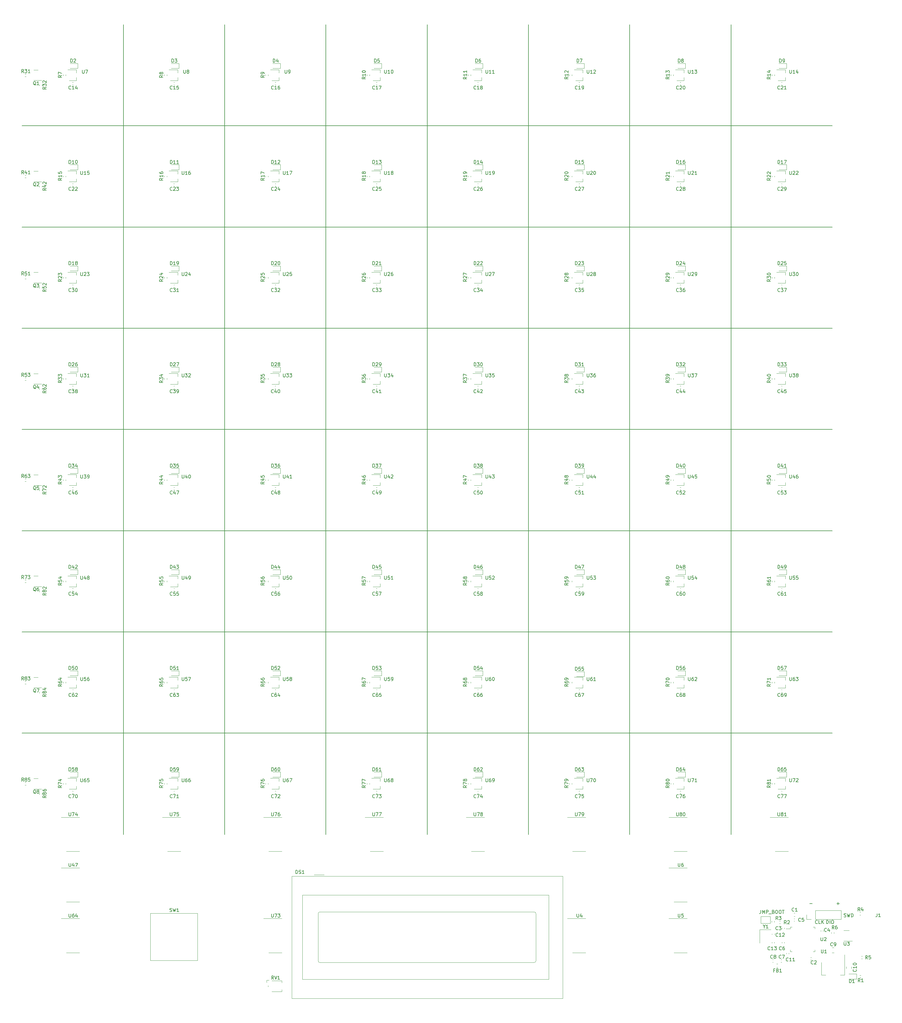
<source format=gbr>
%TF.GenerationSoftware,KiCad,Pcbnew,7.0.3*%
%TF.CreationDate,2023-05-28T11:15:03+12:00*%
%TF.ProjectId,ChessBoardKiCad,43686573-7342-46f6-9172-644b69436164,rev?*%
%TF.SameCoordinates,Original*%
%TF.FileFunction,Legend,Top*%
%TF.FilePolarity,Positive*%
%FSLAX46Y46*%
G04 Gerber Fmt 4.6, Leading zero omitted, Abs format (unit mm)*
G04 Created by KiCad (PCBNEW 7.0.3) date 2023-05-28 11:15:03*
%MOMM*%
%LPD*%
G01*
G04 APERTURE LIST*
%ADD10C,0.150000*%
%ADD11C,0.153000*%
%ADD12C,0.120000*%
G04 APERTURE END LIST*
D10*
X450000000Y-270000000D02*
X210000000Y-270000000D01*
X390000000Y-300000000D02*
X390000000Y-60000000D01*
X420000000Y-60000000D02*
X420000000Y-300000000D01*
X450000000Y-210000000D02*
X210000000Y-210000000D01*
X330000000Y-300000000D02*
X330000000Y-60000000D01*
X210000000Y-240000000D02*
X450000000Y-240000000D01*
X270000000Y-300000000D02*
X270000000Y-60000000D01*
X450000000Y-90000000D02*
X210000000Y-90000000D01*
X210000000Y-120000000D02*
X450000000Y-120000000D01*
X210000000Y-180000000D02*
X450000000Y-180000000D01*
X300000000Y-60000000D02*
X300000000Y-300000000D01*
X450000000Y-150000000D02*
X210000000Y-150000000D01*
X240000000Y-60000000D02*
X240000000Y-300000000D01*
X360000000Y-60000000D02*
X360000000Y-300000000D01*
D11*
X428824466Y-322477163D02*
X428824466Y-323191448D01*
X428824466Y-323191448D02*
X428776847Y-323334305D01*
X428776847Y-323334305D02*
X428681609Y-323429544D01*
X428681609Y-323429544D02*
X428538752Y-323477163D01*
X428538752Y-323477163D02*
X428443514Y-323477163D01*
X429300657Y-323477163D02*
X429300657Y-322477163D01*
X429300657Y-322477163D02*
X429633990Y-323191448D01*
X429633990Y-323191448D02*
X429967323Y-322477163D01*
X429967323Y-322477163D02*
X429967323Y-323477163D01*
X430443514Y-323477163D02*
X430443514Y-322477163D01*
X430443514Y-322477163D02*
X430824466Y-322477163D01*
X430824466Y-322477163D02*
X430919704Y-322524782D01*
X430919704Y-322524782D02*
X430967323Y-322572401D01*
X430967323Y-322572401D02*
X431014942Y-322667639D01*
X431014942Y-322667639D02*
X431014942Y-322810496D01*
X431014942Y-322810496D02*
X430967323Y-322905734D01*
X430967323Y-322905734D02*
X430919704Y-322953353D01*
X430919704Y-322953353D02*
X430824466Y-323000972D01*
X430824466Y-323000972D02*
X430443514Y-323000972D01*
X431205419Y-323572401D02*
X431967323Y-323572401D01*
X432538752Y-322953353D02*
X432681609Y-323000972D01*
X432681609Y-323000972D02*
X432729228Y-323048591D01*
X432729228Y-323048591D02*
X432776847Y-323143829D01*
X432776847Y-323143829D02*
X432776847Y-323286686D01*
X432776847Y-323286686D02*
X432729228Y-323381924D01*
X432729228Y-323381924D02*
X432681609Y-323429544D01*
X432681609Y-323429544D02*
X432586371Y-323477163D01*
X432586371Y-323477163D02*
X432205419Y-323477163D01*
X432205419Y-323477163D02*
X432205419Y-322477163D01*
X432205419Y-322477163D02*
X432538752Y-322477163D01*
X432538752Y-322477163D02*
X432633990Y-322524782D01*
X432633990Y-322524782D02*
X432681609Y-322572401D01*
X432681609Y-322572401D02*
X432729228Y-322667639D01*
X432729228Y-322667639D02*
X432729228Y-322762877D01*
X432729228Y-322762877D02*
X432681609Y-322858115D01*
X432681609Y-322858115D02*
X432633990Y-322905734D01*
X432633990Y-322905734D02*
X432538752Y-322953353D01*
X432538752Y-322953353D02*
X432205419Y-322953353D01*
X433395895Y-322477163D02*
X433586371Y-322477163D01*
X433586371Y-322477163D02*
X433681609Y-322524782D01*
X433681609Y-322524782D02*
X433776847Y-322620020D01*
X433776847Y-322620020D02*
X433824466Y-322810496D01*
X433824466Y-322810496D02*
X433824466Y-323143829D01*
X433824466Y-323143829D02*
X433776847Y-323334305D01*
X433776847Y-323334305D02*
X433681609Y-323429544D01*
X433681609Y-323429544D02*
X433586371Y-323477163D01*
X433586371Y-323477163D02*
X433395895Y-323477163D01*
X433395895Y-323477163D02*
X433300657Y-323429544D01*
X433300657Y-323429544D02*
X433205419Y-323334305D01*
X433205419Y-323334305D02*
X433157800Y-323143829D01*
X433157800Y-323143829D02*
X433157800Y-322810496D01*
X433157800Y-322810496D02*
X433205419Y-322620020D01*
X433205419Y-322620020D02*
X433300657Y-322524782D01*
X433300657Y-322524782D02*
X433395895Y-322477163D01*
X434443514Y-322477163D02*
X434633990Y-322477163D01*
X434633990Y-322477163D02*
X434729228Y-322524782D01*
X434729228Y-322524782D02*
X434824466Y-322620020D01*
X434824466Y-322620020D02*
X434872085Y-322810496D01*
X434872085Y-322810496D02*
X434872085Y-323143829D01*
X434872085Y-323143829D02*
X434824466Y-323334305D01*
X434824466Y-323334305D02*
X434729228Y-323429544D01*
X434729228Y-323429544D02*
X434633990Y-323477163D01*
X434633990Y-323477163D02*
X434443514Y-323477163D01*
X434443514Y-323477163D02*
X434348276Y-323429544D01*
X434348276Y-323429544D02*
X434253038Y-323334305D01*
X434253038Y-323334305D02*
X434205419Y-323143829D01*
X434205419Y-323143829D02*
X434205419Y-322810496D01*
X434205419Y-322810496D02*
X434253038Y-322620020D01*
X434253038Y-322620020D02*
X434348276Y-322524782D01*
X434348276Y-322524782D02*
X434443514Y-322477163D01*
X435157800Y-322477163D02*
X435729228Y-322477163D01*
X435443514Y-323477163D02*
X435443514Y-322477163D01*
X448288752Y-326477163D02*
X448288752Y-325477163D01*
X448288752Y-325477163D02*
X448526847Y-325477163D01*
X448526847Y-325477163D02*
X448669704Y-325524782D01*
X448669704Y-325524782D02*
X448764942Y-325620020D01*
X448764942Y-325620020D02*
X448812561Y-325715258D01*
X448812561Y-325715258D02*
X448860180Y-325905734D01*
X448860180Y-325905734D02*
X448860180Y-326048591D01*
X448860180Y-326048591D02*
X448812561Y-326239067D01*
X448812561Y-326239067D02*
X448764942Y-326334305D01*
X448764942Y-326334305D02*
X448669704Y-326429544D01*
X448669704Y-326429544D02*
X448526847Y-326477163D01*
X448526847Y-326477163D02*
X448288752Y-326477163D01*
X449288752Y-326477163D02*
X449288752Y-325477163D01*
X449955418Y-325477163D02*
X450145894Y-325477163D01*
X450145894Y-325477163D02*
X450241132Y-325524782D01*
X450241132Y-325524782D02*
X450336370Y-325620020D01*
X450336370Y-325620020D02*
X450383989Y-325810496D01*
X450383989Y-325810496D02*
X450383989Y-326143829D01*
X450383989Y-326143829D02*
X450336370Y-326334305D01*
X450336370Y-326334305D02*
X450241132Y-326429544D01*
X450241132Y-326429544D02*
X450145894Y-326477163D01*
X450145894Y-326477163D02*
X449955418Y-326477163D01*
X449955418Y-326477163D02*
X449860180Y-326429544D01*
X449860180Y-326429544D02*
X449764942Y-326334305D01*
X449764942Y-326334305D02*
X449717323Y-326143829D01*
X449717323Y-326143829D02*
X449717323Y-325810496D01*
X449717323Y-325810496D02*
X449764942Y-325620020D01*
X449764942Y-325620020D02*
X449860180Y-325524782D01*
X449860180Y-325524782D02*
X449955418Y-325477163D01*
X445610180Y-326381924D02*
X445562561Y-326429544D01*
X445562561Y-326429544D02*
X445419704Y-326477163D01*
X445419704Y-326477163D02*
X445324466Y-326477163D01*
X445324466Y-326477163D02*
X445181609Y-326429544D01*
X445181609Y-326429544D02*
X445086371Y-326334305D01*
X445086371Y-326334305D02*
X445038752Y-326239067D01*
X445038752Y-326239067D02*
X444991133Y-326048591D01*
X444991133Y-326048591D02*
X444991133Y-325905734D01*
X444991133Y-325905734D02*
X445038752Y-325715258D01*
X445038752Y-325715258D02*
X445086371Y-325620020D01*
X445086371Y-325620020D02*
X445181609Y-325524782D01*
X445181609Y-325524782D02*
X445324466Y-325477163D01*
X445324466Y-325477163D02*
X445419704Y-325477163D01*
X445419704Y-325477163D02*
X445562561Y-325524782D01*
X445562561Y-325524782D02*
X445610180Y-325572401D01*
X446514942Y-326477163D02*
X446038752Y-326477163D01*
X446038752Y-326477163D02*
X446038752Y-325477163D01*
X446848276Y-326477163D02*
X446848276Y-325477163D01*
X447419704Y-326477163D02*
X446991133Y-325905734D01*
X447419704Y-325477163D02*
X446848276Y-326048591D01*
X451338752Y-320488710D02*
X452100657Y-320488710D01*
X451719704Y-320869663D02*
X451719704Y-320107758D01*
X453491133Y-324429544D02*
X453633990Y-324477163D01*
X453633990Y-324477163D02*
X453872085Y-324477163D01*
X453872085Y-324477163D02*
X453967323Y-324429544D01*
X453967323Y-324429544D02*
X454014942Y-324381924D01*
X454014942Y-324381924D02*
X454062561Y-324286686D01*
X454062561Y-324286686D02*
X454062561Y-324191448D01*
X454062561Y-324191448D02*
X454014942Y-324096210D01*
X454014942Y-324096210D02*
X453967323Y-324048591D01*
X453967323Y-324048591D02*
X453872085Y-324000972D01*
X453872085Y-324000972D02*
X453681609Y-323953353D01*
X453681609Y-323953353D02*
X453586371Y-323905734D01*
X453586371Y-323905734D02*
X453538752Y-323858115D01*
X453538752Y-323858115D02*
X453491133Y-323762877D01*
X453491133Y-323762877D02*
X453491133Y-323667639D01*
X453491133Y-323667639D02*
X453538752Y-323572401D01*
X453538752Y-323572401D02*
X453586371Y-323524782D01*
X453586371Y-323524782D02*
X453681609Y-323477163D01*
X453681609Y-323477163D02*
X453919704Y-323477163D01*
X453919704Y-323477163D02*
X454062561Y-323524782D01*
X454395895Y-323477163D02*
X454633990Y-324477163D01*
X454633990Y-324477163D02*
X454824466Y-323762877D01*
X454824466Y-323762877D02*
X455014942Y-324477163D01*
X455014942Y-324477163D02*
X455253038Y-323477163D01*
X455633990Y-324477163D02*
X455633990Y-323477163D01*
X455633990Y-323477163D02*
X455872085Y-323477163D01*
X455872085Y-323477163D02*
X456014942Y-323524782D01*
X456014942Y-323524782D02*
X456110180Y-323620020D01*
X456110180Y-323620020D02*
X456157799Y-323715258D01*
X456157799Y-323715258D02*
X456205418Y-323905734D01*
X456205418Y-323905734D02*
X456205418Y-324048591D01*
X456205418Y-324048591D02*
X456157799Y-324239067D01*
X456157799Y-324239067D02*
X456110180Y-324334305D01*
X456110180Y-324334305D02*
X456014942Y-324429544D01*
X456014942Y-324429544D02*
X455872085Y-324477163D01*
X455872085Y-324477163D02*
X455633990Y-324477163D01*
X443338752Y-320488710D02*
X444100657Y-320488710D01*
%TO.C,U27*%
X347362562Y-133454663D02*
X347362562Y-134264186D01*
X347362562Y-134264186D02*
X347410181Y-134359424D01*
X347410181Y-134359424D02*
X347457800Y-134407044D01*
X347457800Y-134407044D02*
X347553038Y-134454663D01*
X347553038Y-134454663D02*
X347743514Y-134454663D01*
X347743514Y-134454663D02*
X347838752Y-134407044D01*
X347838752Y-134407044D02*
X347886371Y-134359424D01*
X347886371Y-134359424D02*
X347933990Y-134264186D01*
X347933990Y-134264186D02*
X347933990Y-133454663D01*
X348362562Y-133549901D02*
X348410181Y-133502282D01*
X348410181Y-133502282D02*
X348505419Y-133454663D01*
X348505419Y-133454663D02*
X348743514Y-133454663D01*
X348743514Y-133454663D02*
X348838752Y-133502282D01*
X348838752Y-133502282D02*
X348886371Y-133549901D01*
X348886371Y-133549901D02*
X348933990Y-133645139D01*
X348933990Y-133645139D02*
X348933990Y-133740377D01*
X348933990Y-133740377D02*
X348886371Y-133883234D01*
X348886371Y-133883234D02*
X348314943Y-134454663D01*
X348314943Y-134454663D02*
X348933990Y-134454663D01*
X349267324Y-133454663D02*
X349933990Y-133454663D01*
X349933990Y-133454663D02*
X349505419Y-134454663D01*
%TO.C,U43*%
X347362562Y-193454663D02*
X347362562Y-194264186D01*
X347362562Y-194264186D02*
X347410181Y-194359424D01*
X347410181Y-194359424D02*
X347457800Y-194407044D01*
X347457800Y-194407044D02*
X347553038Y-194454663D01*
X347553038Y-194454663D02*
X347743514Y-194454663D01*
X347743514Y-194454663D02*
X347838752Y-194407044D01*
X347838752Y-194407044D02*
X347886371Y-194359424D01*
X347886371Y-194359424D02*
X347933990Y-194264186D01*
X347933990Y-194264186D02*
X347933990Y-193454663D01*
X348838752Y-193787996D02*
X348838752Y-194454663D01*
X348600657Y-193407044D02*
X348362562Y-194121329D01*
X348362562Y-194121329D02*
X348981609Y-194121329D01*
X349267324Y-193454663D02*
X349886371Y-193454663D01*
X349886371Y-193454663D02*
X349553038Y-193835615D01*
X349553038Y-193835615D02*
X349695895Y-193835615D01*
X349695895Y-193835615D02*
X349791133Y-193883234D01*
X349791133Y-193883234D02*
X349838752Y-193930853D01*
X349838752Y-193930853D02*
X349886371Y-194026091D01*
X349886371Y-194026091D02*
X349886371Y-194264186D01*
X349886371Y-194264186D02*
X349838752Y-194359424D01*
X349838752Y-194359424D02*
X349791133Y-194407044D01*
X349791133Y-194407044D02*
X349695895Y-194454663D01*
X349695895Y-194454663D02*
X349410181Y-194454663D01*
X349410181Y-194454663D02*
X349314943Y-194407044D01*
X349314943Y-194407044D02*
X349267324Y-194359424D01*
%TO.C,D11*%
X253886371Y-101204663D02*
X253886371Y-100204663D01*
X253886371Y-100204663D02*
X254124466Y-100204663D01*
X254124466Y-100204663D02*
X254267323Y-100252282D01*
X254267323Y-100252282D02*
X254362561Y-100347520D01*
X254362561Y-100347520D02*
X254410180Y-100442758D01*
X254410180Y-100442758D02*
X254457799Y-100633234D01*
X254457799Y-100633234D02*
X254457799Y-100776091D01*
X254457799Y-100776091D02*
X254410180Y-100966567D01*
X254410180Y-100966567D02*
X254362561Y-101061805D01*
X254362561Y-101061805D02*
X254267323Y-101157044D01*
X254267323Y-101157044D02*
X254124466Y-101204663D01*
X254124466Y-101204663D02*
X253886371Y-101204663D01*
X255410180Y-101204663D02*
X254838752Y-101204663D01*
X255124466Y-101204663D02*
X255124466Y-100204663D01*
X255124466Y-100204663D02*
X255029228Y-100347520D01*
X255029228Y-100347520D02*
X254933990Y-100442758D01*
X254933990Y-100442758D02*
X254838752Y-100490377D01*
X256362561Y-101204663D02*
X255791133Y-101204663D01*
X256076847Y-101204663D02*
X256076847Y-100204663D01*
X256076847Y-100204663D02*
X255981609Y-100347520D01*
X255981609Y-100347520D02*
X255886371Y-100442758D01*
X255886371Y-100442758D02*
X255791133Y-100490377D01*
%TO.C,R14*%
X431726663Y-75542200D02*
X431250472Y-75875533D01*
X431726663Y-76113628D02*
X430726663Y-76113628D01*
X430726663Y-76113628D02*
X430726663Y-75732676D01*
X430726663Y-75732676D02*
X430774282Y-75637438D01*
X430774282Y-75637438D02*
X430821901Y-75589819D01*
X430821901Y-75589819D02*
X430917139Y-75542200D01*
X430917139Y-75542200D02*
X431059996Y-75542200D01*
X431059996Y-75542200D02*
X431155234Y-75589819D01*
X431155234Y-75589819D02*
X431202853Y-75637438D01*
X431202853Y-75637438D02*
X431250472Y-75732676D01*
X431250472Y-75732676D02*
X431250472Y-76113628D01*
X431726663Y-74589819D02*
X431726663Y-75161247D01*
X431726663Y-74875533D02*
X430726663Y-74875533D01*
X430726663Y-74875533D02*
X430869520Y-74970771D01*
X430869520Y-74970771D02*
X430964758Y-75066009D01*
X430964758Y-75066009D02*
X431012377Y-75161247D01*
X431059996Y-73732676D02*
X431726663Y-73732676D01*
X430679044Y-73970771D02*
X431393329Y-74208866D01*
X431393329Y-74208866D02*
X431393329Y-73589819D01*
%TO.C,U36*%
X377362562Y-163454663D02*
X377362562Y-164264186D01*
X377362562Y-164264186D02*
X377410181Y-164359424D01*
X377410181Y-164359424D02*
X377457800Y-164407044D01*
X377457800Y-164407044D02*
X377553038Y-164454663D01*
X377553038Y-164454663D02*
X377743514Y-164454663D01*
X377743514Y-164454663D02*
X377838752Y-164407044D01*
X377838752Y-164407044D02*
X377886371Y-164359424D01*
X377886371Y-164359424D02*
X377933990Y-164264186D01*
X377933990Y-164264186D02*
X377933990Y-163454663D01*
X378314943Y-163454663D02*
X378933990Y-163454663D01*
X378933990Y-163454663D02*
X378600657Y-163835615D01*
X378600657Y-163835615D02*
X378743514Y-163835615D01*
X378743514Y-163835615D02*
X378838752Y-163883234D01*
X378838752Y-163883234D02*
X378886371Y-163930853D01*
X378886371Y-163930853D02*
X378933990Y-164026091D01*
X378933990Y-164026091D02*
X378933990Y-164264186D01*
X378933990Y-164264186D02*
X378886371Y-164359424D01*
X378886371Y-164359424D02*
X378838752Y-164407044D01*
X378838752Y-164407044D02*
X378743514Y-164454663D01*
X378743514Y-164454663D02*
X378457800Y-164454663D01*
X378457800Y-164454663D02*
X378362562Y-164407044D01*
X378362562Y-164407044D02*
X378314943Y-164359424D01*
X379791133Y-163454663D02*
X379600657Y-163454663D01*
X379600657Y-163454663D02*
X379505419Y-163502282D01*
X379505419Y-163502282D02*
X379457800Y-163549901D01*
X379457800Y-163549901D02*
X379362562Y-163692758D01*
X379362562Y-163692758D02*
X379314943Y-163883234D01*
X379314943Y-163883234D02*
X379314943Y-164264186D01*
X379314943Y-164264186D02*
X379362562Y-164359424D01*
X379362562Y-164359424D02*
X379410181Y-164407044D01*
X379410181Y-164407044D02*
X379505419Y-164454663D01*
X379505419Y-164454663D02*
X379695895Y-164454663D01*
X379695895Y-164454663D02*
X379791133Y-164407044D01*
X379791133Y-164407044D02*
X379838752Y-164359424D01*
X379838752Y-164359424D02*
X379886371Y-164264186D01*
X379886371Y-164264186D02*
X379886371Y-164026091D01*
X379886371Y-164026091D02*
X379838752Y-163930853D01*
X379838752Y-163930853D02*
X379791133Y-163883234D01*
X379791133Y-163883234D02*
X379695895Y-163835615D01*
X379695895Y-163835615D02*
X379505419Y-163835615D01*
X379505419Y-163835615D02*
X379410181Y-163883234D01*
X379410181Y-163883234D02*
X379362562Y-163930853D01*
X379362562Y-163930853D02*
X379314943Y-164026091D01*
%TO.C,U41*%
X287362562Y-193454663D02*
X287362562Y-194264186D01*
X287362562Y-194264186D02*
X287410181Y-194359424D01*
X287410181Y-194359424D02*
X287457800Y-194407044D01*
X287457800Y-194407044D02*
X287553038Y-194454663D01*
X287553038Y-194454663D02*
X287743514Y-194454663D01*
X287743514Y-194454663D02*
X287838752Y-194407044D01*
X287838752Y-194407044D02*
X287886371Y-194359424D01*
X287886371Y-194359424D02*
X287933990Y-194264186D01*
X287933990Y-194264186D02*
X287933990Y-193454663D01*
X288838752Y-193787996D02*
X288838752Y-194454663D01*
X288600657Y-193407044D02*
X288362562Y-194121329D01*
X288362562Y-194121329D02*
X288981609Y-194121329D01*
X289886371Y-194454663D02*
X289314943Y-194454663D01*
X289600657Y-194454663D02*
X289600657Y-193454663D01*
X289600657Y-193454663D02*
X289505419Y-193597520D01*
X289505419Y-193597520D02*
X289410181Y-193692758D01*
X289410181Y-193692758D02*
X289314943Y-193740377D01*
%TO.C,C77*%
X434477799Y-289088424D02*
X434430180Y-289136044D01*
X434430180Y-289136044D02*
X434287323Y-289183663D01*
X434287323Y-289183663D02*
X434192085Y-289183663D01*
X434192085Y-289183663D02*
X434049228Y-289136044D01*
X434049228Y-289136044D02*
X433953990Y-289040805D01*
X433953990Y-289040805D02*
X433906371Y-288945567D01*
X433906371Y-288945567D02*
X433858752Y-288755091D01*
X433858752Y-288755091D02*
X433858752Y-288612234D01*
X433858752Y-288612234D02*
X433906371Y-288421758D01*
X433906371Y-288421758D02*
X433953990Y-288326520D01*
X433953990Y-288326520D02*
X434049228Y-288231282D01*
X434049228Y-288231282D02*
X434192085Y-288183663D01*
X434192085Y-288183663D02*
X434287323Y-288183663D01*
X434287323Y-288183663D02*
X434430180Y-288231282D01*
X434430180Y-288231282D02*
X434477799Y-288278901D01*
X434811133Y-288183663D02*
X435477799Y-288183663D01*
X435477799Y-288183663D02*
X435049228Y-289183663D01*
X435763514Y-288183663D02*
X436430180Y-288183663D01*
X436430180Y-288183663D02*
X436001609Y-289183663D01*
%TO.C,R68*%
X341726663Y-255552200D02*
X341250472Y-255885533D01*
X341726663Y-256123628D02*
X340726663Y-256123628D01*
X340726663Y-256123628D02*
X340726663Y-255742676D01*
X340726663Y-255742676D02*
X340774282Y-255647438D01*
X340774282Y-255647438D02*
X340821901Y-255599819D01*
X340821901Y-255599819D02*
X340917139Y-255552200D01*
X340917139Y-255552200D02*
X341059996Y-255552200D01*
X341059996Y-255552200D02*
X341155234Y-255599819D01*
X341155234Y-255599819D02*
X341202853Y-255647438D01*
X341202853Y-255647438D02*
X341250472Y-255742676D01*
X341250472Y-255742676D02*
X341250472Y-256123628D01*
X340726663Y-254695057D02*
X340726663Y-254885533D01*
X340726663Y-254885533D02*
X340774282Y-254980771D01*
X340774282Y-254980771D02*
X340821901Y-255028390D01*
X340821901Y-255028390D02*
X340964758Y-255123628D01*
X340964758Y-255123628D02*
X341155234Y-255171247D01*
X341155234Y-255171247D02*
X341536186Y-255171247D01*
X341536186Y-255171247D02*
X341631424Y-255123628D01*
X341631424Y-255123628D02*
X341679044Y-255076009D01*
X341679044Y-255076009D02*
X341726663Y-254980771D01*
X341726663Y-254980771D02*
X341726663Y-254790295D01*
X341726663Y-254790295D02*
X341679044Y-254695057D01*
X341679044Y-254695057D02*
X341631424Y-254647438D01*
X341631424Y-254647438D02*
X341536186Y-254599819D01*
X341536186Y-254599819D02*
X341298091Y-254599819D01*
X341298091Y-254599819D02*
X341202853Y-254647438D01*
X341202853Y-254647438D02*
X341155234Y-254695057D01*
X341155234Y-254695057D02*
X341107615Y-254790295D01*
X341107615Y-254790295D02*
X341107615Y-254980771D01*
X341107615Y-254980771D02*
X341155234Y-255076009D01*
X341155234Y-255076009D02*
X341202853Y-255123628D01*
X341202853Y-255123628D02*
X341298091Y-255171247D01*
X341155234Y-254028390D02*
X341107615Y-254123628D01*
X341107615Y-254123628D02*
X341059996Y-254171247D01*
X341059996Y-254171247D02*
X340964758Y-254218866D01*
X340964758Y-254218866D02*
X340917139Y-254218866D01*
X340917139Y-254218866D02*
X340821901Y-254171247D01*
X340821901Y-254171247D02*
X340774282Y-254123628D01*
X340774282Y-254123628D02*
X340726663Y-254028390D01*
X340726663Y-254028390D02*
X340726663Y-253837914D01*
X340726663Y-253837914D02*
X340774282Y-253742676D01*
X340774282Y-253742676D02*
X340821901Y-253695057D01*
X340821901Y-253695057D02*
X340917139Y-253647438D01*
X340917139Y-253647438D02*
X340964758Y-253647438D01*
X340964758Y-253647438D02*
X341059996Y-253695057D01*
X341059996Y-253695057D02*
X341107615Y-253742676D01*
X341107615Y-253742676D02*
X341155234Y-253837914D01*
X341155234Y-253837914D02*
X341155234Y-254028390D01*
X341155234Y-254028390D02*
X341202853Y-254123628D01*
X341202853Y-254123628D02*
X341250472Y-254171247D01*
X341250472Y-254171247D02*
X341345710Y-254218866D01*
X341345710Y-254218866D02*
X341536186Y-254218866D01*
X341536186Y-254218866D02*
X341631424Y-254171247D01*
X341631424Y-254171247D02*
X341679044Y-254123628D01*
X341679044Y-254123628D02*
X341726663Y-254028390D01*
X341726663Y-254028390D02*
X341726663Y-253837914D01*
X341726663Y-253837914D02*
X341679044Y-253742676D01*
X341679044Y-253742676D02*
X341631424Y-253695057D01*
X341631424Y-253695057D02*
X341536186Y-253647438D01*
X341536186Y-253647438D02*
X341345710Y-253647438D01*
X341345710Y-253647438D02*
X341250472Y-253695057D01*
X341250472Y-253695057D02*
X341202853Y-253742676D01*
X341202853Y-253742676D02*
X341155234Y-253837914D01*
%TO.C,U9*%
X287838752Y-73454663D02*
X287838752Y-74264186D01*
X287838752Y-74264186D02*
X287886371Y-74359424D01*
X287886371Y-74359424D02*
X287933990Y-74407044D01*
X287933990Y-74407044D02*
X288029228Y-74454663D01*
X288029228Y-74454663D02*
X288219704Y-74454663D01*
X288219704Y-74454663D02*
X288314942Y-74407044D01*
X288314942Y-74407044D02*
X288362561Y-74359424D01*
X288362561Y-74359424D02*
X288410180Y-74264186D01*
X288410180Y-74264186D02*
X288410180Y-73454663D01*
X288933990Y-74454663D02*
X289124466Y-74454663D01*
X289124466Y-74454663D02*
X289219704Y-74407044D01*
X289219704Y-74407044D02*
X289267323Y-74359424D01*
X289267323Y-74359424D02*
X289362561Y-74216567D01*
X289362561Y-74216567D02*
X289410180Y-74026091D01*
X289410180Y-74026091D02*
X289410180Y-73645139D01*
X289410180Y-73645139D02*
X289362561Y-73549901D01*
X289362561Y-73549901D02*
X289314942Y-73502282D01*
X289314942Y-73502282D02*
X289219704Y-73454663D01*
X289219704Y-73454663D02*
X289029228Y-73454663D01*
X289029228Y-73454663D02*
X288933990Y-73502282D01*
X288933990Y-73502282D02*
X288886371Y-73549901D01*
X288886371Y-73549901D02*
X288838752Y-73645139D01*
X288838752Y-73645139D02*
X288838752Y-73883234D01*
X288838752Y-73883234D02*
X288886371Y-73978472D01*
X288886371Y-73978472D02*
X288933990Y-74026091D01*
X288933990Y-74026091D02*
X289029228Y-74073710D01*
X289029228Y-74073710D02*
X289219704Y-74073710D01*
X289219704Y-74073710D02*
X289314942Y-74026091D01*
X289314942Y-74026091D02*
X289362561Y-73978472D01*
X289362561Y-73978472D02*
X289410180Y-73883234D01*
%TO.C,C10*%
X457059424Y-340062200D02*
X457107044Y-340109819D01*
X457107044Y-340109819D02*
X457154663Y-340252676D01*
X457154663Y-340252676D02*
X457154663Y-340347914D01*
X457154663Y-340347914D02*
X457107044Y-340490771D01*
X457107044Y-340490771D02*
X457011805Y-340586009D01*
X457011805Y-340586009D02*
X456916567Y-340633628D01*
X456916567Y-340633628D02*
X456726091Y-340681247D01*
X456726091Y-340681247D02*
X456583234Y-340681247D01*
X456583234Y-340681247D02*
X456392758Y-340633628D01*
X456392758Y-340633628D02*
X456297520Y-340586009D01*
X456297520Y-340586009D02*
X456202282Y-340490771D01*
X456202282Y-340490771D02*
X456154663Y-340347914D01*
X456154663Y-340347914D02*
X456154663Y-340252676D01*
X456154663Y-340252676D02*
X456202282Y-340109819D01*
X456202282Y-340109819D02*
X456249901Y-340062200D01*
X457154663Y-339109819D02*
X457154663Y-339681247D01*
X457154663Y-339395533D02*
X456154663Y-339395533D01*
X456154663Y-339395533D02*
X456297520Y-339490771D01*
X456297520Y-339490771D02*
X456392758Y-339586009D01*
X456392758Y-339586009D02*
X456440377Y-339681247D01*
X456154663Y-338490771D02*
X456154663Y-338395533D01*
X456154663Y-338395533D02*
X456202282Y-338300295D01*
X456202282Y-338300295D02*
X456249901Y-338252676D01*
X456249901Y-338252676D02*
X456345139Y-338205057D01*
X456345139Y-338205057D02*
X456535615Y-338157438D01*
X456535615Y-338157438D02*
X456773710Y-338157438D01*
X456773710Y-338157438D02*
X456964186Y-338205057D01*
X456964186Y-338205057D02*
X457059424Y-338252676D01*
X457059424Y-338252676D02*
X457107044Y-338300295D01*
X457107044Y-338300295D02*
X457154663Y-338395533D01*
X457154663Y-338395533D02*
X457154663Y-338490771D01*
X457154663Y-338490771D02*
X457107044Y-338586009D01*
X457107044Y-338586009D02*
X457059424Y-338633628D01*
X457059424Y-338633628D02*
X456964186Y-338681247D01*
X456964186Y-338681247D02*
X456773710Y-338728866D01*
X456773710Y-338728866D02*
X456535615Y-338728866D01*
X456535615Y-338728866D02*
X456345139Y-338681247D01*
X456345139Y-338681247D02*
X456249901Y-338633628D01*
X456249901Y-338633628D02*
X456202282Y-338586009D01*
X456202282Y-338586009D02*
X456154663Y-338490771D01*
%TO.C,D37*%
X313886371Y-191204663D02*
X313886371Y-190204663D01*
X313886371Y-190204663D02*
X314124466Y-190204663D01*
X314124466Y-190204663D02*
X314267323Y-190252282D01*
X314267323Y-190252282D02*
X314362561Y-190347520D01*
X314362561Y-190347520D02*
X314410180Y-190442758D01*
X314410180Y-190442758D02*
X314457799Y-190633234D01*
X314457799Y-190633234D02*
X314457799Y-190776091D01*
X314457799Y-190776091D02*
X314410180Y-190966567D01*
X314410180Y-190966567D02*
X314362561Y-191061805D01*
X314362561Y-191061805D02*
X314267323Y-191157044D01*
X314267323Y-191157044D02*
X314124466Y-191204663D01*
X314124466Y-191204663D02*
X313886371Y-191204663D01*
X314791133Y-190204663D02*
X315410180Y-190204663D01*
X315410180Y-190204663D02*
X315076847Y-190585615D01*
X315076847Y-190585615D02*
X315219704Y-190585615D01*
X315219704Y-190585615D02*
X315314942Y-190633234D01*
X315314942Y-190633234D02*
X315362561Y-190680853D01*
X315362561Y-190680853D02*
X315410180Y-190776091D01*
X315410180Y-190776091D02*
X315410180Y-191014186D01*
X315410180Y-191014186D02*
X315362561Y-191109424D01*
X315362561Y-191109424D02*
X315314942Y-191157044D01*
X315314942Y-191157044D02*
X315219704Y-191204663D01*
X315219704Y-191204663D02*
X314933990Y-191204663D01*
X314933990Y-191204663D02*
X314838752Y-191157044D01*
X314838752Y-191157044D02*
X314791133Y-191109424D01*
X315743514Y-190204663D02*
X316410180Y-190204663D01*
X316410180Y-190204663D02*
X315981609Y-191204663D01*
%TO.C,D10*%
X223886371Y-101204663D02*
X223886371Y-100204663D01*
X223886371Y-100204663D02*
X224124466Y-100204663D01*
X224124466Y-100204663D02*
X224267323Y-100252282D01*
X224267323Y-100252282D02*
X224362561Y-100347520D01*
X224362561Y-100347520D02*
X224410180Y-100442758D01*
X224410180Y-100442758D02*
X224457799Y-100633234D01*
X224457799Y-100633234D02*
X224457799Y-100776091D01*
X224457799Y-100776091D02*
X224410180Y-100966567D01*
X224410180Y-100966567D02*
X224362561Y-101061805D01*
X224362561Y-101061805D02*
X224267323Y-101157044D01*
X224267323Y-101157044D02*
X224124466Y-101204663D01*
X224124466Y-101204663D02*
X223886371Y-101204663D01*
X225410180Y-101204663D02*
X224838752Y-101204663D01*
X225124466Y-101204663D02*
X225124466Y-100204663D01*
X225124466Y-100204663D02*
X225029228Y-100347520D01*
X225029228Y-100347520D02*
X224933990Y-100442758D01*
X224933990Y-100442758D02*
X224838752Y-100490377D01*
X226029228Y-100204663D02*
X226124466Y-100204663D01*
X226124466Y-100204663D02*
X226219704Y-100252282D01*
X226219704Y-100252282D02*
X226267323Y-100299901D01*
X226267323Y-100299901D02*
X226314942Y-100395139D01*
X226314942Y-100395139D02*
X226362561Y-100585615D01*
X226362561Y-100585615D02*
X226362561Y-100823710D01*
X226362561Y-100823710D02*
X226314942Y-101014186D01*
X226314942Y-101014186D02*
X226267323Y-101109424D01*
X226267323Y-101109424D02*
X226219704Y-101157044D01*
X226219704Y-101157044D02*
X226124466Y-101204663D01*
X226124466Y-101204663D02*
X226029228Y-101204663D01*
X226029228Y-101204663D02*
X225933990Y-101157044D01*
X225933990Y-101157044D02*
X225886371Y-101109424D01*
X225886371Y-101109424D02*
X225838752Y-101014186D01*
X225838752Y-101014186D02*
X225791133Y-100823710D01*
X225791133Y-100823710D02*
X225791133Y-100585615D01*
X225791133Y-100585615D02*
X225838752Y-100395139D01*
X225838752Y-100395139D02*
X225886371Y-100299901D01*
X225886371Y-100299901D02*
X225933990Y-100252282D01*
X225933990Y-100252282D02*
X226029228Y-100204663D01*
%TO.C,R30*%
X431726663Y-135542200D02*
X431250472Y-135875533D01*
X431726663Y-136113628D02*
X430726663Y-136113628D01*
X430726663Y-136113628D02*
X430726663Y-135732676D01*
X430726663Y-135732676D02*
X430774282Y-135637438D01*
X430774282Y-135637438D02*
X430821901Y-135589819D01*
X430821901Y-135589819D02*
X430917139Y-135542200D01*
X430917139Y-135542200D02*
X431059996Y-135542200D01*
X431059996Y-135542200D02*
X431155234Y-135589819D01*
X431155234Y-135589819D02*
X431202853Y-135637438D01*
X431202853Y-135637438D02*
X431250472Y-135732676D01*
X431250472Y-135732676D02*
X431250472Y-136113628D01*
X430726663Y-135208866D02*
X430726663Y-134589819D01*
X430726663Y-134589819D02*
X431107615Y-134923152D01*
X431107615Y-134923152D02*
X431107615Y-134780295D01*
X431107615Y-134780295D02*
X431155234Y-134685057D01*
X431155234Y-134685057D02*
X431202853Y-134637438D01*
X431202853Y-134637438D02*
X431298091Y-134589819D01*
X431298091Y-134589819D02*
X431536186Y-134589819D01*
X431536186Y-134589819D02*
X431631424Y-134637438D01*
X431631424Y-134637438D02*
X431679044Y-134685057D01*
X431679044Y-134685057D02*
X431726663Y-134780295D01*
X431726663Y-134780295D02*
X431726663Y-135066009D01*
X431726663Y-135066009D02*
X431679044Y-135161247D01*
X431679044Y-135161247D02*
X431631424Y-135208866D01*
X430726663Y-133970771D02*
X430726663Y-133875533D01*
X430726663Y-133875533D02*
X430774282Y-133780295D01*
X430774282Y-133780295D02*
X430821901Y-133732676D01*
X430821901Y-133732676D02*
X430917139Y-133685057D01*
X430917139Y-133685057D02*
X431107615Y-133637438D01*
X431107615Y-133637438D02*
X431345710Y-133637438D01*
X431345710Y-133637438D02*
X431536186Y-133685057D01*
X431536186Y-133685057D02*
X431631424Y-133732676D01*
X431631424Y-133732676D02*
X431679044Y-133780295D01*
X431679044Y-133780295D02*
X431726663Y-133875533D01*
X431726663Y-133875533D02*
X431726663Y-133970771D01*
X431726663Y-133970771D02*
X431679044Y-134066009D01*
X431679044Y-134066009D02*
X431631424Y-134113628D01*
X431631424Y-134113628D02*
X431536186Y-134161247D01*
X431536186Y-134161247D02*
X431345710Y-134208866D01*
X431345710Y-134208866D02*
X431107615Y-134208866D01*
X431107615Y-134208866D02*
X430917139Y-134161247D01*
X430917139Y-134161247D02*
X430821901Y-134113628D01*
X430821901Y-134113628D02*
X430774282Y-134066009D01*
X430774282Y-134066009D02*
X430726663Y-133970771D01*
%TO.C,R24*%
X251726663Y-135542200D02*
X251250472Y-135875533D01*
X251726663Y-136113628D02*
X250726663Y-136113628D01*
X250726663Y-136113628D02*
X250726663Y-135732676D01*
X250726663Y-135732676D02*
X250774282Y-135637438D01*
X250774282Y-135637438D02*
X250821901Y-135589819D01*
X250821901Y-135589819D02*
X250917139Y-135542200D01*
X250917139Y-135542200D02*
X251059996Y-135542200D01*
X251059996Y-135542200D02*
X251155234Y-135589819D01*
X251155234Y-135589819D02*
X251202853Y-135637438D01*
X251202853Y-135637438D02*
X251250472Y-135732676D01*
X251250472Y-135732676D02*
X251250472Y-136113628D01*
X250821901Y-135161247D02*
X250774282Y-135113628D01*
X250774282Y-135113628D02*
X250726663Y-135018390D01*
X250726663Y-135018390D02*
X250726663Y-134780295D01*
X250726663Y-134780295D02*
X250774282Y-134685057D01*
X250774282Y-134685057D02*
X250821901Y-134637438D01*
X250821901Y-134637438D02*
X250917139Y-134589819D01*
X250917139Y-134589819D02*
X251012377Y-134589819D01*
X251012377Y-134589819D02*
X251155234Y-134637438D01*
X251155234Y-134637438D02*
X251726663Y-135208866D01*
X251726663Y-135208866D02*
X251726663Y-134589819D01*
X251059996Y-133732676D02*
X251726663Y-133732676D01*
X250679044Y-133970771D02*
X251393329Y-134208866D01*
X251393329Y-134208866D02*
X251393329Y-133589819D01*
%TO.C,R77*%
X311726663Y-285552200D02*
X311250472Y-285885533D01*
X311726663Y-286123628D02*
X310726663Y-286123628D01*
X310726663Y-286123628D02*
X310726663Y-285742676D01*
X310726663Y-285742676D02*
X310774282Y-285647438D01*
X310774282Y-285647438D02*
X310821901Y-285599819D01*
X310821901Y-285599819D02*
X310917139Y-285552200D01*
X310917139Y-285552200D02*
X311059996Y-285552200D01*
X311059996Y-285552200D02*
X311155234Y-285599819D01*
X311155234Y-285599819D02*
X311202853Y-285647438D01*
X311202853Y-285647438D02*
X311250472Y-285742676D01*
X311250472Y-285742676D02*
X311250472Y-286123628D01*
X310726663Y-285218866D02*
X310726663Y-284552200D01*
X310726663Y-284552200D02*
X311726663Y-284980771D01*
X310726663Y-284266485D02*
X310726663Y-283599819D01*
X310726663Y-283599819D02*
X311726663Y-284028390D01*
%TO.C,D39*%
X373886371Y-191204663D02*
X373886371Y-190204663D01*
X373886371Y-190204663D02*
X374124466Y-190204663D01*
X374124466Y-190204663D02*
X374267323Y-190252282D01*
X374267323Y-190252282D02*
X374362561Y-190347520D01*
X374362561Y-190347520D02*
X374410180Y-190442758D01*
X374410180Y-190442758D02*
X374457799Y-190633234D01*
X374457799Y-190633234D02*
X374457799Y-190776091D01*
X374457799Y-190776091D02*
X374410180Y-190966567D01*
X374410180Y-190966567D02*
X374362561Y-191061805D01*
X374362561Y-191061805D02*
X374267323Y-191157044D01*
X374267323Y-191157044D02*
X374124466Y-191204663D01*
X374124466Y-191204663D02*
X373886371Y-191204663D01*
X374791133Y-190204663D02*
X375410180Y-190204663D01*
X375410180Y-190204663D02*
X375076847Y-190585615D01*
X375076847Y-190585615D02*
X375219704Y-190585615D01*
X375219704Y-190585615D02*
X375314942Y-190633234D01*
X375314942Y-190633234D02*
X375362561Y-190680853D01*
X375362561Y-190680853D02*
X375410180Y-190776091D01*
X375410180Y-190776091D02*
X375410180Y-191014186D01*
X375410180Y-191014186D02*
X375362561Y-191109424D01*
X375362561Y-191109424D02*
X375314942Y-191157044D01*
X375314942Y-191157044D02*
X375219704Y-191204663D01*
X375219704Y-191204663D02*
X374933990Y-191204663D01*
X374933990Y-191204663D02*
X374838752Y-191157044D01*
X374838752Y-191157044D02*
X374791133Y-191109424D01*
X375886371Y-191204663D02*
X376076847Y-191204663D01*
X376076847Y-191204663D02*
X376172085Y-191157044D01*
X376172085Y-191157044D02*
X376219704Y-191109424D01*
X376219704Y-191109424D02*
X376314942Y-190966567D01*
X376314942Y-190966567D02*
X376362561Y-190776091D01*
X376362561Y-190776091D02*
X376362561Y-190395139D01*
X376362561Y-190395139D02*
X376314942Y-190299901D01*
X376314942Y-190299901D02*
X376267323Y-190252282D01*
X376267323Y-190252282D02*
X376172085Y-190204663D01*
X376172085Y-190204663D02*
X375981609Y-190204663D01*
X375981609Y-190204663D02*
X375886371Y-190252282D01*
X375886371Y-190252282D02*
X375838752Y-190299901D01*
X375838752Y-190299901D02*
X375791133Y-190395139D01*
X375791133Y-190395139D02*
X375791133Y-190633234D01*
X375791133Y-190633234D02*
X375838752Y-190728472D01*
X375838752Y-190728472D02*
X375886371Y-190776091D01*
X375886371Y-190776091D02*
X375981609Y-190823710D01*
X375981609Y-190823710D02*
X376172085Y-190823710D01*
X376172085Y-190823710D02*
X376267323Y-190776091D01*
X376267323Y-190776091D02*
X376314942Y-190728472D01*
X376314942Y-190728472D02*
X376362561Y-190633234D01*
%TO.C,D56*%
X403886371Y-251204663D02*
X403886371Y-250204663D01*
X403886371Y-250204663D02*
X404124466Y-250204663D01*
X404124466Y-250204663D02*
X404267323Y-250252282D01*
X404267323Y-250252282D02*
X404362561Y-250347520D01*
X404362561Y-250347520D02*
X404410180Y-250442758D01*
X404410180Y-250442758D02*
X404457799Y-250633234D01*
X404457799Y-250633234D02*
X404457799Y-250776091D01*
X404457799Y-250776091D02*
X404410180Y-250966567D01*
X404410180Y-250966567D02*
X404362561Y-251061805D01*
X404362561Y-251061805D02*
X404267323Y-251157044D01*
X404267323Y-251157044D02*
X404124466Y-251204663D01*
X404124466Y-251204663D02*
X403886371Y-251204663D01*
X405362561Y-250204663D02*
X404886371Y-250204663D01*
X404886371Y-250204663D02*
X404838752Y-250680853D01*
X404838752Y-250680853D02*
X404886371Y-250633234D01*
X404886371Y-250633234D02*
X404981609Y-250585615D01*
X404981609Y-250585615D02*
X405219704Y-250585615D01*
X405219704Y-250585615D02*
X405314942Y-250633234D01*
X405314942Y-250633234D02*
X405362561Y-250680853D01*
X405362561Y-250680853D02*
X405410180Y-250776091D01*
X405410180Y-250776091D02*
X405410180Y-251014186D01*
X405410180Y-251014186D02*
X405362561Y-251109424D01*
X405362561Y-251109424D02*
X405314942Y-251157044D01*
X405314942Y-251157044D02*
X405219704Y-251204663D01*
X405219704Y-251204663D02*
X404981609Y-251204663D01*
X404981609Y-251204663D02*
X404886371Y-251157044D01*
X404886371Y-251157044D02*
X404838752Y-251109424D01*
X406267323Y-250204663D02*
X406076847Y-250204663D01*
X406076847Y-250204663D02*
X405981609Y-250252282D01*
X405981609Y-250252282D02*
X405933990Y-250299901D01*
X405933990Y-250299901D02*
X405838752Y-250442758D01*
X405838752Y-250442758D02*
X405791133Y-250633234D01*
X405791133Y-250633234D02*
X405791133Y-251014186D01*
X405791133Y-251014186D02*
X405838752Y-251109424D01*
X405838752Y-251109424D02*
X405886371Y-251157044D01*
X405886371Y-251157044D02*
X405981609Y-251204663D01*
X405981609Y-251204663D02*
X406172085Y-251204663D01*
X406172085Y-251204663D02*
X406267323Y-251157044D01*
X406267323Y-251157044D02*
X406314942Y-251109424D01*
X406314942Y-251109424D02*
X406362561Y-251014186D01*
X406362561Y-251014186D02*
X406362561Y-250776091D01*
X406362561Y-250776091D02*
X406314942Y-250680853D01*
X406314942Y-250680853D02*
X406267323Y-250633234D01*
X406267323Y-250633234D02*
X406172085Y-250585615D01*
X406172085Y-250585615D02*
X405981609Y-250585615D01*
X405981609Y-250585615D02*
X405886371Y-250633234D01*
X405886371Y-250633234D02*
X405838752Y-250680853D01*
X405838752Y-250680853D02*
X405791133Y-250776091D01*
%TO.C,R61*%
X431726663Y-225542200D02*
X431250472Y-225875533D01*
X431726663Y-226113628D02*
X430726663Y-226113628D01*
X430726663Y-226113628D02*
X430726663Y-225732676D01*
X430726663Y-225732676D02*
X430774282Y-225637438D01*
X430774282Y-225637438D02*
X430821901Y-225589819D01*
X430821901Y-225589819D02*
X430917139Y-225542200D01*
X430917139Y-225542200D02*
X431059996Y-225542200D01*
X431059996Y-225542200D02*
X431155234Y-225589819D01*
X431155234Y-225589819D02*
X431202853Y-225637438D01*
X431202853Y-225637438D02*
X431250472Y-225732676D01*
X431250472Y-225732676D02*
X431250472Y-226113628D01*
X430726663Y-224685057D02*
X430726663Y-224875533D01*
X430726663Y-224875533D02*
X430774282Y-224970771D01*
X430774282Y-224970771D02*
X430821901Y-225018390D01*
X430821901Y-225018390D02*
X430964758Y-225113628D01*
X430964758Y-225113628D02*
X431155234Y-225161247D01*
X431155234Y-225161247D02*
X431536186Y-225161247D01*
X431536186Y-225161247D02*
X431631424Y-225113628D01*
X431631424Y-225113628D02*
X431679044Y-225066009D01*
X431679044Y-225066009D02*
X431726663Y-224970771D01*
X431726663Y-224970771D02*
X431726663Y-224780295D01*
X431726663Y-224780295D02*
X431679044Y-224685057D01*
X431679044Y-224685057D02*
X431631424Y-224637438D01*
X431631424Y-224637438D02*
X431536186Y-224589819D01*
X431536186Y-224589819D02*
X431298091Y-224589819D01*
X431298091Y-224589819D02*
X431202853Y-224637438D01*
X431202853Y-224637438D02*
X431155234Y-224685057D01*
X431155234Y-224685057D02*
X431107615Y-224780295D01*
X431107615Y-224780295D02*
X431107615Y-224970771D01*
X431107615Y-224970771D02*
X431155234Y-225066009D01*
X431155234Y-225066009D02*
X431202853Y-225113628D01*
X431202853Y-225113628D02*
X431298091Y-225161247D01*
X431726663Y-223637438D02*
X431726663Y-224208866D01*
X431726663Y-223923152D02*
X430726663Y-223923152D01*
X430726663Y-223923152D02*
X430869520Y-224018390D01*
X430869520Y-224018390D02*
X430964758Y-224113628D01*
X430964758Y-224113628D02*
X431012377Y-224208866D01*
%TO.C,Q1*%
X214067918Y-77949901D02*
X213972680Y-77902282D01*
X213972680Y-77902282D02*
X213877442Y-77807044D01*
X213877442Y-77807044D02*
X213734585Y-77664186D01*
X213734585Y-77664186D02*
X213639347Y-77616567D01*
X213639347Y-77616567D02*
X213544109Y-77616567D01*
X213591728Y-77854663D02*
X213496490Y-77807044D01*
X213496490Y-77807044D02*
X213401252Y-77711805D01*
X213401252Y-77711805D02*
X213353633Y-77521329D01*
X213353633Y-77521329D02*
X213353633Y-77187996D01*
X213353633Y-77187996D02*
X213401252Y-76997520D01*
X213401252Y-76997520D02*
X213496490Y-76902282D01*
X213496490Y-76902282D02*
X213591728Y-76854663D01*
X213591728Y-76854663D02*
X213782204Y-76854663D01*
X213782204Y-76854663D02*
X213877442Y-76902282D01*
X213877442Y-76902282D02*
X213972680Y-76997520D01*
X213972680Y-76997520D02*
X214020299Y-77187996D01*
X214020299Y-77187996D02*
X214020299Y-77521329D01*
X214020299Y-77521329D02*
X213972680Y-77711805D01*
X213972680Y-77711805D02*
X213877442Y-77807044D01*
X213877442Y-77807044D02*
X213782204Y-77854663D01*
X213782204Y-77854663D02*
X213591728Y-77854663D01*
X214972680Y-77854663D02*
X214401252Y-77854663D01*
X214686966Y-77854663D02*
X214686966Y-76854663D01*
X214686966Y-76854663D02*
X214591728Y-76997520D01*
X214591728Y-76997520D02*
X214496490Y-77092758D01*
X214496490Y-77092758D02*
X214401252Y-77140377D01*
%TO.C,R80*%
X401726663Y-285542200D02*
X401250472Y-285875533D01*
X401726663Y-286113628D02*
X400726663Y-286113628D01*
X400726663Y-286113628D02*
X400726663Y-285732676D01*
X400726663Y-285732676D02*
X400774282Y-285637438D01*
X400774282Y-285637438D02*
X400821901Y-285589819D01*
X400821901Y-285589819D02*
X400917139Y-285542200D01*
X400917139Y-285542200D02*
X401059996Y-285542200D01*
X401059996Y-285542200D02*
X401155234Y-285589819D01*
X401155234Y-285589819D02*
X401202853Y-285637438D01*
X401202853Y-285637438D02*
X401250472Y-285732676D01*
X401250472Y-285732676D02*
X401250472Y-286113628D01*
X401155234Y-284970771D02*
X401107615Y-285066009D01*
X401107615Y-285066009D02*
X401059996Y-285113628D01*
X401059996Y-285113628D02*
X400964758Y-285161247D01*
X400964758Y-285161247D02*
X400917139Y-285161247D01*
X400917139Y-285161247D02*
X400821901Y-285113628D01*
X400821901Y-285113628D02*
X400774282Y-285066009D01*
X400774282Y-285066009D02*
X400726663Y-284970771D01*
X400726663Y-284970771D02*
X400726663Y-284780295D01*
X400726663Y-284780295D02*
X400774282Y-284685057D01*
X400774282Y-284685057D02*
X400821901Y-284637438D01*
X400821901Y-284637438D02*
X400917139Y-284589819D01*
X400917139Y-284589819D02*
X400964758Y-284589819D01*
X400964758Y-284589819D02*
X401059996Y-284637438D01*
X401059996Y-284637438D02*
X401107615Y-284685057D01*
X401107615Y-284685057D02*
X401155234Y-284780295D01*
X401155234Y-284780295D02*
X401155234Y-284970771D01*
X401155234Y-284970771D02*
X401202853Y-285066009D01*
X401202853Y-285066009D02*
X401250472Y-285113628D01*
X401250472Y-285113628D02*
X401345710Y-285161247D01*
X401345710Y-285161247D02*
X401536186Y-285161247D01*
X401536186Y-285161247D02*
X401631424Y-285113628D01*
X401631424Y-285113628D02*
X401679044Y-285066009D01*
X401679044Y-285066009D02*
X401726663Y-284970771D01*
X401726663Y-284970771D02*
X401726663Y-284780295D01*
X401726663Y-284780295D02*
X401679044Y-284685057D01*
X401679044Y-284685057D02*
X401631424Y-284637438D01*
X401631424Y-284637438D02*
X401536186Y-284589819D01*
X401536186Y-284589819D02*
X401345710Y-284589819D01*
X401345710Y-284589819D02*
X401250472Y-284637438D01*
X401250472Y-284637438D02*
X401202853Y-284685057D01*
X401202853Y-284685057D02*
X401155234Y-284780295D01*
X400726663Y-283970771D02*
X400726663Y-283875533D01*
X400726663Y-283875533D02*
X400774282Y-283780295D01*
X400774282Y-283780295D02*
X400821901Y-283732676D01*
X400821901Y-283732676D02*
X400917139Y-283685057D01*
X400917139Y-283685057D02*
X401107615Y-283637438D01*
X401107615Y-283637438D02*
X401345710Y-283637438D01*
X401345710Y-283637438D02*
X401536186Y-283685057D01*
X401536186Y-283685057D02*
X401631424Y-283732676D01*
X401631424Y-283732676D02*
X401679044Y-283780295D01*
X401679044Y-283780295D02*
X401726663Y-283875533D01*
X401726663Y-283875533D02*
X401726663Y-283970771D01*
X401726663Y-283970771D02*
X401679044Y-284066009D01*
X401679044Y-284066009D02*
X401631424Y-284113628D01*
X401631424Y-284113628D02*
X401536186Y-284161247D01*
X401536186Y-284161247D02*
X401345710Y-284208866D01*
X401345710Y-284208866D02*
X401107615Y-284208866D01*
X401107615Y-284208866D02*
X400917139Y-284161247D01*
X400917139Y-284161247D02*
X400821901Y-284113628D01*
X400821901Y-284113628D02*
X400774282Y-284066009D01*
X400774282Y-284066009D02*
X400726663Y-283970771D01*
%TO.C,R79*%
X371726663Y-285542200D02*
X371250472Y-285875533D01*
X371726663Y-286113628D02*
X370726663Y-286113628D01*
X370726663Y-286113628D02*
X370726663Y-285732676D01*
X370726663Y-285732676D02*
X370774282Y-285637438D01*
X370774282Y-285637438D02*
X370821901Y-285589819D01*
X370821901Y-285589819D02*
X370917139Y-285542200D01*
X370917139Y-285542200D02*
X371059996Y-285542200D01*
X371059996Y-285542200D02*
X371155234Y-285589819D01*
X371155234Y-285589819D02*
X371202853Y-285637438D01*
X371202853Y-285637438D02*
X371250472Y-285732676D01*
X371250472Y-285732676D02*
X371250472Y-286113628D01*
X370726663Y-285208866D02*
X370726663Y-284542200D01*
X370726663Y-284542200D02*
X371726663Y-284970771D01*
X371726663Y-284113628D02*
X371726663Y-283923152D01*
X371726663Y-283923152D02*
X371679044Y-283827914D01*
X371679044Y-283827914D02*
X371631424Y-283780295D01*
X371631424Y-283780295D02*
X371488567Y-283685057D01*
X371488567Y-283685057D02*
X371298091Y-283637438D01*
X371298091Y-283637438D02*
X370917139Y-283637438D01*
X370917139Y-283637438D02*
X370821901Y-283685057D01*
X370821901Y-283685057D02*
X370774282Y-283732676D01*
X370774282Y-283732676D02*
X370726663Y-283827914D01*
X370726663Y-283827914D02*
X370726663Y-284018390D01*
X370726663Y-284018390D02*
X370774282Y-284113628D01*
X370774282Y-284113628D02*
X370821901Y-284161247D01*
X370821901Y-284161247D02*
X370917139Y-284208866D01*
X370917139Y-284208866D02*
X371155234Y-284208866D01*
X371155234Y-284208866D02*
X371250472Y-284161247D01*
X371250472Y-284161247D02*
X371298091Y-284113628D01*
X371298091Y-284113628D02*
X371345710Y-284018390D01*
X371345710Y-284018390D02*
X371345710Y-283827914D01*
X371345710Y-283827914D02*
X371298091Y-283732676D01*
X371298091Y-283732676D02*
X371250472Y-283685057D01*
X371250472Y-283685057D02*
X371155234Y-283637438D01*
%TO.C,U20*%
X377362562Y-103454663D02*
X377362562Y-104264186D01*
X377362562Y-104264186D02*
X377410181Y-104359424D01*
X377410181Y-104359424D02*
X377457800Y-104407044D01*
X377457800Y-104407044D02*
X377553038Y-104454663D01*
X377553038Y-104454663D02*
X377743514Y-104454663D01*
X377743514Y-104454663D02*
X377838752Y-104407044D01*
X377838752Y-104407044D02*
X377886371Y-104359424D01*
X377886371Y-104359424D02*
X377933990Y-104264186D01*
X377933990Y-104264186D02*
X377933990Y-103454663D01*
X378362562Y-103549901D02*
X378410181Y-103502282D01*
X378410181Y-103502282D02*
X378505419Y-103454663D01*
X378505419Y-103454663D02*
X378743514Y-103454663D01*
X378743514Y-103454663D02*
X378838752Y-103502282D01*
X378838752Y-103502282D02*
X378886371Y-103549901D01*
X378886371Y-103549901D02*
X378933990Y-103645139D01*
X378933990Y-103645139D02*
X378933990Y-103740377D01*
X378933990Y-103740377D02*
X378886371Y-103883234D01*
X378886371Y-103883234D02*
X378314943Y-104454663D01*
X378314943Y-104454663D02*
X378933990Y-104454663D01*
X379553038Y-103454663D02*
X379648276Y-103454663D01*
X379648276Y-103454663D02*
X379743514Y-103502282D01*
X379743514Y-103502282D02*
X379791133Y-103549901D01*
X379791133Y-103549901D02*
X379838752Y-103645139D01*
X379838752Y-103645139D02*
X379886371Y-103835615D01*
X379886371Y-103835615D02*
X379886371Y-104073710D01*
X379886371Y-104073710D02*
X379838752Y-104264186D01*
X379838752Y-104264186D02*
X379791133Y-104359424D01*
X379791133Y-104359424D02*
X379743514Y-104407044D01*
X379743514Y-104407044D02*
X379648276Y-104454663D01*
X379648276Y-104454663D02*
X379553038Y-104454663D01*
X379553038Y-104454663D02*
X379457800Y-104407044D01*
X379457800Y-104407044D02*
X379410181Y-104359424D01*
X379410181Y-104359424D02*
X379362562Y-104264186D01*
X379362562Y-104264186D02*
X379314943Y-104073710D01*
X379314943Y-104073710D02*
X379314943Y-103835615D01*
X379314943Y-103835615D02*
X379362562Y-103645139D01*
X379362562Y-103645139D02*
X379410181Y-103549901D01*
X379410181Y-103549901D02*
X379457800Y-103502282D01*
X379457800Y-103502282D02*
X379553038Y-103454663D01*
%TO.C,U56*%
X227362562Y-253454663D02*
X227362562Y-254264186D01*
X227362562Y-254264186D02*
X227410181Y-254359424D01*
X227410181Y-254359424D02*
X227457800Y-254407044D01*
X227457800Y-254407044D02*
X227553038Y-254454663D01*
X227553038Y-254454663D02*
X227743514Y-254454663D01*
X227743514Y-254454663D02*
X227838752Y-254407044D01*
X227838752Y-254407044D02*
X227886371Y-254359424D01*
X227886371Y-254359424D02*
X227933990Y-254264186D01*
X227933990Y-254264186D02*
X227933990Y-253454663D01*
X228886371Y-253454663D02*
X228410181Y-253454663D01*
X228410181Y-253454663D02*
X228362562Y-253930853D01*
X228362562Y-253930853D02*
X228410181Y-253883234D01*
X228410181Y-253883234D02*
X228505419Y-253835615D01*
X228505419Y-253835615D02*
X228743514Y-253835615D01*
X228743514Y-253835615D02*
X228838752Y-253883234D01*
X228838752Y-253883234D02*
X228886371Y-253930853D01*
X228886371Y-253930853D02*
X228933990Y-254026091D01*
X228933990Y-254026091D02*
X228933990Y-254264186D01*
X228933990Y-254264186D02*
X228886371Y-254359424D01*
X228886371Y-254359424D02*
X228838752Y-254407044D01*
X228838752Y-254407044D02*
X228743514Y-254454663D01*
X228743514Y-254454663D02*
X228505419Y-254454663D01*
X228505419Y-254454663D02*
X228410181Y-254407044D01*
X228410181Y-254407044D02*
X228362562Y-254359424D01*
X229791133Y-253454663D02*
X229600657Y-253454663D01*
X229600657Y-253454663D02*
X229505419Y-253502282D01*
X229505419Y-253502282D02*
X229457800Y-253549901D01*
X229457800Y-253549901D02*
X229362562Y-253692758D01*
X229362562Y-253692758D02*
X229314943Y-253883234D01*
X229314943Y-253883234D02*
X229314943Y-254264186D01*
X229314943Y-254264186D02*
X229362562Y-254359424D01*
X229362562Y-254359424D02*
X229410181Y-254407044D01*
X229410181Y-254407044D02*
X229505419Y-254454663D01*
X229505419Y-254454663D02*
X229695895Y-254454663D01*
X229695895Y-254454663D02*
X229791133Y-254407044D01*
X229791133Y-254407044D02*
X229838752Y-254359424D01*
X229838752Y-254359424D02*
X229886371Y-254264186D01*
X229886371Y-254264186D02*
X229886371Y-254026091D01*
X229886371Y-254026091D02*
X229838752Y-253930853D01*
X229838752Y-253930853D02*
X229791133Y-253883234D01*
X229791133Y-253883234D02*
X229695895Y-253835615D01*
X229695895Y-253835615D02*
X229505419Y-253835615D01*
X229505419Y-253835615D02*
X229410181Y-253883234D01*
X229410181Y-253883234D02*
X229362562Y-253930853D01*
X229362562Y-253930853D02*
X229314943Y-254026091D01*
%TO.C,U38*%
X437362562Y-163454663D02*
X437362562Y-164264186D01*
X437362562Y-164264186D02*
X437410181Y-164359424D01*
X437410181Y-164359424D02*
X437457800Y-164407044D01*
X437457800Y-164407044D02*
X437553038Y-164454663D01*
X437553038Y-164454663D02*
X437743514Y-164454663D01*
X437743514Y-164454663D02*
X437838752Y-164407044D01*
X437838752Y-164407044D02*
X437886371Y-164359424D01*
X437886371Y-164359424D02*
X437933990Y-164264186D01*
X437933990Y-164264186D02*
X437933990Y-163454663D01*
X438314943Y-163454663D02*
X438933990Y-163454663D01*
X438933990Y-163454663D02*
X438600657Y-163835615D01*
X438600657Y-163835615D02*
X438743514Y-163835615D01*
X438743514Y-163835615D02*
X438838752Y-163883234D01*
X438838752Y-163883234D02*
X438886371Y-163930853D01*
X438886371Y-163930853D02*
X438933990Y-164026091D01*
X438933990Y-164026091D02*
X438933990Y-164264186D01*
X438933990Y-164264186D02*
X438886371Y-164359424D01*
X438886371Y-164359424D02*
X438838752Y-164407044D01*
X438838752Y-164407044D02*
X438743514Y-164454663D01*
X438743514Y-164454663D02*
X438457800Y-164454663D01*
X438457800Y-164454663D02*
X438362562Y-164407044D01*
X438362562Y-164407044D02*
X438314943Y-164359424D01*
X439505419Y-163883234D02*
X439410181Y-163835615D01*
X439410181Y-163835615D02*
X439362562Y-163787996D01*
X439362562Y-163787996D02*
X439314943Y-163692758D01*
X439314943Y-163692758D02*
X439314943Y-163645139D01*
X439314943Y-163645139D02*
X439362562Y-163549901D01*
X439362562Y-163549901D02*
X439410181Y-163502282D01*
X439410181Y-163502282D02*
X439505419Y-163454663D01*
X439505419Y-163454663D02*
X439695895Y-163454663D01*
X439695895Y-163454663D02*
X439791133Y-163502282D01*
X439791133Y-163502282D02*
X439838752Y-163549901D01*
X439838752Y-163549901D02*
X439886371Y-163645139D01*
X439886371Y-163645139D02*
X439886371Y-163692758D01*
X439886371Y-163692758D02*
X439838752Y-163787996D01*
X439838752Y-163787996D02*
X439791133Y-163835615D01*
X439791133Y-163835615D02*
X439695895Y-163883234D01*
X439695895Y-163883234D02*
X439505419Y-163883234D01*
X439505419Y-163883234D02*
X439410181Y-163930853D01*
X439410181Y-163930853D02*
X439362562Y-163978472D01*
X439362562Y-163978472D02*
X439314943Y-164073710D01*
X439314943Y-164073710D02*
X439314943Y-164264186D01*
X439314943Y-164264186D02*
X439362562Y-164359424D01*
X439362562Y-164359424D02*
X439410181Y-164407044D01*
X439410181Y-164407044D02*
X439505419Y-164454663D01*
X439505419Y-164454663D02*
X439695895Y-164454663D01*
X439695895Y-164454663D02*
X439791133Y-164407044D01*
X439791133Y-164407044D02*
X439838752Y-164359424D01*
X439838752Y-164359424D02*
X439886371Y-164264186D01*
X439886371Y-164264186D02*
X439886371Y-164073710D01*
X439886371Y-164073710D02*
X439838752Y-163978472D01*
X439838752Y-163978472D02*
X439791133Y-163930853D01*
X439791133Y-163930853D02*
X439695895Y-163883234D01*
%TO.C,C46*%
X224457799Y-199088424D02*
X224410180Y-199136044D01*
X224410180Y-199136044D02*
X224267323Y-199183663D01*
X224267323Y-199183663D02*
X224172085Y-199183663D01*
X224172085Y-199183663D02*
X224029228Y-199136044D01*
X224029228Y-199136044D02*
X223933990Y-199040805D01*
X223933990Y-199040805D02*
X223886371Y-198945567D01*
X223886371Y-198945567D02*
X223838752Y-198755091D01*
X223838752Y-198755091D02*
X223838752Y-198612234D01*
X223838752Y-198612234D02*
X223886371Y-198421758D01*
X223886371Y-198421758D02*
X223933990Y-198326520D01*
X223933990Y-198326520D02*
X224029228Y-198231282D01*
X224029228Y-198231282D02*
X224172085Y-198183663D01*
X224172085Y-198183663D02*
X224267323Y-198183663D01*
X224267323Y-198183663D02*
X224410180Y-198231282D01*
X224410180Y-198231282D02*
X224457799Y-198278901D01*
X225314942Y-198516996D02*
X225314942Y-199183663D01*
X225076847Y-198136044D02*
X224838752Y-198850329D01*
X224838752Y-198850329D02*
X225457799Y-198850329D01*
X226267323Y-198183663D02*
X226076847Y-198183663D01*
X226076847Y-198183663D02*
X225981609Y-198231282D01*
X225981609Y-198231282D02*
X225933990Y-198278901D01*
X225933990Y-198278901D02*
X225838752Y-198421758D01*
X225838752Y-198421758D02*
X225791133Y-198612234D01*
X225791133Y-198612234D02*
X225791133Y-198993186D01*
X225791133Y-198993186D02*
X225838752Y-199088424D01*
X225838752Y-199088424D02*
X225886371Y-199136044D01*
X225886371Y-199136044D02*
X225981609Y-199183663D01*
X225981609Y-199183663D02*
X226172085Y-199183663D01*
X226172085Y-199183663D02*
X226267323Y-199136044D01*
X226267323Y-199136044D02*
X226314942Y-199088424D01*
X226314942Y-199088424D02*
X226362561Y-198993186D01*
X226362561Y-198993186D02*
X226362561Y-198755091D01*
X226362561Y-198755091D02*
X226314942Y-198659853D01*
X226314942Y-198659853D02*
X226267323Y-198612234D01*
X226267323Y-198612234D02*
X226172085Y-198564615D01*
X226172085Y-198564615D02*
X225981609Y-198564615D01*
X225981609Y-198564615D02*
X225886371Y-198612234D01*
X225886371Y-198612234D02*
X225838752Y-198659853D01*
X225838752Y-198659853D02*
X225791133Y-198755091D01*
%TO.C,R75*%
X251726663Y-285542200D02*
X251250472Y-285875533D01*
X251726663Y-286113628D02*
X250726663Y-286113628D01*
X250726663Y-286113628D02*
X250726663Y-285732676D01*
X250726663Y-285732676D02*
X250774282Y-285637438D01*
X250774282Y-285637438D02*
X250821901Y-285589819D01*
X250821901Y-285589819D02*
X250917139Y-285542200D01*
X250917139Y-285542200D02*
X251059996Y-285542200D01*
X251059996Y-285542200D02*
X251155234Y-285589819D01*
X251155234Y-285589819D02*
X251202853Y-285637438D01*
X251202853Y-285637438D02*
X251250472Y-285732676D01*
X251250472Y-285732676D02*
X251250472Y-286113628D01*
X250726663Y-285208866D02*
X250726663Y-284542200D01*
X250726663Y-284542200D02*
X251726663Y-284970771D01*
X250726663Y-283685057D02*
X250726663Y-284161247D01*
X250726663Y-284161247D02*
X251202853Y-284208866D01*
X251202853Y-284208866D02*
X251155234Y-284161247D01*
X251155234Y-284161247D02*
X251107615Y-284066009D01*
X251107615Y-284066009D02*
X251107615Y-283827914D01*
X251107615Y-283827914D02*
X251155234Y-283732676D01*
X251155234Y-283732676D02*
X251202853Y-283685057D01*
X251202853Y-283685057D02*
X251298091Y-283637438D01*
X251298091Y-283637438D02*
X251536186Y-283637438D01*
X251536186Y-283637438D02*
X251631424Y-283685057D01*
X251631424Y-283685057D02*
X251679044Y-283732676D01*
X251679044Y-283732676D02*
X251726663Y-283827914D01*
X251726663Y-283827914D02*
X251726663Y-284066009D01*
X251726663Y-284066009D02*
X251679044Y-284161247D01*
X251679044Y-284161247D02*
X251631424Y-284208866D01*
%TO.C,U75*%
X253862562Y-293554663D02*
X253862562Y-294364186D01*
X253862562Y-294364186D02*
X253910181Y-294459424D01*
X253910181Y-294459424D02*
X253957800Y-294507044D01*
X253957800Y-294507044D02*
X254053038Y-294554663D01*
X254053038Y-294554663D02*
X254243514Y-294554663D01*
X254243514Y-294554663D02*
X254338752Y-294507044D01*
X254338752Y-294507044D02*
X254386371Y-294459424D01*
X254386371Y-294459424D02*
X254433990Y-294364186D01*
X254433990Y-294364186D02*
X254433990Y-293554663D01*
X254814943Y-293554663D02*
X255481609Y-293554663D01*
X255481609Y-293554663D02*
X255053038Y-294554663D01*
X256338752Y-293554663D02*
X255862562Y-293554663D01*
X255862562Y-293554663D02*
X255814943Y-294030853D01*
X255814943Y-294030853D02*
X255862562Y-293983234D01*
X255862562Y-293983234D02*
X255957800Y-293935615D01*
X255957800Y-293935615D02*
X256195895Y-293935615D01*
X256195895Y-293935615D02*
X256291133Y-293983234D01*
X256291133Y-293983234D02*
X256338752Y-294030853D01*
X256338752Y-294030853D02*
X256386371Y-294126091D01*
X256386371Y-294126091D02*
X256386371Y-294364186D01*
X256386371Y-294364186D02*
X256338752Y-294459424D01*
X256338752Y-294459424D02*
X256291133Y-294507044D01*
X256291133Y-294507044D02*
X256195895Y-294554663D01*
X256195895Y-294554663D02*
X255957800Y-294554663D01*
X255957800Y-294554663D02*
X255862562Y-294507044D01*
X255862562Y-294507044D02*
X255814943Y-294459424D01*
%TO.C,U54*%
X407362562Y-223454663D02*
X407362562Y-224264186D01*
X407362562Y-224264186D02*
X407410181Y-224359424D01*
X407410181Y-224359424D02*
X407457800Y-224407044D01*
X407457800Y-224407044D02*
X407553038Y-224454663D01*
X407553038Y-224454663D02*
X407743514Y-224454663D01*
X407743514Y-224454663D02*
X407838752Y-224407044D01*
X407838752Y-224407044D02*
X407886371Y-224359424D01*
X407886371Y-224359424D02*
X407933990Y-224264186D01*
X407933990Y-224264186D02*
X407933990Y-223454663D01*
X408886371Y-223454663D02*
X408410181Y-223454663D01*
X408410181Y-223454663D02*
X408362562Y-223930853D01*
X408362562Y-223930853D02*
X408410181Y-223883234D01*
X408410181Y-223883234D02*
X408505419Y-223835615D01*
X408505419Y-223835615D02*
X408743514Y-223835615D01*
X408743514Y-223835615D02*
X408838752Y-223883234D01*
X408838752Y-223883234D02*
X408886371Y-223930853D01*
X408886371Y-223930853D02*
X408933990Y-224026091D01*
X408933990Y-224026091D02*
X408933990Y-224264186D01*
X408933990Y-224264186D02*
X408886371Y-224359424D01*
X408886371Y-224359424D02*
X408838752Y-224407044D01*
X408838752Y-224407044D02*
X408743514Y-224454663D01*
X408743514Y-224454663D02*
X408505419Y-224454663D01*
X408505419Y-224454663D02*
X408410181Y-224407044D01*
X408410181Y-224407044D02*
X408362562Y-224359424D01*
X409791133Y-223787996D02*
X409791133Y-224454663D01*
X409553038Y-223407044D02*
X409314943Y-224121329D01*
X409314943Y-224121329D02*
X409933990Y-224121329D01*
%TO.C,R28*%
X371726663Y-135542200D02*
X371250472Y-135875533D01*
X371726663Y-136113628D02*
X370726663Y-136113628D01*
X370726663Y-136113628D02*
X370726663Y-135732676D01*
X370726663Y-135732676D02*
X370774282Y-135637438D01*
X370774282Y-135637438D02*
X370821901Y-135589819D01*
X370821901Y-135589819D02*
X370917139Y-135542200D01*
X370917139Y-135542200D02*
X371059996Y-135542200D01*
X371059996Y-135542200D02*
X371155234Y-135589819D01*
X371155234Y-135589819D02*
X371202853Y-135637438D01*
X371202853Y-135637438D02*
X371250472Y-135732676D01*
X371250472Y-135732676D02*
X371250472Y-136113628D01*
X370821901Y-135161247D02*
X370774282Y-135113628D01*
X370774282Y-135113628D02*
X370726663Y-135018390D01*
X370726663Y-135018390D02*
X370726663Y-134780295D01*
X370726663Y-134780295D02*
X370774282Y-134685057D01*
X370774282Y-134685057D02*
X370821901Y-134637438D01*
X370821901Y-134637438D02*
X370917139Y-134589819D01*
X370917139Y-134589819D02*
X371012377Y-134589819D01*
X371012377Y-134589819D02*
X371155234Y-134637438D01*
X371155234Y-134637438D02*
X371726663Y-135208866D01*
X371726663Y-135208866D02*
X371726663Y-134589819D01*
X371155234Y-134018390D02*
X371107615Y-134113628D01*
X371107615Y-134113628D02*
X371059996Y-134161247D01*
X371059996Y-134161247D02*
X370964758Y-134208866D01*
X370964758Y-134208866D02*
X370917139Y-134208866D01*
X370917139Y-134208866D02*
X370821901Y-134161247D01*
X370821901Y-134161247D02*
X370774282Y-134113628D01*
X370774282Y-134113628D02*
X370726663Y-134018390D01*
X370726663Y-134018390D02*
X370726663Y-133827914D01*
X370726663Y-133827914D02*
X370774282Y-133732676D01*
X370774282Y-133732676D02*
X370821901Y-133685057D01*
X370821901Y-133685057D02*
X370917139Y-133637438D01*
X370917139Y-133637438D02*
X370964758Y-133637438D01*
X370964758Y-133637438D02*
X371059996Y-133685057D01*
X371059996Y-133685057D02*
X371107615Y-133732676D01*
X371107615Y-133732676D02*
X371155234Y-133827914D01*
X371155234Y-133827914D02*
X371155234Y-134018390D01*
X371155234Y-134018390D02*
X371202853Y-134113628D01*
X371202853Y-134113628D02*
X371250472Y-134161247D01*
X371250472Y-134161247D02*
X371345710Y-134208866D01*
X371345710Y-134208866D02*
X371536186Y-134208866D01*
X371536186Y-134208866D02*
X371631424Y-134161247D01*
X371631424Y-134161247D02*
X371679044Y-134113628D01*
X371679044Y-134113628D02*
X371726663Y-134018390D01*
X371726663Y-134018390D02*
X371726663Y-133827914D01*
X371726663Y-133827914D02*
X371679044Y-133732676D01*
X371679044Y-133732676D02*
X371631424Y-133685057D01*
X371631424Y-133685057D02*
X371536186Y-133637438D01*
X371536186Y-133637438D02*
X371345710Y-133637438D01*
X371345710Y-133637438D02*
X371250472Y-133685057D01*
X371250472Y-133685057D02*
X371202853Y-133732676D01*
X371202853Y-133732676D02*
X371155234Y-133827914D01*
%TO.C,U30*%
X437362562Y-133454663D02*
X437362562Y-134264186D01*
X437362562Y-134264186D02*
X437410181Y-134359424D01*
X437410181Y-134359424D02*
X437457800Y-134407044D01*
X437457800Y-134407044D02*
X437553038Y-134454663D01*
X437553038Y-134454663D02*
X437743514Y-134454663D01*
X437743514Y-134454663D02*
X437838752Y-134407044D01*
X437838752Y-134407044D02*
X437886371Y-134359424D01*
X437886371Y-134359424D02*
X437933990Y-134264186D01*
X437933990Y-134264186D02*
X437933990Y-133454663D01*
X438314943Y-133454663D02*
X438933990Y-133454663D01*
X438933990Y-133454663D02*
X438600657Y-133835615D01*
X438600657Y-133835615D02*
X438743514Y-133835615D01*
X438743514Y-133835615D02*
X438838752Y-133883234D01*
X438838752Y-133883234D02*
X438886371Y-133930853D01*
X438886371Y-133930853D02*
X438933990Y-134026091D01*
X438933990Y-134026091D02*
X438933990Y-134264186D01*
X438933990Y-134264186D02*
X438886371Y-134359424D01*
X438886371Y-134359424D02*
X438838752Y-134407044D01*
X438838752Y-134407044D02*
X438743514Y-134454663D01*
X438743514Y-134454663D02*
X438457800Y-134454663D01*
X438457800Y-134454663D02*
X438362562Y-134407044D01*
X438362562Y-134407044D02*
X438314943Y-134359424D01*
X439553038Y-133454663D02*
X439648276Y-133454663D01*
X439648276Y-133454663D02*
X439743514Y-133502282D01*
X439743514Y-133502282D02*
X439791133Y-133549901D01*
X439791133Y-133549901D02*
X439838752Y-133645139D01*
X439838752Y-133645139D02*
X439886371Y-133835615D01*
X439886371Y-133835615D02*
X439886371Y-134073710D01*
X439886371Y-134073710D02*
X439838752Y-134264186D01*
X439838752Y-134264186D02*
X439791133Y-134359424D01*
X439791133Y-134359424D02*
X439743514Y-134407044D01*
X439743514Y-134407044D02*
X439648276Y-134454663D01*
X439648276Y-134454663D02*
X439553038Y-134454663D01*
X439553038Y-134454663D02*
X439457800Y-134407044D01*
X439457800Y-134407044D02*
X439410181Y-134359424D01*
X439410181Y-134359424D02*
X439362562Y-134264186D01*
X439362562Y-134264186D02*
X439314943Y-134073710D01*
X439314943Y-134073710D02*
X439314943Y-133835615D01*
X439314943Y-133835615D02*
X439362562Y-133645139D01*
X439362562Y-133645139D02*
X439410181Y-133549901D01*
X439410181Y-133549901D02*
X439457800Y-133502282D01*
X439457800Y-133502282D02*
X439553038Y-133454663D01*
%TO.C,D36*%
X283886371Y-191204663D02*
X283886371Y-190204663D01*
X283886371Y-190204663D02*
X284124466Y-190204663D01*
X284124466Y-190204663D02*
X284267323Y-190252282D01*
X284267323Y-190252282D02*
X284362561Y-190347520D01*
X284362561Y-190347520D02*
X284410180Y-190442758D01*
X284410180Y-190442758D02*
X284457799Y-190633234D01*
X284457799Y-190633234D02*
X284457799Y-190776091D01*
X284457799Y-190776091D02*
X284410180Y-190966567D01*
X284410180Y-190966567D02*
X284362561Y-191061805D01*
X284362561Y-191061805D02*
X284267323Y-191157044D01*
X284267323Y-191157044D02*
X284124466Y-191204663D01*
X284124466Y-191204663D02*
X283886371Y-191204663D01*
X284791133Y-190204663D02*
X285410180Y-190204663D01*
X285410180Y-190204663D02*
X285076847Y-190585615D01*
X285076847Y-190585615D02*
X285219704Y-190585615D01*
X285219704Y-190585615D02*
X285314942Y-190633234D01*
X285314942Y-190633234D02*
X285362561Y-190680853D01*
X285362561Y-190680853D02*
X285410180Y-190776091D01*
X285410180Y-190776091D02*
X285410180Y-191014186D01*
X285410180Y-191014186D02*
X285362561Y-191109424D01*
X285362561Y-191109424D02*
X285314942Y-191157044D01*
X285314942Y-191157044D02*
X285219704Y-191204663D01*
X285219704Y-191204663D02*
X284933990Y-191204663D01*
X284933990Y-191204663D02*
X284838752Y-191157044D01*
X284838752Y-191157044D02*
X284791133Y-191109424D01*
X286267323Y-190204663D02*
X286076847Y-190204663D01*
X286076847Y-190204663D02*
X285981609Y-190252282D01*
X285981609Y-190252282D02*
X285933990Y-190299901D01*
X285933990Y-190299901D02*
X285838752Y-190442758D01*
X285838752Y-190442758D02*
X285791133Y-190633234D01*
X285791133Y-190633234D02*
X285791133Y-191014186D01*
X285791133Y-191014186D02*
X285838752Y-191109424D01*
X285838752Y-191109424D02*
X285886371Y-191157044D01*
X285886371Y-191157044D02*
X285981609Y-191204663D01*
X285981609Y-191204663D02*
X286172085Y-191204663D01*
X286172085Y-191204663D02*
X286267323Y-191157044D01*
X286267323Y-191157044D02*
X286314942Y-191109424D01*
X286314942Y-191109424D02*
X286362561Y-191014186D01*
X286362561Y-191014186D02*
X286362561Y-190776091D01*
X286362561Y-190776091D02*
X286314942Y-190680853D01*
X286314942Y-190680853D02*
X286267323Y-190633234D01*
X286267323Y-190633234D02*
X286172085Y-190585615D01*
X286172085Y-190585615D02*
X285981609Y-190585615D01*
X285981609Y-190585615D02*
X285886371Y-190633234D01*
X285886371Y-190633234D02*
X285838752Y-190680853D01*
X285838752Y-190680853D02*
X285791133Y-190776091D01*
%TO.C,R2*%
X436383990Y-326562163D02*
X436050657Y-326085972D01*
X435812562Y-326562163D02*
X435812562Y-325562163D01*
X435812562Y-325562163D02*
X436193514Y-325562163D01*
X436193514Y-325562163D02*
X436288752Y-325609782D01*
X436288752Y-325609782D02*
X436336371Y-325657401D01*
X436336371Y-325657401D02*
X436383990Y-325752639D01*
X436383990Y-325752639D02*
X436383990Y-325895496D01*
X436383990Y-325895496D02*
X436336371Y-325990734D01*
X436336371Y-325990734D02*
X436288752Y-326038353D01*
X436288752Y-326038353D02*
X436193514Y-326085972D01*
X436193514Y-326085972D02*
X435812562Y-326085972D01*
X436764943Y-325657401D02*
X436812562Y-325609782D01*
X436812562Y-325609782D02*
X436907800Y-325562163D01*
X436907800Y-325562163D02*
X437145895Y-325562163D01*
X437145895Y-325562163D02*
X437241133Y-325609782D01*
X437241133Y-325609782D02*
X437288752Y-325657401D01*
X437288752Y-325657401D02*
X437336371Y-325752639D01*
X437336371Y-325752639D02*
X437336371Y-325847877D01*
X437336371Y-325847877D02*
X437288752Y-325990734D01*
X437288752Y-325990734D02*
X436717324Y-326562163D01*
X436717324Y-326562163D02*
X437336371Y-326562163D01*
%TO.C,R17*%
X281726663Y-105542200D02*
X281250472Y-105875533D01*
X281726663Y-106113628D02*
X280726663Y-106113628D01*
X280726663Y-106113628D02*
X280726663Y-105732676D01*
X280726663Y-105732676D02*
X280774282Y-105637438D01*
X280774282Y-105637438D02*
X280821901Y-105589819D01*
X280821901Y-105589819D02*
X280917139Y-105542200D01*
X280917139Y-105542200D02*
X281059996Y-105542200D01*
X281059996Y-105542200D02*
X281155234Y-105589819D01*
X281155234Y-105589819D02*
X281202853Y-105637438D01*
X281202853Y-105637438D02*
X281250472Y-105732676D01*
X281250472Y-105732676D02*
X281250472Y-106113628D01*
X281726663Y-104589819D02*
X281726663Y-105161247D01*
X281726663Y-104875533D02*
X280726663Y-104875533D01*
X280726663Y-104875533D02*
X280869520Y-104970771D01*
X280869520Y-104970771D02*
X280964758Y-105066009D01*
X280964758Y-105066009D02*
X281012377Y-105161247D01*
X280726663Y-104256485D02*
X280726663Y-103589819D01*
X280726663Y-103589819D02*
X281726663Y-104018390D01*
%TO.C,C44*%
X404457799Y-169088424D02*
X404410180Y-169136044D01*
X404410180Y-169136044D02*
X404267323Y-169183663D01*
X404267323Y-169183663D02*
X404172085Y-169183663D01*
X404172085Y-169183663D02*
X404029228Y-169136044D01*
X404029228Y-169136044D02*
X403933990Y-169040805D01*
X403933990Y-169040805D02*
X403886371Y-168945567D01*
X403886371Y-168945567D02*
X403838752Y-168755091D01*
X403838752Y-168755091D02*
X403838752Y-168612234D01*
X403838752Y-168612234D02*
X403886371Y-168421758D01*
X403886371Y-168421758D02*
X403933990Y-168326520D01*
X403933990Y-168326520D02*
X404029228Y-168231282D01*
X404029228Y-168231282D02*
X404172085Y-168183663D01*
X404172085Y-168183663D02*
X404267323Y-168183663D01*
X404267323Y-168183663D02*
X404410180Y-168231282D01*
X404410180Y-168231282D02*
X404457799Y-168278901D01*
X405314942Y-168516996D02*
X405314942Y-169183663D01*
X405076847Y-168136044D02*
X404838752Y-168850329D01*
X404838752Y-168850329D02*
X405457799Y-168850329D01*
X406267323Y-168516996D02*
X406267323Y-169183663D01*
X406029228Y-168136044D02*
X405791133Y-168850329D01*
X405791133Y-168850329D02*
X406410180Y-168850329D01*
%TO.C,D44*%
X283886371Y-221204663D02*
X283886371Y-220204663D01*
X283886371Y-220204663D02*
X284124466Y-220204663D01*
X284124466Y-220204663D02*
X284267323Y-220252282D01*
X284267323Y-220252282D02*
X284362561Y-220347520D01*
X284362561Y-220347520D02*
X284410180Y-220442758D01*
X284410180Y-220442758D02*
X284457799Y-220633234D01*
X284457799Y-220633234D02*
X284457799Y-220776091D01*
X284457799Y-220776091D02*
X284410180Y-220966567D01*
X284410180Y-220966567D02*
X284362561Y-221061805D01*
X284362561Y-221061805D02*
X284267323Y-221157044D01*
X284267323Y-221157044D02*
X284124466Y-221204663D01*
X284124466Y-221204663D02*
X283886371Y-221204663D01*
X285314942Y-220537996D02*
X285314942Y-221204663D01*
X285076847Y-220157044D02*
X284838752Y-220871329D01*
X284838752Y-220871329D02*
X285457799Y-220871329D01*
X286267323Y-220537996D02*
X286267323Y-221204663D01*
X286029228Y-220157044D02*
X285791133Y-220871329D01*
X285791133Y-220871329D02*
X286410180Y-220871329D01*
%TO.C,D40*%
X403886371Y-191204663D02*
X403886371Y-190204663D01*
X403886371Y-190204663D02*
X404124466Y-190204663D01*
X404124466Y-190204663D02*
X404267323Y-190252282D01*
X404267323Y-190252282D02*
X404362561Y-190347520D01*
X404362561Y-190347520D02*
X404410180Y-190442758D01*
X404410180Y-190442758D02*
X404457799Y-190633234D01*
X404457799Y-190633234D02*
X404457799Y-190776091D01*
X404457799Y-190776091D02*
X404410180Y-190966567D01*
X404410180Y-190966567D02*
X404362561Y-191061805D01*
X404362561Y-191061805D02*
X404267323Y-191157044D01*
X404267323Y-191157044D02*
X404124466Y-191204663D01*
X404124466Y-191204663D02*
X403886371Y-191204663D01*
X405314942Y-190537996D02*
X405314942Y-191204663D01*
X405076847Y-190157044D02*
X404838752Y-190871329D01*
X404838752Y-190871329D02*
X405457799Y-190871329D01*
X406029228Y-190204663D02*
X406124466Y-190204663D01*
X406124466Y-190204663D02*
X406219704Y-190252282D01*
X406219704Y-190252282D02*
X406267323Y-190299901D01*
X406267323Y-190299901D02*
X406314942Y-190395139D01*
X406314942Y-190395139D02*
X406362561Y-190585615D01*
X406362561Y-190585615D02*
X406362561Y-190823710D01*
X406362561Y-190823710D02*
X406314942Y-191014186D01*
X406314942Y-191014186D02*
X406267323Y-191109424D01*
X406267323Y-191109424D02*
X406219704Y-191157044D01*
X406219704Y-191157044D02*
X406124466Y-191204663D01*
X406124466Y-191204663D02*
X406029228Y-191204663D01*
X406029228Y-191204663D02*
X405933990Y-191157044D01*
X405933990Y-191157044D02*
X405886371Y-191109424D01*
X405886371Y-191109424D02*
X405838752Y-191014186D01*
X405838752Y-191014186D02*
X405791133Y-190823710D01*
X405791133Y-190823710D02*
X405791133Y-190585615D01*
X405791133Y-190585615D02*
X405838752Y-190395139D01*
X405838752Y-190395139D02*
X405886371Y-190299901D01*
X405886371Y-190299901D02*
X405933990Y-190252282D01*
X405933990Y-190252282D02*
X406029228Y-190204663D01*
%TO.C,R41*%
X210457799Y-104284663D02*
X210124466Y-103808472D01*
X209886371Y-104284663D02*
X209886371Y-103284663D01*
X209886371Y-103284663D02*
X210267323Y-103284663D01*
X210267323Y-103284663D02*
X210362561Y-103332282D01*
X210362561Y-103332282D02*
X210410180Y-103379901D01*
X210410180Y-103379901D02*
X210457799Y-103475139D01*
X210457799Y-103475139D02*
X210457799Y-103617996D01*
X210457799Y-103617996D02*
X210410180Y-103713234D01*
X210410180Y-103713234D02*
X210362561Y-103760853D01*
X210362561Y-103760853D02*
X210267323Y-103808472D01*
X210267323Y-103808472D02*
X209886371Y-103808472D01*
X211314942Y-103617996D02*
X211314942Y-104284663D01*
X211076847Y-103237044D02*
X210838752Y-103951329D01*
X210838752Y-103951329D02*
X211457799Y-103951329D01*
X212362561Y-104284663D02*
X211791133Y-104284663D01*
X212076847Y-104284663D02*
X212076847Y-103284663D01*
X212076847Y-103284663D02*
X211981609Y-103427520D01*
X211981609Y-103427520D02*
X211886371Y-103522758D01*
X211886371Y-103522758D02*
X211791133Y-103570377D01*
%TO.C,C65*%
X314477799Y-259088424D02*
X314430180Y-259136044D01*
X314430180Y-259136044D02*
X314287323Y-259183663D01*
X314287323Y-259183663D02*
X314192085Y-259183663D01*
X314192085Y-259183663D02*
X314049228Y-259136044D01*
X314049228Y-259136044D02*
X313953990Y-259040805D01*
X313953990Y-259040805D02*
X313906371Y-258945567D01*
X313906371Y-258945567D02*
X313858752Y-258755091D01*
X313858752Y-258755091D02*
X313858752Y-258612234D01*
X313858752Y-258612234D02*
X313906371Y-258421758D01*
X313906371Y-258421758D02*
X313953990Y-258326520D01*
X313953990Y-258326520D02*
X314049228Y-258231282D01*
X314049228Y-258231282D02*
X314192085Y-258183663D01*
X314192085Y-258183663D02*
X314287323Y-258183663D01*
X314287323Y-258183663D02*
X314430180Y-258231282D01*
X314430180Y-258231282D02*
X314477799Y-258278901D01*
X315334942Y-258183663D02*
X315144466Y-258183663D01*
X315144466Y-258183663D02*
X315049228Y-258231282D01*
X315049228Y-258231282D02*
X315001609Y-258278901D01*
X315001609Y-258278901D02*
X314906371Y-258421758D01*
X314906371Y-258421758D02*
X314858752Y-258612234D01*
X314858752Y-258612234D02*
X314858752Y-258993186D01*
X314858752Y-258993186D02*
X314906371Y-259088424D01*
X314906371Y-259088424D02*
X314953990Y-259136044D01*
X314953990Y-259136044D02*
X315049228Y-259183663D01*
X315049228Y-259183663D02*
X315239704Y-259183663D01*
X315239704Y-259183663D02*
X315334942Y-259136044D01*
X315334942Y-259136044D02*
X315382561Y-259088424D01*
X315382561Y-259088424D02*
X315430180Y-258993186D01*
X315430180Y-258993186D02*
X315430180Y-258755091D01*
X315430180Y-258755091D02*
X315382561Y-258659853D01*
X315382561Y-258659853D02*
X315334942Y-258612234D01*
X315334942Y-258612234D02*
X315239704Y-258564615D01*
X315239704Y-258564615D02*
X315049228Y-258564615D01*
X315049228Y-258564615D02*
X314953990Y-258612234D01*
X314953990Y-258612234D02*
X314906371Y-258659853D01*
X314906371Y-258659853D02*
X314858752Y-258755091D01*
X316334942Y-258183663D02*
X315858752Y-258183663D01*
X315858752Y-258183663D02*
X315811133Y-258659853D01*
X315811133Y-258659853D02*
X315858752Y-258612234D01*
X315858752Y-258612234D02*
X315953990Y-258564615D01*
X315953990Y-258564615D02*
X316192085Y-258564615D01*
X316192085Y-258564615D02*
X316287323Y-258612234D01*
X316287323Y-258612234D02*
X316334942Y-258659853D01*
X316334942Y-258659853D02*
X316382561Y-258755091D01*
X316382561Y-258755091D02*
X316382561Y-258993186D01*
X316382561Y-258993186D02*
X316334942Y-259088424D01*
X316334942Y-259088424D02*
X316287323Y-259136044D01*
X316287323Y-259136044D02*
X316192085Y-259183663D01*
X316192085Y-259183663D02*
X315953990Y-259183663D01*
X315953990Y-259183663D02*
X315858752Y-259136044D01*
X315858752Y-259136044D02*
X315811133Y-259088424D01*
%TO.C,D41*%
X433886371Y-191204663D02*
X433886371Y-190204663D01*
X433886371Y-190204663D02*
X434124466Y-190204663D01*
X434124466Y-190204663D02*
X434267323Y-190252282D01*
X434267323Y-190252282D02*
X434362561Y-190347520D01*
X434362561Y-190347520D02*
X434410180Y-190442758D01*
X434410180Y-190442758D02*
X434457799Y-190633234D01*
X434457799Y-190633234D02*
X434457799Y-190776091D01*
X434457799Y-190776091D02*
X434410180Y-190966567D01*
X434410180Y-190966567D02*
X434362561Y-191061805D01*
X434362561Y-191061805D02*
X434267323Y-191157044D01*
X434267323Y-191157044D02*
X434124466Y-191204663D01*
X434124466Y-191204663D02*
X433886371Y-191204663D01*
X435314942Y-190537996D02*
X435314942Y-191204663D01*
X435076847Y-190157044D02*
X434838752Y-190871329D01*
X434838752Y-190871329D02*
X435457799Y-190871329D01*
X436362561Y-191204663D02*
X435791133Y-191204663D01*
X436076847Y-191204663D02*
X436076847Y-190204663D01*
X436076847Y-190204663D02*
X435981609Y-190347520D01*
X435981609Y-190347520D02*
X435886371Y-190442758D01*
X435886371Y-190442758D02*
X435791133Y-190490377D01*
%TO.C,R74*%
X221726663Y-285552200D02*
X221250472Y-285885533D01*
X221726663Y-286123628D02*
X220726663Y-286123628D01*
X220726663Y-286123628D02*
X220726663Y-285742676D01*
X220726663Y-285742676D02*
X220774282Y-285647438D01*
X220774282Y-285647438D02*
X220821901Y-285599819D01*
X220821901Y-285599819D02*
X220917139Y-285552200D01*
X220917139Y-285552200D02*
X221059996Y-285552200D01*
X221059996Y-285552200D02*
X221155234Y-285599819D01*
X221155234Y-285599819D02*
X221202853Y-285647438D01*
X221202853Y-285647438D02*
X221250472Y-285742676D01*
X221250472Y-285742676D02*
X221250472Y-286123628D01*
X220726663Y-285218866D02*
X220726663Y-284552200D01*
X220726663Y-284552200D02*
X221726663Y-284980771D01*
X221059996Y-283742676D02*
X221726663Y-283742676D01*
X220679044Y-283980771D02*
X221393329Y-284218866D01*
X221393329Y-284218866D02*
X221393329Y-283599819D01*
%TO.C,C28*%
X404457799Y-109088424D02*
X404410180Y-109136044D01*
X404410180Y-109136044D02*
X404267323Y-109183663D01*
X404267323Y-109183663D02*
X404172085Y-109183663D01*
X404172085Y-109183663D02*
X404029228Y-109136044D01*
X404029228Y-109136044D02*
X403933990Y-109040805D01*
X403933990Y-109040805D02*
X403886371Y-108945567D01*
X403886371Y-108945567D02*
X403838752Y-108755091D01*
X403838752Y-108755091D02*
X403838752Y-108612234D01*
X403838752Y-108612234D02*
X403886371Y-108421758D01*
X403886371Y-108421758D02*
X403933990Y-108326520D01*
X403933990Y-108326520D02*
X404029228Y-108231282D01*
X404029228Y-108231282D02*
X404172085Y-108183663D01*
X404172085Y-108183663D02*
X404267323Y-108183663D01*
X404267323Y-108183663D02*
X404410180Y-108231282D01*
X404410180Y-108231282D02*
X404457799Y-108278901D01*
X404838752Y-108278901D02*
X404886371Y-108231282D01*
X404886371Y-108231282D02*
X404981609Y-108183663D01*
X404981609Y-108183663D02*
X405219704Y-108183663D01*
X405219704Y-108183663D02*
X405314942Y-108231282D01*
X405314942Y-108231282D02*
X405362561Y-108278901D01*
X405362561Y-108278901D02*
X405410180Y-108374139D01*
X405410180Y-108374139D02*
X405410180Y-108469377D01*
X405410180Y-108469377D02*
X405362561Y-108612234D01*
X405362561Y-108612234D02*
X404791133Y-109183663D01*
X404791133Y-109183663D02*
X405410180Y-109183663D01*
X405981609Y-108612234D02*
X405886371Y-108564615D01*
X405886371Y-108564615D02*
X405838752Y-108516996D01*
X405838752Y-108516996D02*
X405791133Y-108421758D01*
X405791133Y-108421758D02*
X405791133Y-108374139D01*
X405791133Y-108374139D02*
X405838752Y-108278901D01*
X405838752Y-108278901D02*
X405886371Y-108231282D01*
X405886371Y-108231282D02*
X405981609Y-108183663D01*
X405981609Y-108183663D02*
X406172085Y-108183663D01*
X406172085Y-108183663D02*
X406267323Y-108231282D01*
X406267323Y-108231282D02*
X406314942Y-108278901D01*
X406314942Y-108278901D02*
X406362561Y-108374139D01*
X406362561Y-108374139D02*
X406362561Y-108421758D01*
X406362561Y-108421758D02*
X406314942Y-108516996D01*
X406314942Y-108516996D02*
X406267323Y-108564615D01*
X406267323Y-108564615D02*
X406172085Y-108612234D01*
X406172085Y-108612234D02*
X405981609Y-108612234D01*
X405981609Y-108612234D02*
X405886371Y-108659853D01*
X405886371Y-108659853D02*
X405838752Y-108707472D01*
X405838752Y-108707472D02*
X405791133Y-108802710D01*
X405791133Y-108802710D02*
X405791133Y-108993186D01*
X405791133Y-108993186D02*
X405838752Y-109088424D01*
X405838752Y-109088424D02*
X405886371Y-109136044D01*
X405886371Y-109136044D02*
X405981609Y-109183663D01*
X405981609Y-109183663D02*
X406172085Y-109183663D01*
X406172085Y-109183663D02*
X406267323Y-109136044D01*
X406267323Y-109136044D02*
X406314942Y-109088424D01*
X406314942Y-109088424D02*
X406362561Y-108993186D01*
X406362561Y-108993186D02*
X406362561Y-108802710D01*
X406362561Y-108802710D02*
X406314942Y-108707472D01*
X406314942Y-108707472D02*
X406267323Y-108659853D01*
X406267323Y-108659853D02*
X406172085Y-108612234D01*
%TO.C,C69*%
X434477799Y-259088424D02*
X434430180Y-259136044D01*
X434430180Y-259136044D02*
X434287323Y-259183663D01*
X434287323Y-259183663D02*
X434192085Y-259183663D01*
X434192085Y-259183663D02*
X434049228Y-259136044D01*
X434049228Y-259136044D02*
X433953990Y-259040805D01*
X433953990Y-259040805D02*
X433906371Y-258945567D01*
X433906371Y-258945567D02*
X433858752Y-258755091D01*
X433858752Y-258755091D02*
X433858752Y-258612234D01*
X433858752Y-258612234D02*
X433906371Y-258421758D01*
X433906371Y-258421758D02*
X433953990Y-258326520D01*
X433953990Y-258326520D02*
X434049228Y-258231282D01*
X434049228Y-258231282D02*
X434192085Y-258183663D01*
X434192085Y-258183663D02*
X434287323Y-258183663D01*
X434287323Y-258183663D02*
X434430180Y-258231282D01*
X434430180Y-258231282D02*
X434477799Y-258278901D01*
X435334942Y-258183663D02*
X435144466Y-258183663D01*
X435144466Y-258183663D02*
X435049228Y-258231282D01*
X435049228Y-258231282D02*
X435001609Y-258278901D01*
X435001609Y-258278901D02*
X434906371Y-258421758D01*
X434906371Y-258421758D02*
X434858752Y-258612234D01*
X434858752Y-258612234D02*
X434858752Y-258993186D01*
X434858752Y-258993186D02*
X434906371Y-259088424D01*
X434906371Y-259088424D02*
X434953990Y-259136044D01*
X434953990Y-259136044D02*
X435049228Y-259183663D01*
X435049228Y-259183663D02*
X435239704Y-259183663D01*
X435239704Y-259183663D02*
X435334942Y-259136044D01*
X435334942Y-259136044D02*
X435382561Y-259088424D01*
X435382561Y-259088424D02*
X435430180Y-258993186D01*
X435430180Y-258993186D02*
X435430180Y-258755091D01*
X435430180Y-258755091D02*
X435382561Y-258659853D01*
X435382561Y-258659853D02*
X435334942Y-258612234D01*
X435334942Y-258612234D02*
X435239704Y-258564615D01*
X435239704Y-258564615D02*
X435049228Y-258564615D01*
X435049228Y-258564615D02*
X434953990Y-258612234D01*
X434953990Y-258612234D02*
X434906371Y-258659853D01*
X434906371Y-258659853D02*
X434858752Y-258755091D01*
X435906371Y-259183663D02*
X436096847Y-259183663D01*
X436096847Y-259183663D02*
X436192085Y-259136044D01*
X436192085Y-259136044D02*
X436239704Y-259088424D01*
X436239704Y-259088424D02*
X436334942Y-258945567D01*
X436334942Y-258945567D02*
X436382561Y-258755091D01*
X436382561Y-258755091D02*
X436382561Y-258374139D01*
X436382561Y-258374139D02*
X436334942Y-258278901D01*
X436334942Y-258278901D02*
X436287323Y-258231282D01*
X436287323Y-258231282D02*
X436192085Y-258183663D01*
X436192085Y-258183663D02*
X436001609Y-258183663D01*
X436001609Y-258183663D02*
X435906371Y-258231282D01*
X435906371Y-258231282D02*
X435858752Y-258278901D01*
X435858752Y-258278901D02*
X435811133Y-258374139D01*
X435811133Y-258374139D02*
X435811133Y-258612234D01*
X435811133Y-258612234D02*
X435858752Y-258707472D01*
X435858752Y-258707472D02*
X435906371Y-258755091D01*
X435906371Y-258755091D02*
X436001609Y-258802710D01*
X436001609Y-258802710D02*
X436192085Y-258802710D01*
X436192085Y-258802710D02*
X436287323Y-258755091D01*
X436287323Y-258755091D02*
X436334942Y-258707472D01*
X436334942Y-258707472D02*
X436382561Y-258612234D01*
%TO.C,U31*%
X227362562Y-163454663D02*
X227362562Y-164264186D01*
X227362562Y-164264186D02*
X227410181Y-164359424D01*
X227410181Y-164359424D02*
X227457800Y-164407044D01*
X227457800Y-164407044D02*
X227553038Y-164454663D01*
X227553038Y-164454663D02*
X227743514Y-164454663D01*
X227743514Y-164454663D02*
X227838752Y-164407044D01*
X227838752Y-164407044D02*
X227886371Y-164359424D01*
X227886371Y-164359424D02*
X227933990Y-164264186D01*
X227933990Y-164264186D02*
X227933990Y-163454663D01*
X228314943Y-163454663D02*
X228933990Y-163454663D01*
X228933990Y-163454663D02*
X228600657Y-163835615D01*
X228600657Y-163835615D02*
X228743514Y-163835615D01*
X228743514Y-163835615D02*
X228838752Y-163883234D01*
X228838752Y-163883234D02*
X228886371Y-163930853D01*
X228886371Y-163930853D02*
X228933990Y-164026091D01*
X228933990Y-164026091D02*
X228933990Y-164264186D01*
X228933990Y-164264186D02*
X228886371Y-164359424D01*
X228886371Y-164359424D02*
X228838752Y-164407044D01*
X228838752Y-164407044D02*
X228743514Y-164454663D01*
X228743514Y-164454663D02*
X228457800Y-164454663D01*
X228457800Y-164454663D02*
X228362562Y-164407044D01*
X228362562Y-164407044D02*
X228314943Y-164359424D01*
X229886371Y-164454663D02*
X229314943Y-164454663D01*
X229600657Y-164454663D02*
X229600657Y-163454663D01*
X229600657Y-163454663D02*
X229505419Y-163597520D01*
X229505419Y-163597520D02*
X229410181Y-163692758D01*
X229410181Y-163692758D02*
X229314943Y-163740377D01*
%TO.C,U58*%
X287362562Y-253454663D02*
X287362562Y-254264186D01*
X287362562Y-254264186D02*
X287410181Y-254359424D01*
X287410181Y-254359424D02*
X287457800Y-254407044D01*
X287457800Y-254407044D02*
X287553038Y-254454663D01*
X287553038Y-254454663D02*
X287743514Y-254454663D01*
X287743514Y-254454663D02*
X287838752Y-254407044D01*
X287838752Y-254407044D02*
X287886371Y-254359424D01*
X287886371Y-254359424D02*
X287933990Y-254264186D01*
X287933990Y-254264186D02*
X287933990Y-253454663D01*
X288886371Y-253454663D02*
X288410181Y-253454663D01*
X288410181Y-253454663D02*
X288362562Y-253930853D01*
X288362562Y-253930853D02*
X288410181Y-253883234D01*
X288410181Y-253883234D02*
X288505419Y-253835615D01*
X288505419Y-253835615D02*
X288743514Y-253835615D01*
X288743514Y-253835615D02*
X288838752Y-253883234D01*
X288838752Y-253883234D02*
X288886371Y-253930853D01*
X288886371Y-253930853D02*
X288933990Y-254026091D01*
X288933990Y-254026091D02*
X288933990Y-254264186D01*
X288933990Y-254264186D02*
X288886371Y-254359424D01*
X288886371Y-254359424D02*
X288838752Y-254407044D01*
X288838752Y-254407044D02*
X288743514Y-254454663D01*
X288743514Y-254454663D02*
X288505419Y-254454663D01*
X288505419Y-254454663D02*
X288410181Y-254407044D01*
X288410181Y-254407044D02*
X288362562Y-254359424D01*
X289505419Y-253883234D02*
X289410181Y-253835615D01*
X289410181Y-253835615D02*
X289362562Y-253787996D01*
X289362562Y-253787996D02*
X289314943Y-253692758D01*
X289314943Y-253692758D02*
X289314943Y-253645139D01*
X289314943Y-253645139D02*
X289362562Y-253549901D01*
X289362562Y-253549901D02*
X289410181Y-253502282D01*
X289410181Y-253502282D02*
X289505419Y-253454663D01*
X289505419Y-253454663D02*
X289695895Y-253454663D01*
X289695895Y-253454663D02*
X289791133Y-253502282D01*
X289791133Y-253502282D02*
X289838752Y-253549901D01*
X289838752Y-253549901D02*
X289886371Y-253645139D01*
X289886371Y-253645139D02*
X289886371Y-253692758D01*
X289886371Y-253692758D02*
X289838752Y-253787996D01*
X289838752Y-253787996D02*
X289791133Y-253835615D01*
X289791133Y-253835615D02*
X289695895Y-253883234D01*
X289695895Y-253883234D02*
X289505419Y-253883234D01*
X289505419Y-253883234D02*
X289410181Y-253930853D01*
X289410181Y-253930853D02*
X289362562Y-253978472D01*
X289362562Y-253978472D02*
X289314943Y-254073710D01*
X289314943Y-254073710D02*
X289314943Y-254264186D01*
X289314943Y-254264186D02*
X289362562Y-254359424D01*
X289362562Y-254359424D02*
X289410181Y-254407044D01*
X289410181Y-254407044D02*
X289505419Y-254454663D01*
X289505419Y-254454663D02*
X289695895Y-254454663D01*
X289695895Y-254454663D02*
X289791133Y-254407044D01*
X289791133Y-254407044D02*
X289838752Y-254359424D01*
X289838752Y-254359424D02*
X289886371Y-254264186D01*
X289886371Y-254264186D02*
X289886371Y-254073710D01*
X289886371Y-254073710D02*
X289838752Y-253978472D01*
X289838752Y-253978472D02*
X289791133Y-253930853D01*
X289791133Y-253930853D02*
X289695895Y-253883234D01*
%TO.C,U8*%
X257838752Y-73454663D02*
X257838752Y-74264186D01*
X257838752Y-74264186D02*
X257886371Y-74359424D01*
X257886371Y-74359424D02*
X257933990Y-74407044D01*
X257933990Y-74407044D02*
X258029228Y-74454663D01*
X258029228Y-74454663D02*
X258219704Y-74454663D01*
X258219704Y-74454663D02*
X258314942Y-74407044D01*
X258314942Y-74407044D02*
X258362561Y-74359424D01*
X258362561Y-74359424D02*
X258410180Y-74264186D01*
X258410180Y-74264186D02*
X258410180Y-73454663D01*
X259029228Y-73883234D02*
X258933990Y-73835615D01*
X258933990Y-73835615D02*
X258886371Y-73787996D01*
X258886371Y-73787996D02*
X258838752Y-73692758D01*
X258838752Y-73692758D02*
X258838752Y-73645139D01*
X258838752Y-73645139D02*
X258886371Y-73549901D01*
X258886371Y-73549901D02*
X258933990Y-73502282D01*
X258933990Y-73502282D02*
X259029228Y-73454663D01*
X259029228Y-73454663D02*
X259219704Y-73454663D01*
X259219704Y-73454663D02*
X259314942Y-73502282D01*
X259314942Y-73502282D02*
X259362561Y-73549901D01*
X259362561Y-73549901D02*
X259410180Y-73645139D01*
X259410180Y-73645139D02*
X259410180Y-73692758D01*
X259410180Y-73692758D02*
X259362561Y-73787996D01*
X259362561Y-73787996D02*
X259314942Y-73835615D01*
X259314942Y-73835615D02*
X259219704Y-73883234D01*
X259219704Y-73883234D02*
X259029228Y-73883234D01*
X259029228Y-73883234D02*
X258933990Y-73930853D01*
X258933990Y-73930853D02*
X258886371Y-73978472D01*
X258886371Y-73978472D02*
X258838752Y-74073710D01*
X258838752Y-74073710D02*
X258838752Y-74264186D01*
X258838752Y-74264186D02*
X258886371Y-74359424D01*
X258886371Y-74359424D02*
X258933990Y-74407044D01*
X258933990Y-74407044D02*
X259029228Y-74454663D01*
X259029228Y-74454663D02*
X259219704Y-74454663D01*
X259219704Y-74454663D02*
X259314942Y-74407044D01*
X259314942Y-74407044D02*
X259362561Y-74359424D01*
X259362561Y-74359424D02*
X259410180Y-74264186D01*
X259410180Y-74264186D02*
X259410180Y-74073710D01*
X259410180Y-74073710D02*
X259362561Y-73978472D01*
X259362561Y-73978472D02*
X259314942Y-73930853D01*
X259314942Y-73930853D02*
X259219704Y-73883234D01*
%TO.C,D17*%
X433886371Y-101204663D02*
X433886371Y-100204663D01*
X433886371Y-100204663D02*
X434124466Y-100204663D01*
X434124466Y-100204663D02*
X434267323Y-100252282D01*
X434267323Y-100252282D02*
X434362561Y-100347520D01*
X434362561Y-100347520D02*
X434410180Y-100442758D01*
X434410180Y-100442758D02*
X434457799Y-100633234D01*
X434457799Y-100633234D02*
X434457799Y-100776091D01*
X434457799Y-100776091D02*
X434410180Y-100966567D01*
X434410180Y-100966567D02*
X434362561Y-101061805D01*
X434362561Y-101061805D02*
X434267323Y-101157044D01*
X434267323Y-101157044D02*
X434124466Y-101204663D01*
X434124466Y-101204663D02*
X433886371Y-101204663D01*
X435410180Y-101204663D02*
X434838752Y-101204663D01*
X435124466Y-101204663D02*
X435124466Y-100204663D01*
X435124466Y-100204663D02*
X435029228Y-100347520D01*
X435029228Y-100347520D02*
X434933990Y-100442758D01*
X434933990Y-100442758D02*
X434838752Y-100490377D01*
X435743514Y-100204663D02*
X436410180Y-100204663D01*
X436410180Y-100204663D02*
X435981609Y-101204663D01*
%TO.C,R13*%
X401726663Y-75542200D02*
X401250472Y-75875533D01*
X401726663Y-76113628D02*
X400726663Y-76113628D01*
X400726663Y-76113628D02*
X400726663Y-75732676D01*
X400726663Y-75732676D02*
X400774282Y-75637438D01*
X400774282Y-75637438D02*
X400821901Y-75589819D01*
X400821901Y-75589819D02*
X400917139Y-75542200D01*
X400917139Y-75542200D02*
X401059996Y-75542200D01*
X401059996Y-75542200D02*
X401155234Y-75589819D01*
X401155234Y-75589819D02*
X401202853Y-75637438D01*
X401202853Y-75637438D02*
X401250472Y-75732676D01*
X401250472Y-75732676D02*
X401250472Y-76113628D01*
X401726663Y-74589819D02*
X401726663Y-75161247D01*
X401726663Y-74875533D02*
X400726663Y-74875533D01*
X400726663Y-74875533D02*
X400869520Y-74970771D01*
X400869520Y-74970771D02*
X400964758Y-75066009D01*
X400964758Y-75066009D02*
X401012377Y-75161247D01*
X400726663Y-74256485D02*
X400726663Y-73637438D01*
X400726663Y-73637438D02*
X401107615Y-73970771D01*
X401107615Y-73970771D02*
X401107615Y-73827914D01*
X401107615Y-73827914D02*
X401155234Y-73732676D01*
X401155234Y-73732676D02*
X401202853Y-73685057D01*
X401202853Y-73685057D02*
X401298091Y-73637438D01*
X401298091Y-73637438D02*
X401536186Y-73637438D01*
X401536186Y-73637438D02*
X401631424Y-73685057D01*
X401631424Y-73685057D02*
X401679044Y-73732676D01*
X401679044Y-73732676D02*
X401726663Y-73827914D01*
X401726663Y-73827914D02*
X401726663Y-74113628D01*
X401726663Y-74113628D02*
X401679044Y-74208866D01*
X401679044Y-74208866D02*
X401631424Y-74256485D01*
%TO.C,C50*%
X344457799Y-199088424D02*
X344410180Y-199136044D01*
X344410180Y-199136044D02*
X344267323Y-199183663D01*
X344267323Y-199183663D02*
X344172085Y-199183663D01*
X344172085Y-199183663D02*
X344029228Y-199136044D01*
X344029228Y-199136044D02*
X343933990Y-199040805D01*
X343933990Y-199040805D02*
X343886371Y-198945567D01*
X343886371Y-198945567D02*
X343838752Y-198755091D01*
X343838752Y-198755091D02*
X343838752Y-198612234D01*
X343838752Y-198612234D02*
X343886371Y-198421758D01*
X343886371Y-198421758D02*
X343933990Y-198326520D01*
X343933990Y-198326520D02*
X344029228Y-198231282D01*
X344029228Y-198231282D02*
X344172085Y-198183663D01*
X344172085Y-198183663D02*
X344267323Y-198183663D01*
X344267323Y-198183663D02*
X344410180Y-198231282D01*
X344410180Y-198231282D02*
X344457799Y-198278901D01*
X345362561Y-198183663D02*
X344886371Y-198183663D01*
X344886371Y-198183663D02*
X344838752Y-198659853D01*
X344838752Y-198659853D02*
X344886371Y-198612234D01*
X344886371Y-198612234D02*
X344981609Y-198564615D01*
X344981609Y-198564615D02*
X345219704Y-198564615D01*
X345219704Y-198564615D02*
X345314942Y-198612234D01*
X345314942Y-198612234D02*
X345362561Y-198659853D01*
X345362561Y-198659853D02*
X345410180Y-198755091D01*
X345410180Y-198755091D02*
X345410180Y-198993186D01*
X345410180Y-198993186D02*
X345362561Y-199088424D01*
X345362561Y-199088424D02*
X345314942Y-199136044D01*
X345314942Y-199136044D02*
X345219704Y-199183663D01*
X345219704Y-199183663D02*
X344981609Y-199183663D01*
X344981609Y-199183663D02*
X344886371Y-199136044D01*
X344886371Y-199136044D02*
X344838752Y-199088424D01*
X346029228Y-198183663D02*
X346124466Y-198183663D01*
X346124466Y-198183663D02*
X346219704Y-198231282D01*
X346219704Y-198231282D02*
X346267323Y-198278901D01*
X346267323Y-198278901D02*
X346314942Y-198374139D01*
X346314942Y-198374139D02*
X346362561Y-198564615D01*
X346362561Y-198564615D02*
X346362561Y-198802710D01*
X346362561Y-198802710D02*
X346314942Y-198993186D01*
X346314942Y-198993186D02*
X346267323Y-199088424D01*
X346267323Y-199088424D02*
X346219704Y-199136044D01*
X346219704Y-199136044D02*
X346124466Y-199183663D01*
X346124466Y-199183663D02*
X346029228Y-199183663D01*
X346029228Y-199183663D02*
X345933990Y-199136044D01*
X345933990Y-199136044D02*
X345886371Y-199088424D01*
X345886371Y-199088424D02*
X345838752Y-198993186D01*
X345838752Y-198993186D02*
X345791133Y-198802710D01*
X345791133Y-198802710D02*
X345791133Y-198564615D01*
X345791133Y-198564615D02*
X345838752Y-198374139D01*
X345838752Y-198374139D02*
X345886371Y-198278901D01*
X345886371Y-198278901D02*
X345933990Y-198231282D01*
X345933990Y-198231282D02*
X346029228Y-198183663D01*
%TO.C,U81*%
X433862562Y-293554663D02*
X433862562Y-294364186D01*
X433862562Y-294364186D02*
X433910181Y-294459424D01*
X433910181Y-294459424D02*
X433957800Y-294507044D01*
X433957800Y-294507044D02*
X434053038Y-294554663D01*
X434053038Y-294554663D02*
X434243514Y-294554663D01*
X434243514Y-294554663D02*
X434338752Y-294507044D01*
X434338752Y-294507044D02*
X434386371Y-294459424D01*
X434386371Y-294459424D02*
X434433990Y-294364186D01*
X434433990Y-294364186D02*
X434433990Y-293554663D01*
X435053038Y-293983234D02*
X434957800Y-293935615D01*
X434957800Y-293935615D02*
X434910181Y-293887996D01*
X434910181Y-293887996D02*
X434862562Y-293792758D01*
X434862562Y-293792758D02*
X434862562Y-293745139D01*
X434862562Y-293745139D02*
X434910181Y-293649901D01*
X434910181Y-293649901D02*
X434957800Y-293602282D01*
X434957800Y-293602282D02*
X435053038Y-293554663D01*
X435053038Y-293554663D02*
X435243514Y-293554663D01*
X435243514Y-293554663D02*
X435338752Y-293602282D01*
X435338752Y-293602282D02*
X435386371Y-293649901D01*
X435386371Y-293649901D02*
X435433990Y-293745139D01*
X435433990Y-293745139D02*
X435433990Y-293792758D01*
X435433990Y-293792758D02*
X435386371Y-293887996D01*
X435386371Y-293887996D02*
X435338752Y-293935615D01*
X435338752Y-293935615D02*
X435243514Y-293983234D01*
X435243514Y-293983234D02*
X435053038Y-293983234D01*
X435053038Y-293983234D02*
X434957800Y-294030853D01*
X434957800Y-294030853D02*
X434910181Y-294078472D01*
X434910181Y-294078472D02*
X434862562Y-294173710D01*
X434862562Y-294173710D02*
X434862562Y-294364186D01*
X434862562Y-294364186D02*
X434910181Y-294459424D01*
X434910181Y-294459424D02*
X434957800Y-294507044D01*
X434957800Y-294507044D02*
X435053038Y-294554663D01*
X435053038Y-294554663D02*
X435243514Y-294554663D01*
X435243514Y-294554663D02*
X435338752Y-294507044D01*
X435338752Y-294507044D02*
X435386371Y-294459424D01*
X435386371Y-294459424D02*
X435433990Y-294364186D01*
X435433990Y-294364186D02*
X435433990Y-294173710D01*
X435433990Y-294173710D02*
X435386371Y-294078472D01*
X435386371Y-294078472D02*
X435338752Y-294030853D01*
X435338752Y-294030853D02*
X435243514Y-293983234D01*
X436386371Y-294554663D02*
X435814943Y-294554663D01*
X436100657Y-294554663D02*
X436100657Y-293554663D01*
X436100657Y-293554663D02*
X436005419Y-293697520D01*
X436005419Y-293697520D02*
X435910181Y-293792758D01*
X435910181Y-293792758D02*
X435814943Y-293840377D01*
%TO.C,R32*%
X217124663Y-78542200D02*
X216648472Y-78875533D01*
X217124663Y-79113628D02*
X216124663Y-79113628D01*
X216124663Y-79113628D02*
X216124663Y-78732676D01*
X216124663Y-78732676D02*
X216172282Y-78637438D01*
X216172282Y-78637438D02*
X216219901Y-78589819D01*
X216219901Y-78589819D02*
X216315139Y-78542200D01*
X216315139Y-78542200D02*
X216457996Y-78542200D01*
X216457996Y-78542200D02*
X216553234Y-78589819D01*
X216553234Y-78589819D02*
X216600853Y-78637438D01*
X216600853Y-78637438D02*
X216648472Y-78732676D01*
X216648472Y-78732676D02*
X216648472Y-79113628D01*
X216124663Y-78208866D02*
X216124663Y-77589819D01*
X216124663Y-77589819D02*
X216505615Y-77923152D01*
X216505615Y-77923152D02*
X216505615Y-77780295D01*
X216505615Y-77780295D02*
X216553234Y-77685057D01*
X216553234Y-77685057D02*
X216600853Y-77637438D01*
X216600853Y-77637438D02*
X216696091Y-77589819D01*
X216696091Y-77589819D02*
X216934186Y-77589819D01*
X216934186Y-77589819D02*
X217029424Y-77637438D01*
X217029424Y-77637438D02*
X217077044Y-77685057D01*
X217077044Y-77685057D02*
X217124663Y-77780295D01*
X217124663Y-77780295D02*
X217124663Y-78066009D01*
X217124663Y-78066009D02*
X217077044Y-78161247D01*
X217077044Y-78161247D02*
X217029424Y-78208866D01*
X216219901Y-77208866D02*
X216172282Y-77161247D01*
X216172282Y-77161247D02*
X216124663Y-77066009D01*
X216124663Y-77066009D02*
X216124663Y-76827914D01*
X216124663Y-76827914D02*
X216172282Y-76732676D01*
X216172282Y-76732676D02*
X216219901Y-76685057D01*
X216219901Y-76685057D02*
X216315139Y-76637438D01*
X216315139Y-76637438D02*
X216410377Y-76637438D01*
X216410377Y-76637438D02*
X216553234Y-76685057D01*
X216553234Y-76685057D02*
X217124663Y-77256485D01*
X217124663Y-77256485D02*
X217124663Y-76637438D01*
%TO.C,C48*%
X284457799Y-199088424D02*
X284410180Y-199136044D01*
X284410180Y-199136044D02*
X284267323Y-199183663D01*
X284267323Y-199183663D02*
X284172085Y-199183663D01*
X284172085Y-199183663D02*
X284029228Y-199136044D01*
X284029228Y-199136044D02*
X283933990Y-199040805D01*
X283933990Y-199040805D02*
X283886371Y-198945567D01*
X283886371Y-198945567D02*
X283838752Y-198755091D01*
X283838752Y-198755091D02*
X283838752Y-198612234D01*
X283838752Y-198612234D02*
X283886371Y-198421758D01*
X283886371Y-198421758D02*
X283933990Y-198326520D01*
X283933990Y-198326520D02*
X284029228Y-198231282D01*
X284029228Y-198231282D02*
X284172085Y-198183663D01*
X284172085Y-198183663D02*
X284267323Y-198183663D01*
X284267323Y-198183663D02*
X284410180Y-198231282D01*
X284410180Y-198231282D02*
X284457799Y-198278901D01*
X285314942Y-198516996D02*
X285314942Y-199183663D01*
X285076847Y-198136044D02*
X284838752Y-198850329D01*
X284838752Y-198850329D02*
X285457799Y-198850329D01*
X285981609Y-198612234D02*
X285886371Y-198564615D01*
X285886371Y-198564615D02*
X285838752Y-198516996D01*
X285838752Y-198516996D02*
X285791133Y-198421758D01*
X285791133Y-198421758D02*
X285791133Y-198374139D01*
X285791133Y-198374139D02*
X285838752Y-198278901D01*
X285838752Y-198278901D02*
X285886371Y-198231282D01*
X285886371Y-198231282D02*
X285981609Y-198183663D01*
X285981609Y-198183663D02*
X286172085Y-198183663D01*
X286172085Y-198183663D02*
X286267323Y-198231282D01*
X286267323Y-198231282D02*
X286314942Y-198278901D01*
X286314942Y-198278901D02*
X286362561Y-198374139D01*
X286362561Y-198374139D02*
X286362561Y-198421758D01*
X286362561Y-198421758D02*
X286314942Y-198516996D01*
X286314942Y-198516996D02*
X286267323Y-198564615D01*
X286267323Y-198564615D02*
X286172085Y-198612234D01*
X286172085Y-198612234D02*
X285981609Y-198612234D01*
X285981609Y-198612234D02*
X285886371Y-198659853D01*
X285886371Y-198659853D02*
X285838752Y-198707472D01*
X285838752Y-198707472D02*
X285791133Y-198802710D01*
X285791133Y-198802710D02*
X285791133Y-198993186D01*
X285791133Y-198993186D02*
X285838752Y-199088424D01*
X285838752Y-199088424D02*
X285886371Y-199136044D01*
X285886371Y-199136044D02*
X285981609Y-199183663D01*
X285981609Y-199183663D02*
X286172085Y-199183663D01*
X286172085Y-199183663D02*
X286267323Y-199136044D01*
X286267323Y-199136044D02*
X286314942Y-199088424D01*
X286314942Y-199088424D02*
X286362561Y-198993186D01*
X286362561Y-198993186D02*
X286362561Y-198802710D01*
X286362561Y-198802710D02*
X286314942Y-198707472D01*
X286314942Y-198707472D02*
X286267323Y-198659853D01*
X286267323Y-198659853D02*
X286172085Y-198612234D01*
%TO.C,Y1*%
X429824466Y-327335972D02*
X429824466Y-327812163D01*
X429491133Y-326812163D02*
X429824466Y-327335972D01*
X429824466Y-327335972D02*
X430157799Y-326812163D01*
X431014942Y-327812163D02*
X430443514Y-327812163D01*
X430729228Y-327812163D02*
X430729228Y-326812163D01*
X430729228Y-326812163D02*
X430633990Y-326955020D01*
X430633990Y-326955020D02*
X430538752Y-327050258D01*
X430538752Y-327050258D02*
X430443514Y-327097877D01*
%TO.C,C72*%
X284477799Y-289088424D02*
X284430180Y-289136044D01*
X284430180Y-289136044D02*
X284287323Y-289183663D01*
X284287323Y-289183663D02*
X284192085Y-289183663D01*
X284192085Y-289183663D02*
X284049228Y-289136044D01*
X284049228Y-289136044D02*
X283953990Y-289040805D01*
X283953990Y-289040805D02*
X283906371Y-288945567D01*
X283906371Y-288945567D02*
X283858752Y-288755091D01*
X283858752Y-288755091D02*
X283858752Y-288612234D01*
X283858752Y-288612234D02*
X283906371Y-288421758D01*
X283906371Y-288421758D02*
X283953990Y-288326520D01*
X283953990Y-288326520D02*
X284049228Y-288231282D01*
X284049228Y-288231282D02*
X284192085Y-288183663D01*
X284192085Y-288183663D02*
X284287323Y-288183663D01*
X284287323Y-288183663D02*
X284430180Y-288231282D01*
X284430180Y-288231282D02*
X284477799Y-288278901D01*
X284811133Y-288183663D02*
X285477799Y-288183663D01*
X285477799Y-288183663D02*
X285049228Y-289183663D01*
X285811133Y-288278901D02*
X285858752Y-288231282D01*
X285858752Y-288231282D02*
X285953990Y-288183663D01*
X285953990Y-288183663D02*
X286192085Y-288183663D01*
X286192085Y-288183663D02*
X286287323Y-288231282D01*
X286287323Y-288231282D02*
X286334942Y-288278901D01*
X286334942Y-288278901D02*
X286382561Y-288374139D01*
X286382561Y-288374139D02*
X286382561Y-288469377D01*
X286382561Y-288469377D02*
X286334942Y-288612234D01*
X286334942Y-288612234D02*
X285763514Y-289183663D01*
X285763514Y-289183663D02*
X286382561Y-289183663D01*
%TO.C,D63*%
X373886371Y-281204663D02*
X373886371Y-280204663D01*
X373886371Y-280204663D02*
X374124466Y-280204663D01*
X374124466Y-280204663D02*
X374267323Y-280252282D01*
X374267323Y-280252282D02*
X374362561Y-280347520D01*
X374362561Y-280347520D02*
X374410180Y-280442758D01*
X374410180Y-280442758D02*
X374457799Y-280633234D01*
X374457799Y-280633234D02*
X374457799Y-280776091D01*
X374457799Y-280776091D02*
X374410180Y-280966567D01*
X374410180Y-280966567D02*
X374362561Y-281061805D01*
X374362561Y-281061805D02*
X374267323Y-281157044D01*
X374267323Y-281157044D02*
X374124466Y-281204663D01*
X374124466Y-281204663D02*
X373886371Y-281204663D01*
X375314942Y-280204663D02*
X375124466Y-280204663D01*
X375124466Y-280204663D02*
X375029228Y-280252282D01*
X375029228Y-280252282D02*
X374981609Y-280299901D01*
X374981609Y-280299901D02*
X374886371Y-280442758D01*
X374886371Y-280442758D02*
X374838752Y-280633234D01*
X374838752Y-280633234D02*
X374838752Y-281014186D01*
X374838752Y-281014186D02*
X374886371Y-281109424D01*
X374886371Y-281109424D02*
X374933990Y-281157044D01*
X374933990Y-281157044D02*
X375029228Y-281204663D01*
X375029228Y-281204663D02*
X375219704Y-281204663D01*
X375219704Y-281204663D02*
X375314942Y-281157044D01*
X375314942Y-281157044D02*
X375362561Y-281109424D01*
X375362561Y-281109424D02*
X375410180Y-281014186D01*
X375410180Y-281014186D02*
X375410180Y-280776091D01*
X375410180Y-280776091D02*
X375362561Y-280680853D01*
X375362561Y-280680853D02*
X375314942Y-280633234D01*
X375314942Y-280633234D02*
X375219704Y-280585615D01*
X375219704Y-280585615D02*
X375029228Y-280585615D01*
X375029228Y-280585615D02*
X374933990Y-280633234D01*
X374933990Y-280633234D02*
X374886371Y-280680853D01*
X374886371Y-280680853D02*
X374838752Y-280776091D01*
X375743514Y-280204663D02*
X376362561Y-280204663D01*
X376362561Y-280204663D02*
X376029228Y-280585615D01*
X376029228Y-280585615D02*
X376172085Y-280585615D01*
X376172085Y-280585615D02*
X376267323Y-280633234D01*
X376267323Y-280633234D02*
X376314942Y-280680853D01*
X376314942Y-280680853D02*
X376362561Y-280776091D01*
X376362561Y-280776091D02*
X376362561Y-281014186D01*
X376362561Y-281014186D02*
X376314942Y-281109424D01*
X376314942Y-281109424D02*
X376267323Y-281157044D01*
X376267323Y-281157044D02*
X376172085Y-281204663D01*
X376172085Y-281204663D02*
X375886371Y-281204663D01*
X375886371Y-281204663D02*
X375791133Y-281157044D01*
X375791133Y-281157044D02*
X375743514Y-281109424D01*
%TO.C,D18*%
X223886371Y-131204663D02*
X223886371Y-130204663D01*
X223886371Y-130204663D02*
X224124466Y-130204663D01*
X224124466Y-130204663D02*
X224267323Y-130252282D01*
X224267323Y-130252282D02*
X224362561Y-130347520D01*
X224362561Y-130347520D02*
X224410180Y-130442758D01*
X224410180Y-130442758D02*
X224457799Y-130633234D01*
X224457799Y-130633234D02*
X224457799Y-130776091D01*
X224457799Y-130776091D02*
X224410180Y-130966567D01*
X224410180Y-130966567D02*
X224362561Y-131061805D01*
X224362561Y-131061805D02*
X224267323Y-131157044D01*
X224267323Y-131157044D02*
X224124466Y-131204663D01*
X224124466Y-131204663D02*
X223886371Y-131204663D01*
X225410180Y-131204663D02*
X224838752Y-131204663D01*
X225124466Y-131204663D02*
X225124466Y-130204663D01*
X225124466Y-130204663D02*
X225029228Y-130347520D01*
X225029228Y-130347520D02*
X224933990Y-130442758D01*
X224933990Y-130442758D02*
X224838752Y-130490377D01*
X225981609Y-130633234D02*
X225886371Y-130585615D01*
X225886371Y-130585615D02*
X225838752Y-130537996D01*
X225838752Y-130537996D02*
X225791133Y-130442758D01*
X225791133Y-130442758D02*
X225791133Y-130395139D01*
X225791133Y-130395139D02*
X225838752Y-130299901D01*
X225838752Y-130299901D02*
X225886371Y-130252282D01*
X225886371Y-130252282D02*
X225981609Y-130204663D01*
X225981609Y-130204663D02*
X226172085Y-130204663D01*
X226172085Y-130204663D02*
X226267323Y-130252282D01*
X226267323Y-130252282D02*
X226314942Y-130299901D01*
X226314942Y-130299901D02*
X226362561Y-130395139D01*
X226362561Y-130395139D02*
X226362561Y-130442758D01*
X226362561Y-130442758D02*
X226314942Y-130537996D01*
X226314942Y-130537996D02*
X226267323Y-130585615D01*
X226267323Y-130585615D02*
X226172085Y-130633234D01*
X226172085Y-130633234D02*
X225981609Y-130633234D01*
X225981609Y-130633234D02*
X225886371Y-130680853D01*
X225886371Y-130680853D02*
X225838752Y-130728472D01*
X225838752Y-130728472D02*
X225791133Y-130823710D01*
X225791133Y-130823710D02*
X225791133Y-131014186D01*
X225791133Y-131014186D02*
X225838752Y-131109424D01*
X225838752Y-131109424D02*
X225886371Y-131157044D01*
X225886371Y-131157044D02*
X225981609Y-131204663D01*
X225981609Y-131204663D02*
X226172085Y-131204663D01*
X226172085Y-131204663D02*
X226267323Y-131157044D01*
X226267323Y-131157044D02*
X226314942Y-131109424D01*
X226314942Y-131109424D02*
X226362561Y-131014186D01*
X226362561Y-131014186D02*
X226362561Y-130823710D01*
X226362561Y-130823710D02*
X226314942Y-130728472D01*
X226314942Y-130728472D02*
X226267323Y-130680853D01*
X226267323Y-130680853D02*
X226172085Y-130633234D01*
%TO.C,R73*%
X210457799Y-224284663D02*
X210124466Y-223808472D01*
X209886371Y-224284663D02*
X209886371Y-223284663D01*
X209886371Y-223284663D02*
X210267323Y-223284663D01*
X210267323Y-223284663D02*
X210362561Y-223332282D01*
X210362561Y-223332282D02*
X210410180Y-223379901D01*
X210410180Y-223379901D02*
X210457799Y-223475139D01*
X210457799Y-223475139D02*
X210457799Y-223617996D01*
X210457799Y-223617996D02*
X210410180Y-223713234D01*
X210410180Y-223713234D02*
X210362561Y-223760853D01*
X210362561Y-223760853D02*
X210267323Y-223808472D01*
X210267323Y-223808472D02*
X209886371Y-223808472D01*
X210791133Y-223284663D02*
X211457799Y-223284663D01*
X211457799Y-223284663D02*
X211029228Y-224284663D01*
X211743514Y-223284663D02*
X212362561Y-223284663D01*
X212362561Y-223284663D02*
X212029228Y-223665615D01*
X212029228Y-223665615D02*
X212172085Y-223665615D01*
X212172085Y-223665615D02*
X212267323Y-223713234D01*
X212267323Y-223713234D02*
X212314942Y-223760853D01*
X212314942Y-223760853D02*
X212362561Y-223856091D01*
X212362561Y-223856091D02*
X212362561Y-224094186D01*
X212362561Y-224094186D02*
X212314942Y-224189424D01*
X212314942Y-224189424D02*
X212267323Y-224237044D01*
X212267323Y-224237044D02*
X212172085Y-224284663D01*
X212172085Y-224284663D02*
X211886371Y-224284663D01*
X211886371Y-224284663D02*
X211791133Y-224237044D01*
X211791133Y-224237044D02*
X211743514Y-224189424D01*
%TO.C,R58*%
X341726663Y-225542200D02*
X341250472Y-225875533D01*
X341726663Y-226113628D02*
X340726663Y-226113628D01*
X340726663Y-226113628D02*
X340726663Y-225732676D01*
X340726663Y-225732676D02*
X340774282Y-225637438D01*
X340774282Y-225637438D02*
X340821901Y-225589819D01*
X340821901Y-225589819D02*
X340917139Y-225542200D01*
X340917139Y-225542200D02*
X341059996Y-225542200D01*
X341059996Y-225542200D02*
X341155234Y-225589819D01*
X341155234Y-225589819D02*
X341202853Y-225637438D01*
X341202853Y-225637438D02*
X341250472Y-225732676D01*
X341250472Y-225732676D02*
X341250472Y-226113628D01*
X340726663Y-224637438D02*
X340726663Y-225113628D01*
X340726663Y-225113628D02*
X341202853Y-225161247D01*
X341202853Y-225161247D02*
X341155234Y-225113628D01*
X341155234Y-225113628D02*
X341107615Y-225018390D01*
X341107615Y-225018390D02*
X341107615Y-224780295D01*
X341107615Y-224780295D02*
X341155234Y-224685057D01*
X341155234Y-224685057D02*
X341202853Y-224637438D01*
X341202853Y-224637438D02*
X341298091Y-224589819D01*
X341298091Y-224589819D02*
X341536186Y-224589819D01*
X341536186Y-224589819D02*
X341631424Y-224637438D01*
X341631424Y-224637438D02*
X341679044Y-224685057D01*
X341679044Y-224685057D02*
X341726663Y-224780295D01*
X341726663Y-224780295D02*
X341726663Y-225018390D01*
X341726663Y-225018390D02*
X341679044Y-225113628D01*
X341679044Y-225113628D02*
X341631424Y-225161247D01*
X341155234Y-224018390D02*
X341107615Y-224113628D01*
X341107615Y-224113628D02*
X341059996Y-224161247D01*
X341059996Y-224161247D02*
X340964758Y-224208866D01*
X340964758Y-224208866D02*
X340917139Y-224208866D01*
X340917139Y-224208866D02*
X340821901Y-224161247D01*
X340821901Y-224161247D02*
X340774282Y-224113628D01*
X340774282Y-224113628D02*
X340726663Y-224018390D01*
X340726663Y-224018390D02*
X340726663Y-223827914D01*
X340726663Y-223827914D02*
X340774282Y-223732676D01*
X340774282Y-223732676D02*
X340821901Y-223685057D01*
X340821901Y-223685057D02*
X340917139Y-223637438D01*
X340917139Y-223637438D02*
X340964758Y-223637438D01*
X340964758Y-223637438D02*
X341059996Y-223685057D01*
X341059996Y-223685057D02*
X341107615Y-223732676D01*
X341107615Y-223732676D02*
X341155234Y-223827914D01*
X341155234Y-223827914D02*
X341155234Y-224018390D01*
X341155234Y-224018390D02*
X341202853Y-224113628D01*
X341202853Y-224113628D02*
X341250472Y-224161247D01*
X341250472Y-224161247D02*
X341345710Y-224208866D01*
X341345710Y-224208866D02*
X341536186Y-224208866D01*
X341536186Y-224208866D02*
X341631424Y-224161247D01*
X341631424Y-224161247D02*
X341679044Y-224113628D01*
X341679044Y-224113628D02*
X341726663Y-224018390D01*
X341726663Y-224018390D02*
X341726663Y-223827914D01*
X341726663Y-223827914D02*
X341679044Y-223732676D01*
X341679044Y-223732676D02*
X341631424Y-223685057D01*
X341631424Y-223685057D02*
X341536186Y-223637438D01*
X341536186Y-223637438D02*
X341345710Y-223637438D01*
X341345710Y-223637438D02*
X341250472Y-223685057D01*
X341250472Y-223685057D02*
X341202853Y-223732676D01*
X341202853Y-223732676D02*
X341155234Y-223827914D01*
%TO.C,D4*%
X284362562Y-71204663D02*
X284362562Y-70204663D01*
X284362562Y-70204663D02*
X284600657Y-70204663D01*
X284600657Y-70204663D02*
X284743514Y-70252282D01*
X284743514Y-70252282D02*
X284838752Y-70347520D01*
X284838752Y-70347520D02*
X284886371Y-70442758D01*
X284886371Y-70442758D02*
X284933990Y-70633234D01*
X284933990Y-70633234D02*
X284933990Y-70776091D01*
X284933990Y-70776091D02*
X284886371Y-70966567D01*
X284886371Y-70966567D02*
X284838752Y-71061805D01*
X284838752Y-71061805D02*
X284743514Y-71157044D01*
X284743514Y-71157044D02*
X284600657Y-71204663D01*
X284600657Y-71204663D02*
X284362562Y-71204663D01*
X285791133Y-70537996D02*
X285791133Y-71204663D01*
X285553038Y-70157044D02*
X285314943Y-70871329D01*
X285314943Y-70871329D02*
X285933990Y-70871329D01*
%TO.C,C75*%
X374457799Y-289088424D02*
X374410180Y-289136044D01*
X374410180Y-289136044D02*
X374267323Y-289183663D01*
X374267323Y-289183663D02*
X374172085Y-289183663D01*
X374172085Y-289183663D02*
X374029228Y-289136044D01*
X374029228Y-289136044D02*
X373933990Y-289040805D01*
X373933990Y-289040805D02*
X373886371Y-288945567D01*
X373886371Y-288945567D02*
X373838752Y-288755091D01*
X373838752Y-288755091D02*
X373838752Y-288612234D01*
X373838752Y-288612234D02*
X373886371Y-288421758D01*
X373886371Y-288421758D02*
X373933990Y-288326520D01*
X373933990Y-288326520D02*
X374029228Y-288231282D01*
X374029228Y-288231282D02*
X374172085Y-288183663D01*
X374172085Y-288183663D02*
X374267323Y-288183663D01*
X374267323Y-288183663D02*
X374410180Y-288231282D01*
X374410180Y-288231282D02*
X374457799Y-288278901D01*
X374791133Y-288183663D02*
X375457799Y-288183663D01*
X375457799Y-288183663D02*
X375029228Y-289183663D01*
X376314942Y-288183663D02*
X375838752Y-288183663D01*
X375838752Y-288183663D02*
X375791133Y-288659853D01*
X375791133Y-288659853D02*
X375838752Y-288612234D01*
X375838752Y-288612234D02*
X375933990Y-288564615D01*
X375933990Y-288564615D02*
X376172085Y-288564615D01*
X376172085Y-288564615D02*
X376267323Y-288612234D01*
X376267323Y-288612234D02*
X376314942Y-288659853D01*
X376314942Y-288659853D02*
X376362561Y-288755091D01*
X376362561Y-288755091D02*
X376362561Y-288993186D01*
X376362561Y-288993186D02*
X376314942Y-289088424D01*
X376314942Y-289088424D02*
X376267323Y-289136044D01*
X376267323Y-289136044D02*
X376172085Y-289183663D01*
X376172085Y-289183663D02*
X375933990Y-289183663D01*
X375933990Y-289183663D02*
X375838752Y-289136044D01*
X375838752Y-289136044D02*
X375791133Y-289088424D01*
%TO.C,D19*%
X253886371Y-131204663D02*
X253886371Y-130204663D01*
X253886371Y-130204663D02*
X254124466Y-130204663D01*
X254124466Y-130204663D02*
X254267323Y-130252282D01*
X254267323Y-130252282D02*
X254362561Y-130347520D01*
X254362561Y-130347520D02*
X254410180Y-130442758D01*
X254410180Y-130442758D02*
X254457799Y-130633234D01*
X254457799Y-130633234D02*
X254457799Y-130776091D01*
X254457799Y-130776091D02*
X254410180Y-130966567D01*
X254410180Y-130966567D02*
X254362561Y-131061805D01*
X254362561Y-131061805D02*
X254267323Y-131157044D01*
X254267323Y-131157044D02*
X254124466Y-131204663D01*
X254124466Y-131204663D02*
X253886371Y-131204663D01*
X255410180Y-131204663D02*
X254838752Y-131204663D01*
X255124466Y-131204663D02*
X255124466Y-130204663D01*
X255124466Y-130204663D02*
X255029228Y-130347520D01*
X255029228Y-130347520D02*
X254933990Y-130442758D01*
X254933990Y-130442758D02*
X254838752Y-130490377D01*
X255886371Y-131204663D02*
X256076847Y-131204663D01*
X256076847Y-131204663D02*
X256172085Y-131157044D01*
X256172085Y-131157044D02*
X256219704Y-131109424D01*
X256219704Y-131109424D02*
X256314942Y-130966567D01*
X256314942Y-130966567D02*
X256362561Y-130776091D01*
X256362561Y-130776091D02*
X256362561Y-130395139D01*
X256362561Y-130395139D02*
X256314942Y-130299901D01*
X256314942Y-130299901D02*
X256267323Y-130252282D01*
X256267323Y-130252282D02*
X256172085Y-130204663D01*
X256172085Y-130204663D02*
X255981609Y-130204663D01*
X255981609Y-130204663D02*
X255886371Y-130252282D01*
X255886371Y-130252282D02*
X255838752Y-130299901D01*
X255838752Y-130299901D02*
X255791133Y-130395139D01*
X255791133Y-130395139D02*
X255791133Y-130633234D01*
X255791133Y-130633234D02*
X255838752Y-130728472D01*
X255838752Y-130728472D02*
X255886371Y-130776091D01*
X255886371Y-130776091D02*
X255981609Y-130823710D01*
X255981609Y-130823710D02*
X256172085Y-130823710D01*
X256172085Y-130823710D02*
X256267323Y-130776091D01*
X256267323Y-130776091D02*
X256314942Y-130728472D01*
X256314942Y-130728472D02*
X256362561Y-130633234D01*
%TO.C,U49*%
X257362562Y-223454663D02*
X257362562Y-224264186D01*
X257362562Y-224264186D02*
X257410181Y-224359424D01*
X257410181Y-224359424D02*
X257457800Y-224407044D01*
X257457800Y-224407044D02*
X257553038Y-224454663D01*
X257553038Y-224454663D02*
X257743514Y-224454663D01*
X257743514Y-224454663D02*
X257838752Y-224407044D01*
X257838752Y-224407044D02*
X257886371Y-224359424D01*
X257886371Y-224359424D02*
X257933990Y-224264186D01*
X257933990Y-224264186D02*
X257933990Y-223454663D01*
X258838752Y-223787996D02*
X258838752Y-224454663D01*
X258600657Y-223407044D02*
X258362562Y-224121329D01*
X258362562Y-224121329D02*
X258981609Y-224121329D01*
X259410181Y-224454663D02*
X259600657Y-224454663D01*
X259600657Y-224454663D02*
X259695895Y-224407044D01*
X259695895Y-224407044D02*
X259743514Y-224359424D01*
X259743514Y-224359424D02*
X259838752Y-224216567D01*
X259838752Y-224216567D02*
X259886371Y-224026091D01*
X259886371Y-224026091D02*
X259886371Y-223645139D01*
X259886371Y-223645139D02*
X259838752Y-223549901D01*
X259838752Y-223549901D02*
X259791133Y-223502282D01*
X259791133Y-223502282D02*
X259695895Y-223454663D01*
X259695895Y-223454663D02*
X259505419Y-223454663D01*
X259505419Y-223454663D02*
X259410181Y-223502282D01*
X259410181Y-223502282D02*
X259362562Y-223549901D01*
X259362562Y-223549901D02*
X259314943Y-223645139D01*
X259314943Y-223645139D02*
X259314943Y-223883234D01*
X259314943Y-223883234D02*
X259362562Y-223978472D01*
X259362562Y-223978472D02*
X259410181Y-224026091D01*
X259410181Y-224026091D02*
X259505419Y-224073710D01*
X259505419Y-224073710D02*
X259695895Y-224073710D01*
X259695895Y-224073710D02*
X259791133Y-224026091D01*
X259791133Y-224026091D02*
X259838752Y-223978472D01*
X259838752Y-223978472D02*
X259886371Y-223883234D01*
%TO.C,D16*%
X403886371Y-101204663D02*
X403886371Y-100204663D01*
X403886371Y-100204663D02*
X404124466Y-100204663D01*
X404124466Y-100204663D02*
X404267323Y-100252282D01*
X404267323Y-100252282D02*
X404362561Y-100347520D01*
X404362561Y-100347520D02*
X404410180Y-100442758D01*
X404410180Y-100442758D02*
X404457799Y-100633234D01*
X404457799Y-100633234D02*
X404457799Y-100776091D01*
X404457799Y-100776091D02*
X404410180Y-100966567D01*
X404410180Y-100966567D02*
X404362561Y-101061805D01*
X404362561Y-101061805D02*
X404267323Y-101157044D01*
X404267323Y-101157044D02*
X404124466Y-101204663D01*
X404124466Y-101204663D02*
X403886371Y-101204663D01*
X405410180Y-101204663D02*
X404838752Y-101204663D01*
X405124466Y-101204663D02*
X405124466Y-100204663D01*
X405124466Y-100204663D02*
X405029228Y-100347520D01*
X405029228Y-100347520D02*
X404933990Y-100442758D01*
X404933990Y-100442758D02*
X404838752Y-100490377D01*
X406267323Y-100204663D02*
X406076847Y-100204663D01*
X406076847Y-100204663D02*
X405981609Y-100252282D01*
X405981609Y-100252282D02*
X405933990Y-100299901D01*
X405933990Y-100299901D02*
X405838752Y-100442758D01*
X405838752Y-100442758D02*
X405791133Y-100633234D01*
X405791133Y-100633234D02*
X405791133Y-101014186D01*
X405791133Y-101014186D02*
X405838752Y-101109424D01*
X405838752Y-101109424D02*
X405886371Y-101157044D01*
X405886371Y-101157044D02*
X405981609Y-101204663D01*
X405981609Y-101204663D02*
X406172085Y-101204663D01*
X406172085Y-101204663D02*
X406267323Y-101157044D01*
X406267323Y-101157044D02*
X406314942Y-101109424D01*
X406314942Y-101109424D02*
X406362561Y-101014186D01*
X406362561Y-101014186D02*
X406362561Y-100776091D01*
X406362561Y-100776091D02*
X406314942Y-100680853D01*
X406314942Y-100680853D02*
X406267323Y-100633234D01*
X406267323Y-100633234D02*
X406172085Y-100585615D01*
X406172085Y-100585615D02*
X405981609Y-100585615D01*
X405981609Y-100585615D02*
X405886371Y-100633234D01*
X405886371Y-100633234D02*
X405838752Y-100680853D01*
X405838752Y-100680853D02*
X405791133Y-100776091D01*
%TO.C,C35*%
X374457799Y-139088424D02*
X374410180Y-139136044D01*
X374410180Y-139136044D02*
X374267323Y-139183663D01*
X374267323Y-139183663D02*
X374172085Y-139183663D01*
X374172085Y-139183663D02*
X374029228Y-139136044D01*
X374029228Y-139136044D02*
X373933990Y-139040805D01*
X373933990Y-139040805D02*
X373886371Y-138945567D01*
X373886371Y-138945567D02*
X373838752Y-138755091D01*
X373838752Y-138755091D02*
X373838752Y-138612234D01*
X373838752Y-138612234D02*
X373886371Y-138421758D01*
X373886371Y-138421758D02*
X373933990Y-138326520D01*
X373933990Y-138326520D02*
X374029228Y-138231282D01*
X374029228Y-138231282D02*
X374172085Y-138183663D01*
X374172085Y-138183663D02*
X374267323Y-138183663D01*
X374267323Y-138183663D02*
X374410180Y-138231282D01*
X374410180Y-138231282D02*
X374457799Y-138278901D01*
X374791133Y-138183663D02*
X375410180Y-138183663D01*
X375410180Y-138183663D02*
X375076847Y-138564615D01*
X375076847Y-138564615D02*
X375219704Y-138564615D01*
X375219704Y-138564615D02*
X375314942Y-138612234D01*
X375314942Y-138612234D02*
X375362561Y-138659853D01*
X375362561Y-138659853D02*
X375410180Y-138755091D01*
X375410180Y-138755091D02*
X375410180Y-138993186D01*
X375410180Y-138993186D02*
X375362561Y-139088424D01*
X375362561Y-139088424D02*
X375314942Y-139136044D01*
X375314942Y-139136044D02*
X375219704Y-139183663D01*
X375219704Y-139183663D02*
X374933990Y-139183663D01*
X374933990Y-139183663D02*
X374838752Y-139136044D01*
X374838752Y-139136044D02*
X374791133Y-139088424D01*
X376314942Y-138183663D02*
X375838752Y-138183663D01*
X375838752Y-138183663D02*
X375791133Y-138659853D01*
X375791133Y-138659853D02*
X375838752Y-138612234D01*
X375838752Y-138612234D02*
X375933990Y-138564615D01*
X375933990Y-138564615D02*
X376172085Y-138564615D01*
X376172085Y-138564615D02*
X376267323Y-138612234D01*
X376267323Y-138612234D02*
X376314942Y-138659853D01*
X376314942Y-138659853D02*
X376362561Y-138755091D01*
X376362561Y-138755091D02*
X376362561Y-138993186D01*
X376362561Y-138993186D02*
X376314942Y-139088424D01*
X376314942Y-139088424D02*
X376267323Y-139136044D01*
X376267323Y-139136044D02*
X376172085Y-139183663D01*
X376172085Y-139183663D02*
X375933990Y-139183663D01*
X375933990Y-139183663D02*
X375838752Y-139136044D01*
X375838752Y-139136044D02*
X375791133Y-139088424D01*
%TO.C,C4*%
X448283990Y-328736924D02*
X448236371Y-328784544D01*
X448236371Y-328784544D02*
X448093514Y-328832163D01*
X448093514Y-328832163D02*
X447998276Y-328832163D01*
X447998276Y-328832163D02*
X447855419Y-328784544D01*
X447855419Y-328784544D02*
X447760181Y-328689305D01*
X447760181Y-328689305D02*
X447712562Y-328594067D01*
X447712562Y-328594067D02*
X447664943Y-328403591D01*
X447664943Y-328403591D02*
X447664943Y-328260734D01*
X447664943Y-328260734D02*
X447712562Y-328070258D01*
X447712562Y-328070258D02*
X447760181Y-327975020D01*
X447760181Y-327975020D02*
X447855419Y-327879782D01*
X447855419Y-327879782D02*
X447998276Y-327832163D01*
X447998276Y-327832163D02*
X448093514Y-327832163D01*
X448093514Y-327832163D02*
X448236371Y-327879782D01*
X448236371Y-327879782D02*
X448283990Y-327927401D01*
X449141133Y-328165496D02*
X449141133Y-328832163D01*
X448903038Y-327784544D02*
X448664943Y-328498829D01*
X448664943Y-328498829D02*
X449283990Y-328498829D01*
%TO.C,U52*%
X347362562Y-223454663D02*
X347362562Y-224264186D01*
X347362562Y-224264186D02*
X347410181Y-224359424D01*
X347410181Y-224359424D02*
X347457800Y-224407044D01*
X347457800Y-224407044D02*
X347553038Y-224454663D01*
X347553038Y-224454663D02*
X347743514Y-224454663D01*
X347743514Y-224454663D02*
X347838752Y-224407044D01*
X347838752Y-224407044D02*
X347886371Y-224359424D01*
X347886371Y-224359424D02*
X347933990Y-224264186D01*
X347933990Y-224264186D02*
X347933990Y-223454663D01*
X348886371Y-223454663D02*
X348410181Y-223454663D01*
X348410181Y-223454663D02*
X348362562Y-223930853D01*
X348362562Y-223930853D02*
X348410181Y-223883234D01*
X348410181Y-223883234D02*
X348505419Y-223835615D01*
X348505419Y-223835615D02*
X348743514Y-223835615D01*
X348743514Y-223835615D02*
X348838752Y-223883234D01*
X348838752Y-223883234D02*
X348886371Y-223930853D01*
X348886371Y-223930853D02*
X348933990Y-224026091D01*
X348933990Y-224026091D02*
X348933990Y-224264186D01*
X348933990Y-224264186D02*
X348886371Y-224359424D01*
X348886371Y-224359424D02*
X348838752Y-224407044D01*
X348838752Y-224407044D02*
X348743514Y-224454663D01*
X348743514Y-224454663D02*
X348505419Y-224454663D01*
X348505419Y-224454663D02*
X348410181Y-224407044D01*
X348410181Y-224407044D02*
X348362562Y-224359424D01*
X349314943Y-223549901D02*
X349362562Y-223502282D01*
X349362562Y-223502282D02*
X349457800Y-223454663D01*
X349457800Y-223454663D02*
X349695895Y-223454663D01*
X349695895Y-223454663D02*
X349791133Y-223502282D01*
X349791133Y-223502282D02*
X349838752Y-223549901D01*
X349838752Y-223549901D02*
X349886371Y-223645139D01*
X349886371Y-223645139D02*
X349886371Y-223740377D01*
X349886371Y-223740377D02*
X349838752Y-223883234D01*
X349838752Y-223883234D02*
X349267324Y-224454663D01*
X349267324Y-224454663D02*
X349886371Y-224454663D01*
%TO.C,U35*%
X347362562Y-163454663D02*
X347362562Y-164264186D01*
X347362562Y-164264186D02*
X347410181Y-164359424D01*
X347410181Y-164359424D02*
X347457800Y-164407044D01*
X347457800Y-164407044D02*
X347553038Y-164454663D01*
X347553038Y-164454663D02*
X347743514Y-164454663D01*
X347743514Y-164454663D02*
X347838752Y-164407044D01*
X347838752Y-164407044D02*
X347886371Y-164359424D01*
X347886371Y-164359424D02*
X347933990Y-164264186D01*
X347933990Y-164264186D02*
X347933990Y-163454663D01*
X348314943Y-163454663D02*
X348933990Y-163454663D01*
X348933990Y-163454663D02*
X348600657Y-163835615D01*
X348600657Y-163835615D02*
X348743514Y-163835615D01*
X348743514Y-163835615D02*
X348838752Y-163883234D01*
X348838752Y-163883234D02*
X348886371Y-163930853D01*
X348886371Y-163930853D02*
X348933990Y-164026091D01*
X348933990Y-164026091D02*
X348933990Y-164264186D01*
X348933990Y-164264186D02*
X348886371Y-164359424D01*
X348886371Y-164359424D02*
X348838752Y-164407044D01*
X348838752Y-164407044D02*
X348743514Y-164454663D01*
X348743514Y-164454663D02*
X348457800Y-164454663D01*
X348457800Y-164454663D02*
X348362562Y-164407044D01*
X348362562Y-164407044D02*
X348314943Y-164359424D01*
X349838752Y-163454663D02*
X349362562Y-163454663D01*
X349362562Y-163454663D02*
X349314943Y-163930853D01*
X349314943Y-163930853D02*
X349362562Y-163883234D01*
X349362562Y-163883234D02*
X349457800Y-163835615D01*
X349457800Y-163835615D02*
X349695895Y-163835615D01*
X349695895Y-163835615D02*
X349791133Y-163883234D01*
X349791133Y-163883234D02*
X349838752Y-163930853D01*
X349838752Y-163930853D02*
X349886371Y-164026091D01*
X349886371Y-164026091D02*
X349886371Y-164264186D01*
X349886371Y-164264186D02*
X349838752Y-164359424D01*
X349838752Y-164359424D02*
X349791133Y-164407044D01*
X349791133Y-164407044D02*
X349695895Y-164454663D01*
X349695895Y-164454663D02*
X349457800Y-164454663D01*
X349457800Y-164454663D02*
X349362562Y-164407044D01*
X349362562Y-164407044D02*
X349314943Y-164359424D01*
%TO.C,U66*%
X257362562Y-283454663D02*
X257362562Y-284264186D01*
X257362562Y-284264186D02*
X257410181Y-284359424D01*
X257410181Y-284359424D02*
X257457800Y-284407044D01*
X257457800Y-284407044D02*
X257553038Y-284454663D01*
X257553038Y-284454663D02*
X257743514Y-284454663D01*
X257743514Y-284454663D02*
X257838752Y-284407044D01*
X257838752Y-284407044D02*
X257886371Y-284359424D01*
X257886371Y-284359424D02*
X257933990Y-284264186D01*
X257933990Y-284264186D02*
X257933990Y-283454663D01*
X258838752Y-283454663D02*
X258648276Y-283454663D01*
X258648276Y-283454663D02*
X258553038Y-283502282D01*
X258553038Y-283502282D02*
X258505419Y-283549901D01*
X258505419Y-283549901D02*
X258410181Y-283692758D01*
X258410181Y-283692758D02*
X258362562Y-283883234D01*
X258362562Y-283883234D02*
X258362562Y-284264186D01*
X258362562Y-284264186D02*
X258410181Y-284359424D01*
X258410181Y-284359424D02*
X258457800Y-284407044D01*
X258457800Y-284407044D02*
X258553038Y-284454663D01*
X258553038Y-284454663D02*
X258743514Y-284454663D01*
X258743514Y-284454663D02*
X258838752Y-284407044D01*
X258838752Y-284407044D02*
X258886371Y-284359424D01*
X258886371Y-284359424D02*
X258933990Y-284264186D01*
X258933990Y-284264186D02*
X258933990Y-284026091D01*
X258933990Y-284026091D02*
X258886371Y-283930853D01*
X258886371Y-283930853D02*
X258838752Y-283883234D01*
X258838752Y-283883234D02*
X258743514Y-283835615D01*
X258743514Y-283835615D02*
X258553038Y-283835615D01*
X258553038Y-283835615D02*
X258457800Y-283883234D01*
X258457800Y-283883234D02*
X258410181Y-283930853D01*
X258410181Y-283930853D02*
X258362562Y-284026091D01*
X259791133Y-283454663D02*
X259600657Y-283454663D01*
X259600657Y-283454663D02*
X259505419Y-283502282D01*
X259505419Y-283502282D02*
X259457800Y-283549901D01*
X259457800Y-283549901D02*
X259362562Y-283692758D01*
X259362562Y-283692758D02*
X259314943Y-283883234D01*
X259314943Y-283883234D02*
X259314943Y-284264186D01*
X259314943Y-284264186D02*
X259362562Y-284359424D01*
X259362562Y-284359424D02*
X259410181Y-284407044D01*
X259410181Y-284407044D02*
X259505419Y-284454663D01*
X259505419Y-284454663D02*
X259695895Y-284454663D01*
X259695895Y-284454663D02*
X259791133Y-284407044D01*
X259791133Y-284407044D02*
X259838752Y-284359424D01*
X259838752Y-284359424D02*
X259886371Y-284264186D01*
X259886371Y-284264186D02*
X259886371Y-284026091D01*
X259886371Y-284026091D02*
X259838752Y-283930853D01*
X259838752Y-283930853D02*
X259791133Y-283883234D01*
X259791133Y-283883234D02*
X259695895Y-283835615D01*
X259695895Y-283835615D02*
X259505419Y-283835615D01*
X259505419Y-283835615D02*
X259410181Y-283883234D01*
X259410181Y-283883234D02*
X259362562Y-283930853D01*
X259362562Y-283930853D02*
X259314943Y-284026091D01*
%TO.C,U37*%
X407362562Y-163454663D02*
X407362562Y-164264186D01*
X407362562Y-164264186D02*
X407410181Y-164359424D01*
X407410181Y-164359424D02*
X407457800Y-164407044D01*
X407457800Y-164407044D02*
X407553038Y-164454663D01*
X407553038Y-164454663D02*
X407743514Y-164454663D01*
X407743514Y-164454663D02*
X407838752Y-164407044D01*
X407838752Y-164407044D02*
X407886371Y-164359424D01*
X407886371Y-164359424D02*
X407933990Y-164264186D01*
X407933990Y-164264186D02*
X407933990Y-163454663D01*
X408314943Y-163454663D02*
X408933990Y-163454663D01*
X408933990Y-163454663D02*
X408600657Y-163835615D01*
X408600657Y-163835615D02*
X408743514Y-163835615D01*
X408743514Y-163835615D02*
X408838752Y-163883234D01*
X408838752Y-163883234D02*
X408886371Y-163930853D01*
X408886371Y-163930853D02*
X408933990Y-164026091D01*
X408933990Y-164026091D02*
X408933990Y-164264186D01*
X408933990Y-164264186D02*
X408886371Y-164359424D01*
X408886371Y-164359424D02*
X408838752Y-164407044D01*
X408838752Y-164407044D02*
X408743514Y-164454663D01*
X408743514Y-164454663D02*
X408457800Y-164454663D01*
X408457800Y-164454663D02*
X408362562Y-164407044D01*
X408362562Y-164407044D02*
X408314943Y-164359424D01*
X409267324Y-163454663D02*
X409933990Y-163454663D01*
X409933990Y-163454663D02*
X409505419Y-164454663D01*
%TO.C,D64*%
X403886371Y-281204663D02*
X403886371Y-280204663D01*
X403886371Y-280204663D02*
X404124466Y-280204663D01*
X404124466Y-280204663D02*
X404267323Y-280252282D01*
X404267323Y-280252282D02*
X404362561Y-280347520D01*
X404362561Y-280347520D02*
X404410180Y-280442758D01*
X404410180Y-280442758D02*
X404457799Y-280633234D01*
X404457799Y-280633234D02*
X404457799Y-280776091D01*
X404457799Y-280776091D02*
X404410180Y-280966567D01*
X404410180Y-280966567D02*
X404362561Y-281061805D01*
X404362561Y-281061805D02*
X404267323Y-281157044D01*
X404267323Y-281157044D02*
X404124466Y-281204663D01*
X404124466Y-281204663D02*
X403886371Y-281204663D01*
X405314942Y-280204663D02*
X405124466Y-280204663D01*
X405124466Y-280204663D02*
X405029228Y-280252282D01*
X405029228Y-280252282D02*
X404981609Y-280299901D01*
X404981609Y-280299901D02*
X404886371Y-280442758D01*
X404886371Y-280442758D02*
X404838752Y-280633234D01*
X404838752Y-280633234D02*
X404838752Y-281014186D01*
X404838752Y-281014186D02*
X404886371Y-281109424D01*
X404886371Y-281109424D02*
X404933990Y-281157044D01*
X404933990Y-281157044D02*
X405029228Y-281204663D01*
X405029228Y-281204663D02*
X405219704Y-281204663D01*
X405219704Y-281204663D02*
X405314942Y-281157044D01*
X405314942Y-281157044D02*
X405362561Y-281109424D01*
X405362561Y-281109424D02*
X405410180Y-281014186D01*
X405410180Y-281014186D02*
X405410180Y-280776091D01*
X405410180Y-280776091D02*
X405362561Y-280680853D01*
X405362561Y-280680853D02*
X405314942Y-280633234D01*
X405314942Y-280633234D02*
X405219704Y-280585615D01*
X405219704Y-280585615D02*
X405029228Y-280585615D01*
X405029228Y-280585615D02*
X404933990Y-280633234D01*
X404933990Y-280633234D02*
X404886371Y-280680853D01*
X404886371Y-280680853D02*
X404838752Y-280776091D01*
X406267323Y-280537996D02*
X406267323Y-281204663D01*
X406029228Y-280157044D02*
X405791133Y-280871329D01*
X405791133Y-280871329D02*
X406410180Y-280871329D01*
%TO.C,R47*%
X341726663Y-195542200D02*
X341250472Y-195875533D01*
X341726663Y-196113628D02*
X340726663Y-196113628D01*
X340726663Y-196113628D02*
X340726663Y-195732676D01*
X340726663Y-195732676D02*
X340774282Y-195637438D01*
X340774282Y-195637438D02*
X340821901Y-195589819D01*
X340821901Y-195589819D02*
X340917139Y-195542200D01*
X340917139Y-195542200D02*
X341059996Y-195542200D01*
X341059996Y-195542200D02*
X341155234Y-195589819D01*
X341155234Y-195589819D02*
X341202853Y-195637438D01*
X341202853Y-195637438D02*
X341250472Y-195732676D01*
X341250472Y-195732676D02*
X341250472Y-196113628D01*
X341059996Y-194685057D02*
X341726663Y-194685057D01*
X340679044Y-194923152D02*
X341393329Y-195161247D01*
X341393329Y-195161247D02*
X341393329Y-194542200D01*
X340726663Y-194256485D02*
X340726663Y-193589819D01*
X340726663Y-193589819D02*
X341726663Y-194018390D01*
%TO.C,C24*%
X284457799Y-109088424D02*
X284410180Y-109136044D01*
X284410180Y-109136044D02*
X284267323Y-109183663D01*
X284267323Y-109183663D02*
X284172085Y-109183663D01*
X284172085Y-109183663D02*
X284029228Y-109136044D01*
X284029228Y-109136044D02*
X283933990Y-109040805D01*
X283933990Y-109040805D02*
X283886371Y-108945567D01*
X283886371Y-108945567D02*
X283838752Y-108755091D01*
X283838752Y-108755091D02*
X283838752Y-108612234D01*
X283838752Y-108612234D02*
X283886371Y-108421758D01*
X283886371Y-108421758D02*
X283933990Y-108326520D01*
X283933990Y-108326520D02*
X284029228Y-108231282D01*
X284029228Y-108231282D02*
X284172085Y-108183663D01*
X284172085Y-108183663D02*
X284267323Y-108183663D01*
X284267323Y-108183663D02*
X284410180Y-108231282D01*
X284410180Y-108231282D02*
X284457799Y-108278901D01*
X284838752Y-108278901D02*
X284886371Y-108231282D01*
X284886371Y-108231282D02*
X284981609Y-108183663D01*
X284981609Y-108183663D02*
X285219704Y-108183663D01*
X285219704Y-108183663D02*
X285314942Y-108231282D01*
X285314942Y-108231282D02*
X285362561Y-108278901D01*
X285362561Y-108278901D02*
X285410180Y-108374139D01*
X285410180Y-108374139D02*
X285410180Y-108469377D01*
X285410180Y-108469377D02*
X285362561Y-108612234D01*
X285362561Y-108612234D02*
X284791133Y-109183663D01*
X284791133Y-109183663D02*
X285410180Y-109183663D01*
X286267323Y-108516996D02*
X286267323Y-109183663D01*
X286029228Y-108136044D02*
X285791133Y-108850329D01*
X285791133Y-108850329D02*
X286410180Y-108850329D01*
%TO.C,U26*%
X317362562Y-133454663D02*
X317362562Y-134264186D01*
X317362562Y-134264186D02*
X317410181Y-134359424D01*
X317410181Y-134359424D02*
X317457800Y-134407044D01*
X317457800Y-134407044D02*
X317553038Y-134454663D01*
X317553038Y-134454663D02*
X317743514Y-134454663D01*
X317743514Y-134454663D02*
X317838752Y-134407044D01*
X317838752Y-134407044D02*
X317886371Y-134359424D01*
X317886371Y-134359424D02*
X317933990Y-134264186D01*
X317933990Y-134264186D02*
X317933990Y-133454663D01*
X318362562Y-133549901D02*
X318410181Y-133502282D01*
X318410181Y-133502282D02*
X318505419Y-133454663D01*
X318505419Y-133454663D02*
X318743514Y-133454663D01*
X318743514Y-133454663D02*
X318838752Y-133502282D01*
X318838752Y-133502282D02*
X318886371Y-133549901D01*
X318886371Y-133549901D02*
X318933990Y-133645139D01*
X318933990Y-133645139D02*
X318933990Y-133740377D01*
X318933990Y-133740377D02*
X318886371Y-133883234D01*
X318886371Y-133883234D02*
X318314943Y-134454663D01*
X318314943Y-134454663D02*
X318933990Y-134454663D01*
X319791133Y-133454663D02*
X319600657Y-133454663D01*
X319600657Y-133454663D02*
X319505419Y-133502282D01*
X319505419Y-133502282D02*
X319457800Y-133549901D01*
X319457800Y-133549901D02*
X319362562Y-133692758D01*
X319362562Y-133692758D02*
X319314943Y-133883234D01*
X319314943Y-133883234D02*
X319314943Y-134264186D01*
X319314943Y-134264186D02*
X319362562Y-134359424D01*
X319362562Y-134359424D02*
X319410181Y-134407044D01*
X319410181Y-134407044D02*
X319505419Y-134454663D01*
X319505419Y-134454663D02*
X319695895Y-134454663D01*
X319695895Y-134454663D02*
X319791133Y-134407044D01*
X319791133Y-134407044D02*
X319838752Y-134359424D01*
X319838752Y-134359424D02*
X319886371Y-134264186D01*
X319886371Y-134264186D02*
X319886371Y-134026091D01*
X319886371Y-134026091D02*
X319838752Y-133930853D01*
X319838752Y-133930853D02*
X319791133Y-133883234D01*
X319791133Y-133883234D02*
X319695895Y-133835615D01*
X319695895Y-133835615D02*
X319505419Y-133835615D01*
X319505419Y-133835615D02*
X319410181Y-133883234D01*
X319410181Y-133883234D02*
X319362562Y-133930853D01*
X319362562Y-133930853D02*
X319314943Y-134026091D01*
%TO.C,C59*%
X374477799Y-229088424D02*
X374430180Y-229136044D01*
X374430180Y-229136044D02*
X374287323Y-229183663D01*
X374287323Y-229183663D02*
X374192085Y-229183663D01*
X374192085Y-229183663D02*
X374049228Y-229136044D01*
X374049228Y-229136044D02*
X373953990Y-229040805D01*
X373953990Y-229040805D02*
X373906371Y-228945567D01*
X373906371Y-228945567D02*
X373858752Y-228755091D01*
X373858752Y-228755091D02*
X373858752Y-228612234D01*
X373858752Y-228612234D02*
X373906371Y-228421758D01*
X373906371Y-228421758D02*
X373953990Y-228326520D01*
X373953990Y-228326520D02*
X374049228Y-228231282D01*
X374049228Y-228231282D02*
X374192085Y-228183663D01*
X374192085Y-228183663D02*
X374287323Y-228183663D01*
X374287323Y-228183663D02*
X374430180Y-228231282D01*
X374430180Y-228231282D02*
X374477799Y-228278901D01*
X375382561Y-228183663D02*
X374906371Y-228183663D01*
X374906371Y-228183663D02*
X374858752Y-228659853D01*
X374858752Y-228659853D02*
X374906371Y-228612234D01*
X374906371Y-228612234D02*
X375001609Y-228564615D01*
X375001609Y-228564615D02*
X375239704Y-228564615D01*
X375239704Y-228564615D02*
X375334942Y-228612234D01*
X375334942Y-228612234D02*
X375382561Y-228659853D01*
X375382561Y-228659853D02*
X375430180Y-228755091D01*
X375430180Y-228755091D02*
X375430180Y-228993186D01*
X375430180Y-228993186D02*
X375382561Y-229088424D01*
X375382561Y-229088424D02*
X375334942Y-229136044D01*
X375334942Y-229136044D02*
X375239704Y-229183663D01*
X375239704Y-229183663D02*
X375001609Y-229183663D01*
X375001609Y-229183663D02*
X374906371Y-229136044D01*
X374906371Y-229136044D02*
X374858752Y-229088424D01*
X375906371Y-229183663D02*
X376096847Y-229183663D01*
X376096847Y-229183663D02*
X376192085Y-229136044D01*
X376192085Y-229136044D02*
X376239704Y-229088424D01*
X376239704Y-229088424D02*
X376334942Y-228945567D01*
X376334942Y-228945567D02*
X376382561Y-228755091D01*
X376382561Y-228755091D02*
X376382561Y-228374139D01*
X376382561Y-228374139D02*
X376334942Y-228278901D01*
X376334942Y-228278901D02*
X376287323Y-228231282D01*
X376287323Y-228231282D02*
X376192085Y-228183663D01*
X376192085Y-228183663D02*
X376001609Y-228183663D01*
X376001609Y-228183663D02*
X375906371Y-228231282D01*
X375906371Y-228231282D02*
X375858752Y-228278901D01*
X375858752Y-228278901D02*
X375811133Y-228374139D01*
X375811133Y-228374139D02*
X375811133Y-228612234D01*
X375811133Y-228612234D02*
X375858752Y-228707472D01*
X375858752Y-228707472D02*
X375906371Y-228755091D01*
X375906371Y-228755091D02*
X376001609Y-228802710D01*
X376001609Y-228802710D02*
X376192085Y-228802710D01*
X376192085Y-228802710D02*
X376287323Y-228755091D01*
X376287323Y-228755091D02*
X376334942Y-228707472D01*
X376334942Y-228707472D02*
X376382561Y-228612234D01*
%TO.C,C42*%
X344457799Y-169088424D02*
X344410180Y-169136044D01*
X344410180Y-169136044D02*
X344267323Y-169183663D01*
X344267323Y-169183663D02*
X344172085Y-169183663D01*
X344172085Y-169183663D02*
X344029228Y-169136044D01*
X344029228Y-169136044D02*
X343933990Y-169040805D01*
X343933990Y-169040805D02*
X343886371Y-168945567D01*
X343886371Y-168945567D02*
X343838752Y-168755091D01*
X343838752Y-168755091D02*
X343838752Y-168612234D01*
X343838752Y-168612234D02*
X343886371Y-168421758D01*
X343886371Y-168421758D02*
X343933990Y-168326520D01*
X343933990Y-168326520D02*
X344029228Y-168231282D01*
X344029228Y-168231282D02*
X344172085Y-168183663D01*
X344172085Y-168183663D02*
X344267323Y-168183663D01*
X344267323Y-168183663D02*
X344410180Y-168231282D01*
X344410180Y-168231282D02*
X344457799Y-168278901D01*
X345314942Y-168516996D02*
X345314942Y-169183663D01*
X345076847Y-168136044D02*
X344838752Y-168850329D01*
X344838752Y-168850329D02*
X345457799Y-168850329D01*
X345791133Y-168278901D02*
X345838752Y-168231282D01*
X345838752Y-168231282D02*
X345933990Y-168183663D01*
X345933990Y-168183663D02*
X346172085Y-168183663D01*
X346172085Y-168183663D02*
X346267323Y-168231282D01*
X346267323Y-168231282D02*
X346314942Y-168278901D01*
X346314942Y-168278901D02*
X346362561Y-168374139D01*
X346362561Y-168374139D02*
X346362561Y-168469377D01*
X346362561Y-168469377D02*
X346314942Y-168612234D01*
X346314942Y-168612234D02*
X345743514Y-169183663D01*
X345743514Y-169183663D02*
X346362561Y-169183663D01*
%TO.C,U7*%
X227838752Y-73454663D02*
X227838752Y-74264186D01*
X227838752Y-74264186D02*
X227886371Y-74359424D01*
X227886371Y-74359424D02*
X227933990Y-74407044D01*
X227933990Y-74407044D02*
X228029228Y-74454663D01*
X228029228Y-74454663D02*
X228219704Y-74454663D01*
X228219704Y-74454663D02*
X228314942Y-74407044D01*
X228314942Y-74407044D02*
X228362561Y-74359424D01*
X228362561Y-74359424D02*
X228410180Y-74264186D01*
X228410180Y-74264186D02*
X228410180Y-73454663D01*
X228791133Y-73454663D02*
X229457799Y-73454663D01*
X229457799Y-73454663D02*
X229029228Y-74454663D01*
%TO.C,U71*%
X407362562Y-283454663D02*
X407362562Y-284264186D01*
X407362562Y-284264186D02*
X407410181Y-284359424D01*
X407410181Y-284359424D02*
X407457800Y-284407044D01*
X407457800Y-284407044D02*
X407553038Y-284454663D01*
X407553038Y-284454663D02*
X407743514Y-284454663D01*
X407743514Y-284454663D02*
X407838752Y-284407044D01*
X407838752Y-284407044D02*
X407886371Y-284359424D01*
X407886371Y-284359424D02*
X407933990Y-284264186D01*
X407933990Y-284264186D02*
X407933990Y-283454663D01*
X408314943Y-283454663D02*
X408981609Y-283454663D01*
X408981609Y-283454663D02*
X408553038Y-284454663D01*
X409886371Y-284454663D02*
X409314943Y-284454663D01*
X409600657Y-284454663D02*
X409600657Y-283454663D01*
X409600657Y-283454663D02*
X409505419Y-283597520D01*
X409505419Y-283597520D02*
X409410181Y-283692758D01*
X409410181Y-283692758D02*
X409314943Y-283740377D01*
%TO.C,D59*%
X253886371Y-281204663D02*
X253886371Y-280204663D01*
X253886371Y-280204663D02*
X254124466Y-280204663D01*
X254124466Y-280204663D02*
X254267323Y-280252282D01*
X254267323Y-280252282D02*
X254362561Y-280347520D01*
X254362561Y-280347520D02*
X254410180Y-280442758D01*
X254410180Y-280442758D02*
X254457799Y-280633234D01*
X254457799Y-280633234D02*
X254457799Y-280776091D01*
X254457799Y-280776091D02*
X254410180Y-280966567D01*
X254410180Y-280966567D02*
X254362561Y-281061805D01*
X254362561Y-281061805D02*
X254267323Y-281157044D01*
X254267323Y-281157044D02*
X254124466Y-281204663D01*
X254124466Y-281204663D02*
X253886371Y-281204663D01*
X255362561Y-280204663D02*
X254886371Y-280204663D01*
X254886371Y-280204663D02*
X254838752Y-280680853D01*
X254838752Y-280680853D02*
X254886371Y-280633234D01*
X254886371Y-280633234D02*
X254981609Y-280585615D01*
X254981609Y-280585615D02*
X255219704Y-280585615D01*
X255219704Y-280585615D02*
X255314942Y-280633234D01*
X255314942Y-280633234D02*
X255362561Y-280680853D01*
X255362561Y-280680853D02*
X255410180Y-280776091D01*
X255410180Y-280776091D02*
X255410180Y-281014186D01*
X255410180Y-281014186D02*
X255362561Y-281109424D01*
X255362561Y-281109424D02*
X255314942Y-281157044D01*
X255314942Y-281157044D02*
X255219704Y-281204663D01*
X255219704Y-281204663D02*
X254981609Y-281204663D01*
X254981609Y-281204663D02*
X254886371Y-281157044D01*
X254886371Y-281157044D02*
X254838752Y-281109424D01*
X255886371Y-281204663D02*
X256076847Y-281204663D01*
X256076847Y-281204663D02*
X256172085Y-281157044D01*
X256172085Y-281157044D02*
X256219704Y-281109424D01*
X256219704Y-281109424D02*
X256314942Y-280966567D01*
X256314942Y-280966567D02*
X256362561Y-280776091D01*
X256362561Y-280776091D02*
X256362561Y-280395139D01*
X256362561Y-280395139D02*
X256314942Y-280299901D01*
X256314942Y-280299901D02*
X256267323Y-280252282D01*
X256267323Y-280252282D02*
X256172085Y-280204663D01*
X256172085Y-280204663D02*
X255981609Y-280204663D01*
X255981609Y-280204663D02*
X255886371Y-280252282D01*
X255886371Y-280252282D02*
X255838752Y-280299901D01*
X255838752Y-280299901D02*
X255791133Y-280395139D01*
X255791133Y-280395139D02*
X255791133Y-280633234D01*
X255791133Y-280633234D02*
X255838752Y-280728472D01*
X255838752Y-280728472D02*
X255886371Y-280776091D01*
X255886371Y-280776091D02*
X255981609Y-280823710D01*
X255981609Y-280823710D02*
X256172085Y-280823710D01*
X256172085Y-280823710D02*
X256267323Y-280776091D01*
X256267323Y-280776091D02*
X256314942Y-280728472D01*
X256314942Y-280728472D02*
X256362561Y-280633234D01*
%TO.C,Q3*%
X214067918Y-137949901D02*
X213972680Y-137902282D01*
X213972680Y-137902282D02*
X213877442Y-137807044D01*
X213877442Y-137807044D02*
X213734585Y-137664186D01*
X213734585Y-137664186D02*
X213639347Y-137616567D01*
X213639347Y-137616567D02*
X213544109Y-137616567D01*
X213591728Y-137854663D02*
X213496490Y-137807044D01*
X213496490Y-137807044D02*
X213401252Y-137711805D01*
X213401252Y-137711805D02*
X213353633Y-137521329D01*
X213353633Y-137521329D02*
X213353633Y-137187996D01*
X213353633Y-137187996D02*
X213401252Y-136997520D01*
X213401252Y-136997520D02*
X213496490Y-136902282D01*
X213496490Y-136902282D02*
X213591728Y-136854663D01*
X213591728Y-136854663D02*
X213782204Y-136854663D01*
X213782204Y-136854663D02*
X213877442Y-136902282D01*
X213877442Y-136902282D02*
X213972680Y-136997520D01*
X213972680Y-136997520D02*
X214020299Y-137187996D01*
X214020299Y-137187996D02*
X214020299Y-137521329D01*
X214020299Y-137521329D02*
X213972680Y-137711805D01*
X213972680Y-137711805D02*
X213877442Y-137807044D01*
X213877442Y-137807044D02*
X213782204Y-137854663D01*
X213782204Y-137854663D02*
X213591728Y-137854663D01*
X214353633Y-136854663D02*
X214972680Y-136854663D01*
X214972680Y-136854663D02*
X214639347Y-137235615D01*
X214639347Y-137235615D02*
X214782204Y-137235615D01*
X214782204Y-137235615D02*
X214877442Y-137283234D01*
X214877442Y-137283234D02*
X214925061Y-137330853D01*
X214925061Y-137330853D02*
X214972680Y-137426091D01*
X214972680Y-137426091D02*
X214972680Y-137664186D01*
X214972680Y-137664186D02*
X214925061Y-137759424D01*
X214925061Y-137759424D02*
X214877442Y-137807044D01*
X214877442Y-137807044D02*
X214782204Y-137854663D01*
X214782204Y-137854663D02*
X214496490Y-137854663D01*
X214496490Y-137854663D02*
X214401252Y-137807044D01*
X214401252Y-137807044D02*
X214353633Y-137759424D01*
%TO.C,D48*%
X403886371Y-221204663D02*
X403886371Y-220204663D01*
X403886371Y-220204663D02*
X404124466Y-220204663D01*
X404124466Y-220204663D02*
X404267323Y-220252282D01*
X404267323Y-220252282D02*
X404362561Y-220347520D01*
X404362561Y-220347520D02*
X404410180Y-220442758D01*
X404410180Y-220442758D02*
X404457799Y-220633234D01*
X404457799Y-220633234D02*
X404457799Y-220776091D01*
X404457799Y-220776091D02*
X404410180Y-220966567D01*
X404410180Y-220966567D02*
X404362561Y-221061805D01*
X404362561Y-221061805D02*
X404267323Y-221157044D01*
X404267323Y-221157044D02*
X404124466Y-221204663D01*
X404124466Y-221204663D02*
X403886371Y-221204663D01*
X405314942Y-220537996D02*
X405314942Y-221204663D01*
X405076847Y-220157044D02*
X404838752Y-220871329D01*
X404838752Y-220871329D02*
X405457799Y-220871329D01*
X405981609Y-220633234D02*
X405886371Y-220585615D01*
X405886371Y-220585615D02*
X405838752Y-220537996D01*
X405838752Y-220537996D02*
X405791133Y-220442758D01*
X405791133Y-220442758D02*
X405791133Y-220395139D01*
X405791133Y-220395139D02*
X405838752Y-220299901D01*
X405838752Y-220299901D02*
X405886371Y-220252282D01*
X405886371Y-220252282D02*
X405981609Y-220204663D01*
X405981609Y-220204663D02*
X406172085Y-220204663D01*
X406172085Y-220204663D02*
X406267323Y-220252282D01*
X406267323Y-220252282D02*
X406314942Y-220299901D01*
X406314942Y-220299901D02*
X406362561Y-220395139D01*
X406362561Y-220395139D02*
X406362561Y-220442758D01*
X406362561Y-220442758D02*
X406314942Y-220537996D01*
X406314942Y-220537996D02*
X406267323Y-220585615D01*
X406267323Y-220585615D02*
X406172085Y-220633234D01*
X406172085Y-220633234D02*
X405981609Y-220633234D01*
X405981609Y-220633234D02*
X405886371Y-220680853D01*
X405886371Y-220680853D02*
X405838752Y-220728472D01*
X405838752Y-220728472D02*
X405791133Y-220823710D01*
X405791133Y-220823710D02*
X405791133Y-221014186D01*
X405791133Y-221014186D02*
X405838752Y-221109424D01*
X405838752Y-221109424D02*
X405886371Y-221157044D01*
X405886371Y-221157044D02*
X405981609Y-221204663D01*
X405981609Y-221204663D02*
X406172085Y-221204663D01*
X406172085Y-221204663D02*
X406267323Y-221157044D01*
X406267323Y-221157044D02*
X406314942Y-221109424D01*
X406314942Y-221109424D02*
X406362561Y-221014186D01*
X406362561Y-221014186D02*
X406362561Y-220823710D01*
X406362561Y-220823710D02*
X406314942Y-220728472D01*
X406314942Y-220728472D02*
X406267323Y-220680853D01*
X406267323Y-220680853D02*
X406172085Y-220633234D01*
%TO.C,R27*%
X341726663Y-135542200D02*
X341250472Y-135875533D01*
X341726663Y-136113628D02*
X340726663Y-136113628D01*
X340726663Y-136113628D02*
X340726663Y-135732676D01*
X340726663Y-135732676D02*
X340774282Y-135637438D01*
X340774282Y-135637438D02*
X340821901Y-135589819D01*
X340821901Y-135589819D02*
X340917139Y-135542200D01*
X340917139Y-135542200D02*
X341059996Y-135542200D01*
X341059996Y-135542200D02*
X341155234Y-135589819D01*
X341155234Y-135589819D02*
X341202853Y-135637438D01*
X341202853Y-135637438D02*
X341250472Y-135732676D01*
X341250472Y-135732676D02*
X341250472Y-136113628D01*
X340821901Y-135161247D02*
X340774282Y-135113628D01*
X340774282Y-135113628D02*
X340726663Y-135018390D01*
X340726663Y-135018390D02*
X340726663Y-134780295D01*
X340726663Y-134780295D02*
X340774282Y-134685057D01*
X340774282Y-134685057D02*
X340821901Y-134637438D01*
X340821901Y-134637438D02*
X340917139Y-134589819D01*
X340917139Y-134589819D02*
X341012377Y-134589819D01*
X341012377Y-134589819D02*
X341155234Y-134637438D01*
X341155234Y-134637438D02*
X341726663Y-135208866D01*
X341726663Y-135208866D02*
X341726663Y-134589819D01*
X340726663Y-134256485D02*
X340726663Y-133589819D01*
X340726663Y-133589819D02*
X341726663Y-134018390D01*
%TO.C,U5*%
X404338752Y-323554663D02*
X404338752Y-324364186D01*
X404338752Y-324364186D02*
X404386371Y-324459424D01*
X404386371Y-324459424D02*
X404433990Y-324507044D01*
X404433990Y-324507044D02*
X404529228Y-324554663D01*
X404529228Y-324554663D02*
X404719704Y-324554663D01*
X404719704Y-324554663D02*
X404814942Y-324507044D01*
X404814942Y-324507044D02*
X404862561Y-324459424D01*
X404862561Y-324459424D02*
X404910180Y-324364186D01*
X404910180Y-324364186D02*
X404910180Y-323554663D01*
X405862561Y-323554663D02*
X405386371Y-323554663D01*
X405386371Y-323554663D02*
X405338752Y-324030853D01*
X405338752Y-324030853D02*
X405386371Y-323983234D01*
X405386371Y-323983234D02*
X405481609Y-323935615D01*
X405481609Y-323935615D02*
X405719704Y-323935615D01*
X405719704Y-323935615D02*
X405814942Y-323983234D01*
X405814942Y-323983234D02*
X405862561Y-324030853D01*
X405862561Y-324030853D02*
X405910180Y-324126091D01*
X405910180Y-324126091D02*
X405910180Y-324364186D01*
X405910180Y-324364186D02*
X405862561Y-324459424D01*
X405862561Y-324459424D02*
X405814942Y-324507044D01*
X405814942Y-324507044D02*
X405719704Y-324554663D01*
X405719704Y-324554663D02*
X405481609Y-324554663D01*
X405481609Y-324554663D02*
X405386371Y-324507044D01*
X405386371Y-324507044D02*
X405338752Y-324459424D01*
%TO.C,U74*%
X223862562Y-293554663D02*
X223862562Y-294364186D01*
X223862562Y-294364186D02*
X223910181Y-294459424D01*
X223910181Y-294459424D02*
X223957800Y-294507044D01*
X223957800Y-294507044D02*
X224053038Y-294554663D01*
X224053038Y-294554663D02*
X224243514Y-294554663D01*
X224243514Y-294554663D02*
X224338752Y-294507044D01*
X224338752Y-294507044D02*
X224386371Y-294459424D01*
X224386371Y-294459424D02*
X224433990Y-294364186D01*
X224433990Y-294364186D02*
X224433990Y-293554663D01*
X224814943Y-293554663D02*
X225481609Y-293554663D01*
X225481609Y-293554663D02*
X225053038Y-294554663D01*
X226291133Y-293887996D02*
X226291133Y-294554663D01*
X226053038Y-293507044D02*
X225814943Y-294221329D01*
X225814943Y-294221329D02*
X226433990Y-294221329D01*
%TO.C,FB1*%
X432937323Y-340300853D02*
X432603990Y-340300853D01*
X432603990Y-340824663D02*
X432603990Y-339824663D01*
X432603990Y-339824663D02*
X433080180Y-339824663D01*
X433794466Y-340300853D02*
X433937323Y-340348472D01*
X433937323Y-340348472D02*
X433984942Y-340396091D01*
X433984942Y-340396091D02*
X434032561Y-340491329D01*
X434032561Y-340491329D02*
X434032561Y-340634186D01*
X434032561Y-340634186D02*
X433984942Y-340729424D01*
X433984942Y-340729424D02*
X433937323Y-340777044D01*
X433937323Y-340777044D02*
X433842085Y-340824663D01*
X433842085Y-340824663D02*
X433461133Y-340824663D01*
X433461133Y-340824663D02*
X433461133Y-339824663D01*
X433461133Y-339824663D02*
X433794466Y-339824663D01*
X433794466Y-339824663D02*
X433889704Y-339872282D01*
X433889704Y-339872282D02*
X433937323Y-339919901D01*
X433937323Y-339919901D02*
X433984942Y-340015139D01*
X433984942Y-340015139D02*
X433984942Y-340110377D01*
X433984942Y-340110377D02*
X433937323Y-340205615D01*
X433937323Y-340205615D02*
X433889704Y-340253234D01*
X433889704Y-340253234D02*
X433794466Y-340300853D01*
X433794466Y-340300853D02*
X433461133Y-340300853D01*
X434984942Y-340824663D02*
X434413514Y-340824663D01*
X434699228Y-340824663D02*
X434699228Y-339824663D01*
X434699228Y-339824663D02*
X434603990Y-339967520D01*
X434603990Y-339967520D02*
X434508752Y-340062758D01*
X434508752Y-340062758D02*
X434413514Y-340110377D01*
%TO.C,D62*%
X343886371Y-281204663D02*
X343886371Y-280204663D01*
X343886371Y-280204663D02*
X344124466Y-280204663D01*
X344124466Y-280204663D02*
X344267323Y-280252282D01*
X344267323Y-280252282D02*
X344362561Y-280347520D01*
X344362561Y-280347520D02*
X344410180Y-280442758D01*
X344410180Y-280442758D02*
X344457799Y-280633234D01*
X344457799Y-280633234D02*
X344457799Y-280776091D01*
X344457799Y-280776091D02*
X344410180Y-280966567D01*
X344410180Y-280966567D02*
X344362561Y-281061805D01*
X344362561Y-281061805D02*
X344267323Y-281157044D01*
X344267323Y-281157044D02*
X344124466Y-281204663D01*
X344124466Y-281204663D02*
X343886371Y-281204663D01*
X345314942Y-280204663D02*
X345124466Y-280204663D01*
X345124466Y-280204663D02*
X345029228Y-280252282D01*
X345029228Y-280252282D02*
X344981609Y-280299901D01*
X344981609Y-280299901D02*
X344886371Y-280442758D01*
X344886371Y-280442758D02*
X344838752Y-280633234D01*
X344838752Y-280633234D02*
X344838752Y-281014186D01*
X344838752Y-281014186D02*
X344886371Y-281109424D01*
X344886371Y-281109424D02*
X344933990Y-281157044D01*
X344933990Y-281157044D02*
X345029228Y-281204663D01*
X345029228Y-281204663D02*
X345219704Y-281204663D01*
X345219704Y-281204663D02*
X345314942Y-281157044D01*
X345314942Y-281157044D02*
X345362561Y-281109424D01*
X345362561Y-281109424D02*
X345410180Y-281014186D01*
X345410180Y-281014186D02*
X345410180Y-280776091D01*
X345410180Y-280776091D02*
X345362561Y-280680853D01*
X345362561Y-280680853D02*
X345314942Y-280633234D01*
X345314942Y-280633234D02*
X345219704Y-280585615D01*
X345219704Y-280585615D02*
X345029228Y-280585615D01*
X345029228Y-280585615D02*
X344933990Y-280633234D01*
X344933990Y-280633234D02*
X344886371Y-280680853D01*
X344886371Y-280680853D02*
X344838752Y-280776091D01*
X345791133Y-280299901D02*
X345838752Y-280252282D01*
X345838752Y-280252282D02*
X345933990Y-280204663D01*
X345933990Y-280204663D02*
X346172085Y-280204663D01*
X346172085Y-280204663D02*
X346267323Y-280252282D01*
X346267323Y-280252282D02*
X346314942Y-280299901D01*
X346314942Y-280299901D02*
X346362561Y-280395139D01*
X346362561Y-280395139D02*
X346362561Y-280490377D01*
X346362561Y-280490377D02*
X346314942Y-280633234D01*
X346314942Y-280633234D02*
X345743514Y-281204663D01*
X345743514Y-281204663D02*
X346362561Y-281204663D01*
%TO.C,D2*%
X224362562Y-71204663D02*
X224362562Y-70204663D01*
X224362562Y-70204663D02*
X224600657Y-70204663D01*
X224600657Y-70204663D02*
X224743514Y-70252282D01*
X224743514Y-70252282D02*
X224838752Y-70347520D01*
X224838752Y-70347520D02*
X224886371Y-70442758D01*
X224886371Y-70442758D02*
X224933990Y-70633234D01*
X224933990Y-70633234D02*
X224933990Y-70776091D01*
X224933990Y-70776091D02*
X224886371Y-70966567D01*
X224886371Y-70966567D02*
X224838752Y-71061805D01*
X224838752Y-71061805D02*
X224743514Y-71157044D01*
X224743514Y-71157044D02*
X224600657Y-71204663D01*
X224600657Y-71204663D02*
X224362562Y-71204663D01*
X225314943Y-70299901D02*
X225362562Y-70252282D01*
X225362562Y-70252282D02*
X225457800Y-70204663D01*
X225457800Y-70204663D02*
X225695895Y-70204663D01*
X225695895Y-70204663D02*
X225791133Y-70252282D01*
X225791133Y-70252282D02*
X225838752Y-70299901D01*
X225838752Y-70299901D02*
X225886371Y-70395139D01*
X225886371Y-70395139D02*
X225886371Y-70490377D01*
X225886371Y-70490377D02*
X225838752Y-70633234D01*
X225838752Y-70633234D02*
X225267324Y-71204663D01*
X225267324Y-71204663D02*
X225886371Y-71204663D01*
%TO.C,U29*%
X407362562Y-133454663D02*
X407362562Y-134264186D01*
X407362562Y-134264186D02*
X407410181Y-134359424D01*
X407410181Y-134359424D02*
X407457800Y-134407044D01*
X407457800Y-134407044D02*
X407553038Y-134454663D01*
X407553038Y-134454663D02*
X407743514Y-134454663D01*
X407743514Y-134454663D02*
X407838752Y-134407044D01*
X407838752Y-134407044D02*
X407886371Y-134359424D01*
X407886371Y-134359424D02*
X407933990Y-134264186D01*
X407933990Y-134264186D02*
X407933990Y-133454663D01*
X408362562Y-133549901D02*
X408410181Y-133502282D01*
X408410181Y-133502282D02*
X408505419Y-133454663D01*
X408505419Y-133454663D02*
X408743514Y-133454663D01*
X408743514Y-133454663D02*
X408838752Y-133502282D01*
X408838752Y-133502282D02*
X408886371Y-133549901D01*
X408886371Y-133549901D02*
X408933990Y-133645139D01*
X408933990Y-133645139D02*
X408933990Y-133740377D01*
X408933990Y-133740377D02*
X408886371Y-133883234D01*
X408886371Y-133883234D02*
X408314943Y-134454663D01*
X408314943Y-134454663D02*
X408933990Y-134454663D01*
X409410181Y-134454663D02*
X409600657Y-134454663D01*
X409600657Y-134454663D02*
X409695895Y-134407044D01*
X409695895Y-134407044D02*
X409743514Y-134359424D01*
X409743514Y-134359424D02*
X409838752Y-134216567D01*
X409838752Y-134216567D02*
X409886371Y-134026091D01*
X409886371Y-134026091D02*
X409886371Y-133645139D01*
X409886371Y-133645139D02*
X409838752Y-133549901D01*
X409838752Y-133549901D02*
X409791133Y-133502282D01*
X409791133Y-133502282D02*
X409695895Y-133454663D01*
X409695895Y-133454663D02*
X409505419Y-133454663D01*
X409505419Y-133454663D02*
X409410181Y-133502282D01*
X409410181Y-133502282D02*
X409362562Y-133549901D01*
X409362562Y-133549901D02*
X409314943Y-133645139D01*
X409314943Y-133645139D02*
X409314943Y-133883234D01*
X409314943Y-133883234D02*
X409362562Y-133978472D01*
X409362562Y-133978472D02*
X409410181Y-134026091D01*
X409410181Y-134026091D02*
X409505419Y-134073710D01*
X409505419Y-134073710D02*
X409695895Y-134073710D01*
X409695895Y-134073710D02*
X409791133Y-134026091D01*
X409791133Y-134026091D02*
X409838752Y-133978472D01*
X409838752Y-133978472D02*
X409886371Y-133883234D01*
%TO.C,C2*%
X444333990Y-338359424D02*
X444286371Y-338407044D01*
X444286371Y-338407044D02*
X444143514Y-338454663D01*
X444143514Y-338454663D02*
X444048276Y-338454663D01*
X444048276Y-338454663D02*
X443905419Y-338407044D01*
X443905419Y-338407044D02*
X443810181Y-338311805D01*
X443810181Y-338311805D02*
X443762562Y-338216567D01*
X443762562Y-338216567D02*
X443714943Y-338026091D01*
X443714943Y-338026091D02*
X443714943Y-337883234D01*
X443714943Y-337883234D02*
X443762562Y-337692758D01*
X443762562Y-337692758D02*
X443810181Y-337597520D01*
X443810181Y-337597520D02*
X443905419Y-337502282D01*
X443905419Y-337502282D02*
X444048276Y-337454663D01*
X444048276Y-337454663D02*
X444143514Y-337454663D01*
X444143514Y-337454663D02*
X444286371Y-337502282D01*
X444286371Y-337502282D02*
X444333990Y-337549901D01*
X444714943Y-337549901D02*
X444762562Y-337502282D01*
X444762562Y-337502282D02*
X444857800Y-337454663D01*
X444857800Y-337454663D02*
X445095895Y-337454663D01*
X445095895Y-337454663D02*
X445191133Y-337502282D01*
X445191133Y-337502282D02*
X445238752Y-337549901D01*
X445238752Y-337549901D02*
X445286371Y-337645139D01*
X445286371Y-337645139D02*
X445286371Y-337740377D01*
X445286371Y-337740377D02*
X445238752Y-337883234D01*
X445238752Y-337883234D02*
X444667324Y-338454663D01*
X444667324Y-338454663D02*
X445286371Y-338454663D01*
%TO.C,D5*%
X314362562Y-71204663D02*
X314362562Y-70204663D01*
X314362562Y-70204663D02*
X314600657Y-70204663D01*
X314600657Y-70204663D02*
X314743514Y-70252282D01*
X314743514Y-70252282D02*
X314838752Y-70347520D01*
X314838752Y-70347520D02*
X314886371Y-70442758D01*
X314886371Y-70442758D02*
X314933990Y-70633234D01*
X314933990Y-70633234D02*
X314933990Y-70776091D01*
X314933990Y-70776091D02*
X314886371Y-70966567D01*
X314886371Y-70966567D02*
X314838752Y-71061805D01*
X314838752Y-71061805D02*
X314743514Y-71157044D01*
X314743514Y-71157044D02*
X314600657Y-71204663D01*
X314600657Y-71204663D02*
X314362562Y-71204663D01*
X315838752Y-70204663D02*
X315362562Y-70204663D01*
X315362562Y-70204663D02*
X315314943Y-70680853D01*
X315314943Y-70680853D02*
X315362562Y-70633234D01*
X315362562Y-70633234D02*
X315457800Y-70585615D01*
X315457800Y-70585615D02*
X315695895Y-70585615D01*
X315695895Y-70585615D02*
X315791133Y-70633234D01*
X315791133Y-70633234D02*
X315838752Y-70680853D01*
X315838752Y-70680853D02*
X315886371Y-70776091D01*
X315886371Y-70776091D02*
X315886371Y-71014186D01*
X315886371Y-71014186D02*
X315838752Y-71109424D01*
X315838752Y-71109424D02*
X315791133Y-71157044D01*
X315791133Y-71157044D02*
X315695895Y-71204663D01*
X315695895Y-71204663D02*
X315457800Y-71204663D01*
X315457800Y-71204663D02*
X315362562Y-71157044D01*
X315362562Y-71157044D02*
X315314943Y-71109424D01*
%TO.C,D33*%
X433886371Y-161204663D02*
X433886371Y-160204663D01*
X433886371Y-160204663D02*
X434124466Y-160204663D01*
X434124466Y-160204663D02*
X434267323Y-160252282D01*
X434267323Y-160252282D02*
X434362561Y-160347520D01*
X434362561Y-160347520D02*
X434410180Y-160442758D01*
X434410180Y-160442758D02*
X434457799Y-160633234D01*
X434457799Y-160633234D02*
X434457799Y-160776091D01*
X434457799Y-160776091D02*
X434410180Y-160966567D01*
X434410180Y-160966567D02*
X434362561Y-161061805D01*
X434362561Y-161061805D02*
X434267323Y-161157044D01*
X434267323Y-161157044D02*
X434124466Y-161204663D01*
X434124466Y-161204663D02*
X433886371Y-161204663D01*
X434791133Y-160204663D02*
X435410180Y-160204663D01*
X435410180Y-160204663D02*
X435076847Y-160585615D01*
X435076847Y-160585615D02*
X435219704Y-160585615D01*
X435219704Y-160585615D02*
X435314942Y-160633234D01*
X435314942Y-160633234D02*
X435362561Y-160680853D01*
X435362561Y-160680853D02*
X435410180Y-160776091D01*
X435410180Y-160776091D02*
X435410180Y-161014186D01*
X435410180Y-161014186D02*
X435362561Y-161109424D01*
X435362561Y-161109424D02*
X435314942Y-161157044D01*
X435314942Y-161157044D02*
X435219704Y-161204663D01*
X435219704Y-161204663D02*
X434933990Y-161204663D01*
X434933990Y-161204663D02*
X434838752Y-161157044D01*
X434838752Y-161157044D02*
X434791133Y-161109424D01*
X435743514Y-160204663D02*
X436362561Y-160204663D01*
X436362561Y-160204663D02*
X436029228Y-160585615D01*
X436029228Y-160585615D02*
X436172085Y-160585615D01*
X436172085Y-160585615D02*
X436267323Y-160633234D01*
X436267323Y-160633234D02*
X436314942Y-160680853D01*
X436314942Y-160680853D02*
X436362561Y-160776091D01*
X436362561Y-160776091D02*
X436362561Y-161014186D01*
X436362561Y-161014186D02*
X436314942Y-161109424D01*
X436314942Y-161109424D02*
X436267323Y-161157044D01*
X436267323Y-161157044D02*
X436172085Y-161204663D01*
X436172085Y-161204663D02*
X435886371Y-161204663D01*
X435886371Y-161204663D02*
X435791133Y-161157044D01*
X435791133Y-161157044D02*
X435743514Y-161109424D01*
%TO.C,U47*%
X223862562Y-308554663D02*
X223862562Y-309364186D01*
X223862562Y-309364186D02*
X223910181Y-309459424D01*
X223910181Y-309459424D02*
X223957800Y-309507044D01*
X223957800Y-309507044D02*
X224053038Y-309554663D01*
X224053038Y-309554663D02*
X224243514Y-309554663D01*
X224243514Y-309554663D02*
X224338752Y-309507044D01*
X224338752Y-309507044D02*
X224386371Y-309459424D01*
X224386371Y-309459424D02*
X224433990Y-309364186D01*
X224433990Y-309364186D02*
X224433990Y-308554663D01*
X225338752Y-308887996D02*
X225338752Y-309554663D01*
X225100657Y-308507044D02*
X224862562Y-309221329D01*
X224862562Y-309221329D02*
X225481609Y-309221329D01*
X225767324Y-308554663D02*
X226433990Y-308554663D01*
X226433990Y-308554663D02*
X226005419Y-309554663D01*
%TO.C,R40*%
X431726663Y-165542200D02*
X431250472Y-165875533D01*
X431726663Y-166113628D02*
X430726663Y-166113628D01*
X430726663Y-166113628D02*
X430726663Y-165732676D01*
X430726663Y-165732676D02*
X430774282Y-165637438D01*
X430774282Y-165637438D02*
X430821901Y-165589819D01*
X430821901Y-165589819D02*
X430917139Y-165542200D01*
X430917139Y-165542200D02*
X431059996Y-165542200D01*
X431059996Y-165542200D02*
X431155234Y-165589819D01*
X431155234Y-165589819D02*
X431202853Y-165637438D01*
X431202853Y-165637438D02*
X431250472Y-165732676D01*
X431250472Y-165732676D02*
X431250472Y-166113628D01*
X431059996Y-164685057D02*
X431726663Y-164685057D01*
X430679044Y-164923152D02*
X431393329Y-165161247D01*
X431393329Y-165161247D02*
X431393329Y-164542200D01*
X430726663Y-163970771D02*
X430726663Y-163875533D01*
X430726663Y-163875533D02*
X430774282Y-163780295D01*
X430774282Y-163780295D02*
X430821901Y-163732676D01*
X430821901Y-163732676D02*
X430917139Y-163685057D01*
X430917139Y-163685057D02*
X431107615Y-163637438D01*
X431107615Y-163637438D02*
X431345710Y-163637438D01*
X431345710Y-163637438D02*
X431536186Y-163685057D01*
X431536186Y-163685057D02*
X431631424Y-163732676D01*
X431631424Y-163732676D02*
X431679044Y-163780295D01*
X431679044Y-163780295D02*
X431726663Y-163875533D01*
X431726663Y-163875533D02*
X431726663Y-163970771D01*
X431726663Y-163970771D02*
X431679044Y-164066009D01*
X431679044Y-164066009D02*
X431631424Y-164113628D01*
X431631424Y-164113628D02*
X431536186Y-164161247D01*
X431536186Y-164161247D02*
X431345710Y-164208866D01*
X431345710Y-164208866D02*
X431107615Y-164208866D01*
X431107615Y-164208866D02*
X430917139Y-164161247D01*
X430917139Y-164161247D02*
X430821901Y-164113628D01*
X430821901Y-164113628D02*
X430774282Y-164066009D01*
X430774282Y-164066009D02*
X430726663Y-163970771D01*
%TO.C,R62*%
X217124663Y-168542200D02*
X216648472Y-168875533D01*
X217124663Y-169113628D02*
X216124663Y-169113628D01*
X216124663Y-169113628D02*
X216124663Y-168732676D01*
X216124663Y-168732676D02*
X216172282Y-168637438D01*
X216172282Y-168637438D02*
X216219901Y-168589819D01*
X216219901Y-168589819D02*
X216315139Y-168542200D01*
X216315139Y-168542200D02*
X216457996Y-168542200D01*
X216457996Y-168542200D02*
X216553234Y-168589819D01*
X216553234Y-168589819D02*
X216600853Y-168637438D01*
X216600853Y-168637438D02*
X216648472Y-168732676D01*
X216648472Y-168732676D02*
X216648472Y-169113628D01*
X216124663Y-167685057D02*
X216124663Y-167875533D01*
X216124663Y-167875533D02*
X216172282Y-167970771D01*
X216172282Y-167970771D02*
X216219901Y-168018390D01*
X216219901Y-168018390D02*
X216362758Y-168113628D01*
X216362758Y-168113628D02*
X216553234Y-168161247D01*
X216553234Y-168161247D02*
X216934186Y-168161247D01*
X216934186Y-168161247D02*
X217029424Y-168113628D01*
X217029424Y-168113628D02*
X217077044Y-168066009D01*
X217077044Y-168066009D02*
X217124663Y-167970771D01*
X217124663Y-167970771D02*
X217124663Y-167780295D01*
X217124663Y-167780295D02*
X217077044Y-167685057D01*
X217077044Y-167685057D02*
X217029424Y-167637438D01*
X217029424Y-167637438D02*
X216934186Y-167589819D01*
X216934186Y-167589819D02*
X216696091Y-167589819D01*
X216696091Y-167589819D02*
X216600853Y-167637438D01*
X216600853Y-167637438D02*
X216553234Y-167685057D01*
X216553234Y-167685057D02*
X216505615Y-167780295D01*
X216505615Y-167780295D02*
X216505615Y-167970771D01*
X216505615Y-167970771D02*
X216553234Y-168066009D01*
X216553234Y-168066009D02*
X216600853Y-168113628D01*
X216600853Y-168113628D02*
X216696091Y-168161247D01*
X216219901Y-167208866D02*
X216172282Y-167161247D01*
X216172282Y-167161247D02*
X216124663Y-167066009D01*
X216124663Y-167066009D02*
X216124663Y-166827914D01*
X216124663Y-166827914D02*
X216172282Y-166732676D01*
X216172282Y-166732676D02*
X216219901Y-166685057D01*
X216219901Y-166685057D02*
X216315139Y-166637438D01*
X216315139Y-166637438D02*
X216410377Y-166637438D01*
X216410377Y-166637438D02*
X216553234Y-166685057D01*
X216553234Y-166685057D02*
X217124663Y-167256485D01*
X217124663Y-167256485D02*
X217124663Y-166637438D01*
%TO.C,C74*%
X344457799Y-289088424D02*
X344410180Y-289136044D01*
X344410180Y-289136044D02*
X344267323Y-289183663D01*
X344267323Y-289183663D02*
X344172085Y-289183663D01*
X344172085Y-289183663D02*
X344029228Y-289136044D01*
X344029228Y-289136044D02*
X343933990Y-289040805D01*
X343933990Y-289040805D02*
X343886371Y-288945567D01*
X343886371Y-288945567D02*
X343838752Y-288755091D01*
X343838752Y-288755091D02*
X343838752Y-288612234D01*
X343838752Y-288612234D02*
X343886371Y-288421758D01*
X343886371Y-288421758D02*
X343933990Y-288326520D01*
X343933990Y-288326520D02*
X344029228Y-288231282D01*
X344029228Y-288231282D02*
X344172085Y-288183663D01*
X344172085Y-288183663D02*
X344267323Y-288183663D01*
X344267323Y-288183663D02*
X344410180Y-288231282D01*
X344410180Y-288231282D02*
X344457799Y-288278901D01*
X344791133Y-288183663D02*
X345457799Y-288183663D01*
X345457799Y-288183663D02*
X345029228Y-289183663D01*
X346267323Y-288516996D02*
X346267323Y-289183663D01*
X346029228Y-288136044D02*
X345791133Y-288850329D01*
X345791133Y-288850329D02*
X346410180Y-288850329D01*
%TO.C,R12*%
X371726663Y-75542200D02*
X371250472Y-75875533D01*
X371726663Y-76113628D02*
X370726663Y-76113628D01*
X370726663Y-76113628D02*
X370726663Y-75732676D01*
X370726663Y-75732676D02*
X370774282Y-75637438D01*
X370774282Y-75637438D02*
X370821901Y-75589819D01*
X370821901Y-75589819D02*
X370917139Y-75542200D01*
X370917139Y-75542200D02*
X371059996Y-75542200D01*
X371059996Y-75542200D02*
X371155234Y-75589819D01*
X371155234Y-75589819D02*
X371202853Y-75637438D01*
X371202853Y-75637438D02*
X371250472Y-75732676D01*
X371250472Y-75732676D02*
X371250472Y-76113628D01*
X371726663Y-74589819D02*
X371726663Y-75161247D01*
X371726663Y-74875533D02*
X370726663Y-74875533D01*
X370726663Y-74875533D02*
X370869520Y-74970771D01*
X370869520Y-74970771D02*
X370964758Y-75066009D01*
X370964758Y-75066009D02*
X371012377Y-75161247D01*
X370821901Y-74208866D02*
X370774282Y-74161247D01*
X370774282Y-74161247D02*
X370726663Y-74066009D01*
X370726663Y-74066009D02*
X370726663Y-73827914D01*
X370726663Y-73827914D02*
X370774282Y-73732676D01*
X370774282Y-73732676D02*
X370821901Y-73685057D01*
X370821901Y-73685057D02*
X370917139Y-73637438D01*
X370917139Y-73637438D02*
X371012377Y-73637438D01*
X371012377Y-73637438D02*
X371155234Y-73685057D01*
X371155234Y-73685057D02*
X371726663Y-74256485D01*
X371726663Y-74256485D02*
X371726663Y-73637438D01*
%TO.C,D20*%
X283886371Y-131204663D02*
X283886371Y-130204663D01*
X283886371Y-130204663D02*
X284124466Y-130204663D01*
X284124466Y-130204663D02*
X284267323Y-130252282D01*
X284267323Y-130252282D02*
X284362561Y-130347520D01*
X284362561Y-130347520D02*
X284410180Y-130442758D01*
X284410180Y-130442758D02*
X284457799Y-130633234D01*
X284457799Y-130633234D02*
X284457799Y-130776091D01*
X284457799Y-130776091D02*
X284410180Y-130966567D01*
X284410180Y-130966567D02*
X284362561Y-131061805D01*
X284362561Y-131061805D02*
X284267323Y-131157044D01*
X284267323Y-131157044D02*
X284124466Y-131204663D01*
X284124466Y-131204663D02*
X283886371Y-131204663D01*
X284838752Y-130299901D02*
X284886371Y-130252282D01*
X284886371Y-130252282D02*
X284981609Y-130204663D01*
X284981609Y-130204663D02*
X285219704Y-130204663D01*
X285219704Y-130204663D02*
X285314942Y-130252282D01*
X285314942Y-130252282D02*
X285362561Y-130299901D01*
X285362561Y-130299901D02*
X285410180Y-130395139D01*
X285410180Y-130395139D02*
X285410180Y-130490377D01*
X285410180Y-130490377D02*
X285362561Y-130633234D01*
X285362561Y-130633234D02*
X284791133Y-131204663D01*
X284791133Y-131204663D02*
X285410180Y-131204663D01*
X286029228Y-130204663D02*
X286124466Y-130204663D01*
X286124466Y-130204663D02*
X286219704Y-130252282D01*
X286219704Y-130252282D02*
X286267323Y-130299901D01*
X286267323Y-130299901D02*
X286314942Y-130395139D01*
X286314942Y-130395139D02*
X286362561Y-130585615D01*
X286362561Y-130585615D02*
X286362561Y-130823710D01*
X286362561Y-130823710D02*
X286314942Y-131014186D01*
X286314942Y-131014186D02*
X286267323Y-131109424D01*
X286267323Y-131109424D02*
X286219704Y-131157044D01*
X286219704Y-131157044D02*
X286124466Y-131204663D01*
X286124466Y-131204663D02*
X286029228Y-131204663D01*
X286029228Y-131204663D02*
X285933990Y-131157044D01*
X285933990Y-131157044D02*
X285886371Y-131109424D01*
X285886371Y-131109424D02*
X285838752Y-131014186D01*
X285838752Y-131014186D02*
X285791133Y-130823710D01*
X285791133Y-130823710D02*
X285791133Y-130585615D01*
X285791133Y-130585615D02*
X285838752Y-130395139D01*
X285838752Y-130395139D02*
X285886371Y-130299901D01*
X285886371Y-130299901D02*
X285933990Y-130252282D01*
X285933990Y-130252282D02*
X286029228Y-130204663D01*
%TO.C,C40*%
X284437799Y-169088424D02*
X284390180Y-169136044D01*
X284390180Y-169136044D02*
X284247323Y-169183663D01*
X284247323Y-169183663D02*
X284152085Y-169183663D01*
X284152085Y-169183663D02*
X284009228Y-169136044D01*
X284009228Y-169136044D02*
X283913990Y-169040805D01*
X283913990Y-169040805D02*
X283866371Y-168945567D01*
X283866371Y-168945567D02*
X283818752Y-168755091D01*
X283818752Y-168755091D02*
X283818752Y-168612234D01*
X283818752Y-168612234D02*
X283866371Y-168421758D01*
X283866371Y-168421758D02*
X283913990Y-168326520D01*
X283913990Y-168326520D02*
X284009228Y-168231282D01*
X284009228Y-168231282D02*
X284152085Y-168183663D01*
X284152085Y-168183663D02*
X284247323Y-168183663D01*
X284247323Y-168183663D02*
X284390180Y-168231282D01*
X284390180Y-168231282D02*
X284437799Y-168278901D01*
X285294942Y-168516996D02*
X285294942Y-169183663D01*
X285056847Y-168136044D02*
X284818752Y-168850329D01*
X284818752Y-168850329D02*
X285437799Y-168850329D01*
X286009228Y-168183663D02*
X286104466Y-168183663D01*
X286104466Y-168183663D02*
X286199704Y-168231282D01*
X286199704Y-168231282D02*
X286247323Y-168278901D01*
X286247323Y-168278901D02*
X286294942Y-168374139D01*
X286294942Y-168374139D02*
X286342561Y-168564615D01*
X286342561Y-168564615D02*
X286342561Y-168802710D01*
X286342561Y-168802710D02*
X286294942Y-168993186D01*
X286294942Y-168993186D02*
X286247323Y-169088424D01*
X286247323Y-169088424D02*
X286199704Y-169136044D01*
X286199704Y-169136044D02*
X286104466Y-169183663D01*
X286104466Y-169183663D02*
X286009228Y-169183663D01*
X286009228Y-169183663D02*
X285913990Y-169136044D01*
X285913990Y-169136044D02*
X285866371Y-169088424D01*
X285866371Y-169088424D02*
X285818752Y-168993186D01*
X285818752Y-168993186D02*
X285771133Y-168802710D01*
X285771133Y-168802710D02*
X285771133Y-168564615D01*
X285771133Y-168564615D02*
X285818752Y-168374139D01*
X285818752Y-168374139D02*
X285866371Y-168278901D01*
X285866371Y-168278901D02*
X285913990Y-168231282D01*
X285913990Y-168231282D02*
X286009228Y-168183663D01*
%TO.C,C64*%
X284457799Y-259088424D02*
X284410180Y-259136044D01*
X284410180Y-259136044D02*
X284267323Y-259183663D01*
X284267323Y-259183663D02*
X284172085Y-259183663D01*
X284172085Y-259183663D02*
X284029228Y-259136044D01*
X284029228Y-259136044D02*
X283933990Y-259040805D01*
X283933990Y-259040805D02*
X283886371Y-258945567D01*
X283886371Y-258945567D02*
X283838752Y-258755091D01*
X283838752Y-258755091D02*
X283838752Y-258612234D01*
X283838752Y-258612234D02*
X283886371Y-258421758D01*
X283886371Y-258421758D02*
X283933990Y-258326520D01*
X283933990Y-258326520D02*
X284029228Y-258231282D01*
X284029228Y-258231282D02*
X284172085Y-258183663D01*
X284172085Y-258183663D02*
X284267323Y-258183663D01*
X284267323Y-258183663D02*
X284410180Y-258231282D01*
X284410180Y-258231282D02*
X284457799Y-258278901D01*
X285314942Y-258183663D02*
X285124466Y-258183663D01*
X285124466Y-258183663D02*
X285029228Y-258231282D01*
X285029228Y-258231282D02*
X284981609Y-258278901D01*
X284981609Y-258278901D02*
X284886371Y-258421758D01*
X284886371Y-258421758D02*
X284838752Y-258612234D01*
X284838752Y-258612234D02*
X284838752Y-258993186D01*
X284838752Y-258993186D02*
X284886371Y-259088424D01*
X284886371Y-259088424D02*
X284933990Y-259136044D01*
X284933990Y-259136044D02*
X285029228Y-259183663D01*
X285029228Y-259183663D02*
X285219704Y-259183663D01*
X285219704Y-259183663D02*
X285314942Y-259136044D01*
X285314942Y-259136044D02*
X285362561Y-259088424D01*
X285362561Y-259088424D02*
X285410180Y-258993186D01*
X285410180Y-258993186D02*
X285410180Y-258755091D01*
X285410180Y-258755091D02*
X285362561Y-258659853D01*
X285362561Y-258659853D02*
X285314942Y-258612234D01*
X285314942Y-258612234D02*
X285219704Y-258564615D01*
X285219704Y-258564615D02*
X285029228Y-258564615D01*
X285029228Y-258564615D02*
X284933990Y-258612234D01*
X284933990Y-258612234D02*
X284886371Y-258659853D01*
X284886371Y-258659853D02*
X284838752Y-258755091D01*
X286267323Y-258516996D02*
X286267323Y-259183663D01*
X286029228Y-258136044D02*
X285791133Y-258850329D01*
X285791133Y-258850329D02*
X286410180Y-258850329D01*
%TO.C,R33*%
X221726663Y-165542200D02*
X221250472Y-165875533D01*
X221726663Y-166113628D02*
X220726663Y-166113628D01*
X220726663Y-166113628D02*
X220726663Y-165732676D01*
X220726663Y-165732676D02*
X220774282Y-165637438D01*
X220774282Y-165637438D02*
X220821901Y-165589819D01*
X220821901Y-165589819D02*
X220917139Y-165542200D01*
X220917139Y-165542200D02*
X221059996Y-165542200D01*
X221059996Y-165542200D02*
X221155234Y-165589819D01*
X221155234Y-165589819D02*
X221202853Y-165637438D01*
X221202853Y-165637438D02*
X221250472Y-165732676D01*
X221250472Y-165732676D02*
X221250472Y-166113628D01*
X220726663Y-165208866D02*
X220726663Y-164589819D01*
X220726663Y-164589819D02*
X221107615Y-164923152D01*
X221107615Y-164923152D02*
X221107615Y-164780295D01*
X221107615Y-164780295D02*
X221155234Y-164685057D01*
X221155234Y-164685057D02*
X221202853Y-164637438D01*
X221202853Y-164637438D02*
X221298091Y-164589819D01*
X221298091Y-164589819D02*
X221536186Y-164589819D01*
X221536186Y-164589819D02*
X221631424Y-164637438D01*
X221631424Y-164637438D02*
X221679044Y-164685057D01*
X221679044Y-164685057D02*
X221726663Y-164780295D01*
X221726663Y-164780295D02*
X221726663Y-165066009D01*
X221726663Y-165066009D02*
X221679044Y-165161247D01*
X221679044Y-165161247D02*
X221631424Y-165208866D01*
X220726663Y-164256485D02*
X220726663Y-163637438D01*
X220726663Y-163637438D02*
X221107615Y-163970771D01*
X221107615Y-163970771D02*
X221107615Y-163827914D01*
X221107615Y-163827914D02*
X221155234Y-163732676D01*
X221155234Y-163732676D02*
X221202853Y-163685057D01*
X221202853Y-163685057D02*
X221298091Y-163637438D01*
X221298091Y-163637438D02*
X221536186Y-163637438D01*
X221536186Y-163637438D02*
X221631424Y-163685057D01*
X221631424Y-163685057D02*
X221679044Y-163732676D01*
X221679044Y-163732676D02*
X221726663Y-163827914D01*
X221726663Y-163827914D02*
X221726663Y-164113628D01*
X221726663Y-164113628D02*
X221679044Y-164208866D01*
X221679044Y-164208866D02*
X221631424Y-164256485D01*
%TO.C,R18*%
X311726663Y-105542200D02*
X311250472Y-105875533D01*
X311726663Y-106113628D02*
X310726663Y-106113628D01*
X310726663Y-106113628D02*
X310726663Y-105732676D01*
X310726663Y-105732676D02*
X310774282Y-105637438D01*
X310774282Y-105637438D02*
X310821901Y-105589819D01*
X310821901Y-105589819D02*
X310917139Y-105542200D01*
X310917139Y-105542200D02*
X311059996Y-105542200D01*
X311059996Y-105542200D02*
X311155234Y-105589819D01*
X311155234Y-105589819D02*
X311202853Y-105637438D01*
X311202853Y-105637438D02*
X311250472Y-105732676D01*
X311250472Y-105732676D02*
X311250472Y-106113628D01*
X311726663Y-104589819D02*
X311726663Y-105161247D01*
X311726663Y-104875533D02*
X310726663Y-104875533D01*
X310726663Y-104875533D02*
X310869520Y-104970771D01*
X310869520Y-104970771D02*
X310964758Y-105066009D01*
X310964758Y-105066009D02*
X311012377Y-105161247D01*
X311155234Y-104018390D02*
X311107615Y-104113628D01*
X311107615Y-104113628D02*
X311059996Y-104161247D01*
X311059996Y-104161247D02*
X310964758Y-104208866D01*
X310964758Y-104208866D02*
X310917139Y-104208866D01*
X310917139Y-104208866D02*
X310821901Y-104161247D01*
X310821901Y-104161247D02*
X310774282Y-104113628D01*
X310774282Y-104113628D02*
X310726663Y-104018390D01*
X310726663Y-104018390D02*
X310726663Y-103827914D01*
X310726663Y-103827914D02*
X310774282Y-103732676D01*
X310774282Y-103732676D02*
X310821901Y-103685057D01*
X310821901Y-103685057D02*
X310917139Y-103637438D01*
X310917139Y-103637438D02*
X310964758Y-103637438D01*
X310964758Y-103637438D02*
X311059996Y-103685057D01*
X311059996Y-103685057D02*
X311107615Y-103732676D01*
X311107615Y-103732676D02*
X311155234Y-103827914D01*
X311155234Y-103827914D02*
X311155234Y-104018390D01*
X311155234Y-104018390D02*
X311202853Y-104113628D01*
X311202853Y-104113628D02*
X311250472Y-104161247D01*
X311250472Y-104161247D02*
X311345710Y-104208866D01*
X311345710Y-104208866D02*
X311536186Y-104208866D01*
X311536186Y-104208866D02*
X311631424Y-104161247D01*
X311631424Y-104161247D02*
X311679044Y-104113628D01*
X311679044Y-104113628D02*
X311726663Y-104018390D01*
X311726663Y-104018390D02*
X311726663Y-103827914D01*
X311726663Y-103827914D02*
X311679044Y-103732676D01*
X311679044Y-103732676D02*
X311631424Y-103685057D01*
X311631424Y-103685057D02*
X311536186Y-103637438D01*
X311536186Y-103637438D02*
X311345710Y-103637438D01*
X311345710Y-103637438D02*
X311250472Y-103685057D01*
X311250472Y-103685057D02*
X311202853Y-103732676D01*
X311202853Y-103732676D02*
X311155234Y-103827914D01*
%TO.C,U15*%
X227362562Y-103454663D02*
X227362562Y-104264186D01*
X227362562Y-104264186D02*
X227410181Y-104359424D01*
X227410181Y-104359424D02*
X227457800Y-104407044D01*
X227457800Y-104407044D02*
X227553038Y-104454663D01*
X227553038Y-104454663D02*
X227743514Y-104454663D01*
X227743514Y-104454663D02*
X227838752Y-104407044D01*
X227838752Y-104407044D02*
X227886371Y-104359424D01*
X227886371Y-104359424D02*
X227933990Y-104264186D01*
X227933990Y-104264186D02*
X227933990Y-103454663D01*
X228933990Y-104454663D02*
X228362562Y-104454663D01*
X228648276Y-104454663D02*
X228648276Y-103454663D01*
X228648276Y-103454663D02*
X228553038Y-103597520D01*
X228553038Y-103597520D02*
X228457800Y-103692758D01*
X228457800Y-103692758D02*
X228362562Y-103740377D01*
X229838752Y-103454663D02*
X229362562Y-103454663D01*
X229362562Y-103454663D02*
X229314943Y-103930853D01*
X229314943Y-103930853D02*
X229362562Y-103883234D01*
X229362562Y-103883234D02*
X229457800Y-103835615D01*
X229457800Y-103835615D02*
X229695895Y-103835615D01*
X229695895Y-103835615D02*
X229791133Y-103883234D01*
X229791133Y-103883234D02*
X229838752Y-103930853D01*
X229838752Y-103930853D02*
X229886371Y-104026091D01*
X229886371Y-104026091D02*
X229886371Y-104264186D01*
X229886371Y-104264186D02*
X229838752Y-104359424D01*
X229838752Y-104359424D02*
X229791133Y-104407044D01*
X229791133Y-104407044D02*
X229695895Y-104454663D01*
X229695895Y-104454663D02*
X229457800Y-104454663D01*
X229457800Y-104454663D02*
X229362562Y-104407044D01*
X229362562Y-104407044D02*
X229314943Y-104359424D01*
%TO.C,D49*%
X433886371Y-221204663D02*
X433886371Y-220204663D01*
X433886371Y-220204663D02*
X434124466Y-220204663D01*
X434124466Y-220204663D02*
X434267323Y-220252282D01*
X434267323Y-220252282D02*
X434362561Y-220347520D01*
X434362561Y-220347520D02*
X434410180Y-220442758D01*
X434410180Y-220442758D02*
X434457799Y-220633234D01*
X434457799Y-220633234D02*
X434457799Y-220776091D01*
X434457799Y-220776091D02*
X434410180Y-220966567D01*
X434410180Y-220966567D02*
X434362561Y-221061805D01*
X434362561Y-221061805D02*
X434267323Y-221157044D01*
X434267323Y-221157044D02*
X434124466Y-221204663D01*
X434124466Y-221204663D02*
X433886371Y-221204663D01*
X435314942Y-220537996D02*
X435314942Y-221204663D01*
X435076847Y-220157044D02*
X434838752Y-220871329D01*
X434838752Y-220871329D02*
X435457799Y-220871329D01*
X435886371Y-221204663D02*
X436076847Y-221204663D01*
X436076847Y-221204663D02*
X436172085Y-221157044D01*
X436172085Y-221157044D02*
X436219704Y-221109424D01*
X436219704Y-221109424D02*
X436314942Y-220966567D01*
X436314942Y-220966567D02*
X436362561Y-220776091D01*
X436362561Y-220776091D02*
X436362561Y-220395139D01*
X436362561Y-220395139D02*
X436314942Y-220299901D01*
X436314942Y-220299901D02*
X436267323Y-220252282D01*
X436267323Y-220252282D02*
X436172085Y-220204663D01*
X436172085Y-220204663D02*
X435981609Y-220204663D01*
X435981609Y-220204663D02*
X435886371Y-220252282D01*
X435886371Y-220252282D02*
X435838752Y-220299901D01*
X435838752Y-220299901D02*
X435791133Y-220395139D01*
X435791133Y-220395139D02*
X435791133Y-220633234D01*
X435791133Y-220633234D02*
X435838752Y-220728472D01*
X435838752Y-220728472D02*
X435886371Y-220776091D01*
X435886371Y-220776091D02*
X435981609Y-220823710D01*
X435981609Y-220823710D02*
X436172085Y-220823710D01*
X436172085Y-220823710D02*
X436267323Y-220776091D01*
X436267323Y-220776091D02*
X436314942Y-220728472D01*
X436314942Y-220728472D02*
X436362561Y-220633234D01*
%TO.C,U14*%
X437362562Y-73454663D02*
X437362562Y-74264186D01*
X437362562Y-74264186D02*
X437410181Y-74359424D01*
X437410181Y-74359424D02*
X437457800Y-74407044D01*
X437457800Y-74407044D02*
X437553038Y-74454663D01*
X437553038Y-74454663D02*
X437743514Y-74454663D01*
X437743514Y-74454663D02*
X437838752Y-74407044D01*
X437838752Y-74407044D02*
X437886371Y-74359424D01*
X437886371Y-74359424D02*
X437933990Y-74264186D01*
X437933990Y-74264186D02*
X437933990Y-73454663D01*
X438933990Y-74454663D02*
X438362562Y-74454663D01*
X438648276Y-74454663D02*
X438648276Y-73454663D01*
X438648276Y-73454663D02*
X438553038Y-73597520D01*
X438553038Y-73597520D02*
X438457800Y-73692758D01*
X438457800Y-73692758D02*
X438362562Y-73740377D01*
X439791133Y-73787996D02*
X439791133Y-74454663D01*
X439553038Y-73407044D02*
X439314943Y-74121329D01*
X439314943Y-74121329D02*
X439933990Y-74121329D01*
%TO.C,U19*%
X347362562Y-103454663D02*
X347362562Y-104264186D01*
X347362562Y-104264186D02*
X347410181Y-104359424D01*
X347410181Y-104359424D02*
X347457800Y-104407044D01*
X347457800Y-104407044D02*
X347553038Y-104454663D01*
X347553038Y-104454663D02*
X347743514Y-104454663D01*
X347743514Y-104454663D02*
X347838752Y-104407044D01*
X347838752Y-104407044D02*
X347886371Y-104359424D01*
X347886371Y-104359424D02*
X347933990Y-104264186D01*
X347933990Y-104264186D02*
X347933990Y-103454663D01*
X348933990Y-104454663D02*
X348362562Y-104454663D01*
X348648276Y-104454663D02*
X348648276Y-103454663D01*
X348648276Y-103454663D02*
X348553038Y-103597520D01*
X348553038Y-103597520D02*
X348457800Y-103692758D01*
X348457800Y-103692758D02*
X348362562Y-103740377D01*
X349410181Y-104454663D02*
X349600657Y-104454663D01*
X349600657Y-104454663D02*
X349695895Y-104407044D01*
X349695895Y-104407044D02*
X349743514Y-104359424D01*
X349743514Y-104359424D02*
X349838752Y-104216567D01*
X349838752Y-104216567D02*
X349886371Y-104026091D01*
X349886371Y-104026091D02*
X349886371Y-103645139D01*
X349886371Y-103645139D02*
X349838752Y-103549901D01*
X349838752Y-103549901D02*
X349791133Y-103502282D01*
X349791133Y-103502282D02*
X349695895Y-103454663D01*
X349695895Y-103454663D02*
X349505419Y-103454663D01*
X349505419Y-103454663D02*
X349410181Y-103502282D01*
X349410181Y-103502282D02*
X349362562Y-103549901D01*
X349362562Y-103549901D02*
X349314943Y-103645139D01*
X349314943Y-103645139D02*
X349314943Y-103883234D01*
X349314943Y-103883234D02*
X349362562Y-103978472D01*
X349362562Y-103978472D02*
X349410181Y-104026091D01*
X349410181Y-104026091D02*
X349505419Y-104073710D01*
X349505419Y-104073710D02*
X349695895Y-104073710D01*
X349695895Y-104073710D02*
X349791133Y-104026091D01*
X349791133Y-104026091D02*
X349838752Y-103978472D01*
X349838752Y-103978472D02*
X349886371Y-103883234D01*
%TO.C,U1*%
X446738752Y-334174663D02*
X446738752Y-334984186D01*
X446738752Y-334984186D02*
X446786371Y-335079424D01*
X446786371Y-335079424D02*
X446833990Y-335127044D01*
X446833990Y-335127044D02*
X446929228Y-335174663D01*
X446929228Y-335174663D02*
X447119704Y-335174663D01*
X447119704Y-335174663D02*
X447214942Y-335127044D01*
X447214942Y-335127044D02*
X447262561Y-335079424D01*
X447262561Y-335079424D02*
X447310180Y-334984186D01*
X447310180Y-334984186D02*
X447310180Y-334174663D01*
X448310180Y-335174663D02*
X447738752Y-335174663D01*
X448024466Y-335174663D02*
X448024466Y-334174663D01*
X448024466Y-334174663D02*
X447929228Y-334317520D01*
X447929228Y-334317520D02*
X447833990Y-334412758D01*
X447833990Y-334412758D02*
X447738752Y-334460377D01*
%TO.C,DS1*%
X291066371Y-311644663D02*
X291066371Y-310644663D01*
X291066371Y-310644663D02*
X291304466Y-310644663D01*
X291304466Y-310644663D02*
X291447323Y-310692282D01*
X291447323Y-310692282D02*
X291542561Y-310787520D01*
X291542561Y-310787520D02*
X291590180Y-310882758D01*
X291590180Y-310882758D02*
X291637799Y-311073234D01*
X291637799Y-311073234D02*
X291637799Y-311216091D01*
X291637799Y-311216091D02*
X291590180Y-311406567D01*
X291590180Y-311406567D02*
X291542561Y-311501805D01*
X291542561Y-311501805D02*
X291447323Y-311597044D01*
X291447323Y-311597044D02*
X291304466Y-311644663D01*
X291304466Y-311644663D02*
X291066371Y-311644663D01*
X292018752Y-311597044D02*
X292161609Y-311644663D01*
X292161609Y-311644663D02*
X292399704Y-311644663D01*
X292399704Y-311644663D02*
X292494942Y-311597044D01*
X292494942Y-311597044D02*
X292542561Y-311549424D01*
X292542561Y-311549424D02*
X292590180Y-311454186D01*
X292590180Y-311454186D02*
X292590180Y-311358948D01*
X292590180Y-311358948D02*
X292542561Y-311263710D01*
X292542561Y-311263710D02*
X292494942Y-311216091D01*
X292494942Y-311216091D02*
X292399704Y-311168472D01*
X292399704Y-311168472D02*
X292209228Y-311120853D01*
X292209228Y-311120853D02*
X292113990Y-311073234D01*
X292113990Y-311073234D02*
X292066371Y-311025615D01*
X292066371Y-311025615D02*
X292018752Y-310930377D01*
X292018752Y-310930377D02*
X292018752Y-310835139D01*
X292018752Y-310835139D02*
X292066371Y-310739901D01*
X292066371Y-310739901D02*
X292113990Y-310692282D01*
X292113990Y-310692282D02*
X292209228Y-310644663D01*
X292209228Y-310644663D02*
X292447323Y-310644663D01*
X292447323Y-310644663D02*
X292590180Y-310692282D01*
X293542561Y-311644663D02*
X292971133Y-311644663D01*
X293256847Y-311644663D02*
X293256847Y-310644663D01*
X293256847Y-310644663D02*
X293161609Y-310787520D01*
X293161609Y-310787520D02*
X293066371Y-310882758D01*
X293066371Y-310882758D02*
X292971133Y-310930377D01*
%TO.C,R1*%
X458233990Y-343744663D02*
X457900657Y-343268472D01*
X457662562Y-343744663D02*
X457662562Y-342744663D01*
X457662562Y-342744663D02*
X458043514Y-342744663D01*
X458043514Y-342744663D02*
X458138752Y-342792282D01*
X458138752Y-342792282D02*
X458186371Y-342839901D01*
X458186371Y-342839901D02*
X458233990Y-342935139D01*
X458233990Y-342935139D02*
X458233990Y-343077996D01*
X458233990Y-343077996D02*
X458186371Y-343173234D01*
X458186371Y-343173234D02*
X458138752Y-343220853D01*
X458138752Y-343220853D02*
X458043514Y-343268472D01*
X458043514Y-343268472D02*
X457662562Y-343268472D01*
X459186371Y-343744663D02*
X458614943Y-343744663D01*
X458900657Y-343744663D02*
X458900657Y-342744663D01*
X458900657Y-342744663D02*
X458805419Y-342887520D01*
X458805419Y-342887520D02*
X458710181Y-342982758D01*
X458710181Y-342982758D02*
X458614943Y-343030377D01*
%TO.C,R6*%
X450533990Y-328054663D02*
X450200657Y-327578472D01*
X449962562Y-328054663D02*
X449962562Y-327054663D01*
X449962562Y-327054663D02*
X450343514Y-327054663D01*
X450343514Y-327054663D02*
X450438752Y-327102282D01*
X450438752Y-327102282D02*
X450486371Y-327149901D01*
X450486371Y-327149901D02*
X450533990Y-327245139D01*
X450533990Y-327245139D02*
X450533990Y-327387996D01*
X450533990Y-327387996D02*
X450486371Y-327483234D01*
X450486371Y-327483234D02*
X450438752Y-327530853D01*
X450438752Y-327530853D02*
X450343514Y-327578472D01*
X450343514Y-327578472D02*
X449962562Y-327578472D01*
X451391133Y-327054663D02*
X451200657Y-327054663D01*
X451200657Y-327054663D02*
X451105419Y-327102282D01*
X451105419Y-327102282D02*
X451057800Y-327149901D01*
X451057800Y-327149901D02*
X450962562Y-327292758D01*
X450962562Y-327292758D02*
X450914943Y-327483234D01*
X450914943Y-327483234D02*
X450914943Y-327864186D01*
X450914943Y-327864186D02*
X450962562Y-327959424D01*
X450962562Y-327959424D02*
X451010181Y-328007044D01*
X451010181Y-328007044D02*
X451105419Y-328054663D01*
X451105419Y-328054663D02*
X451295895Y-328054663D01*
X451295895Y-328054663D02*
X451391133Y-328007044D01*
X451391133Y-328007044D02*
X451438752Y-327959424D01*
X451438752Y-327959424D02*
X451486371Y-327864186D01*
X451486371Y-327864186D02*
X451486371Y-327626091D01*
X451486371Y-327626091D02*
X451438752Y-327530853D01*
X451438752Y-327530853D02*
X451391133Y-327483234D01*
X451391133Y-327483234D02*
X451295895Y-327435615D01*
X451295895Y-327435615D02*
X451105419Y-327435615D01*
X451105419Y-327435615D02*
X451010181Y-327483234D01*
X451010181Y-327483234D02*
X450962562Y-327530853D01*
X450962562Y-327530853D02*
X450914943Y-327626091D01*
%TO.C,R39*%
X401726663Y-165542200D02*
X401250472Y-165875533D01*
X401726663Y-166113628D02*
X400726663Y-166113628D01*
X400726663Y-166113628D02*
X400726663Y-165732676D01*
X400726663Y-165732676D02*
X400774282Y-165637438D01*
X400774282Y-165637438D02*
X400821901Y-165589819D01*
X400821901Y-165589819D02*
X400917139Y-165542200D01*
X400917139Y-165542200D02*
X401059996Y-165542200D01*
X401059996Y-165542200D02*
X401155234Y-165589819D01*
X401155234Y-165589819D02*
X401202853Y-165637438D01*
X401202853Y-165637438D02*
X401250472Y-165732676D01*
X401250472Y-165732676D02*
X401250472Y-166113628D01*
X400726663Y-165208866D02*
X400726663Y-164589819D01*
X400726663Y-164589819D02*
X401107615Y-164923152D01*
X401107615Y-164923152D02*
X401107615Y-164780295D01*
X401107615Y-164780295D02*
X401155234Y-164685057D01*
X401155234Y-164685057D02*
X401202853Y-164637438D01*
X401202853Y-164637438D02*
X401298091Y-164589819D01*
X401298091Y-164589819D02*
X401536186Y-164589819D01*
X401536186Y-164589819D02*
X401631424Y-164637438D01*
X401631424Y-164637438D02*
X401679044Y-164685057D01*
X401679044Y-164685057D02*
X401726663Y-164780295D01*
X401726663Y-164780295D02*
X401726663Y-165066009D01*
X401726663Y-165066009D02*
X401679044Y-165161247D01*
X401679044Y-165161247D02*
X401631424Y-165208866D01*
X401726663Y-164113628D02*
X401726663Y-163923152D01*
X401726663Y-163923152D02*
X401679044Y-163827914D01*
X401679044Y-163827914D02*
X401631424Y-163780295D01*
X401631424Y-163780295D02*
X401488567Y-163685057D01*
X401488567Y-163685057D02*
X401298091Y-163637438D01*
X401298091Y-163637438D02*
X400917139Y-163637438D01*
X400917139Y-163637438D02*
X400821901Y-163685057D01*
X400821901Y-163685057D02*
X400774282Y-163732676D01*
X400774282Y-163732676D02*
X400726663Y-163827914D01*
X400726663Y-163827914D02*
X400726663Y-164018390D01*
X400726663Y-164018390D02*
X400774282Y-164113628D01*
X400774282Y-164113628D02*
X400821901Y-164161247D01*
X400821901Y-164161247D02*
X400917139Y-164208866D01*
X400917139Y-164208866D02*
X401155234Y-164208866D01*
X401155234Y-164208866D02*
X401250472Y-164161247D01*
X401250472Y-164161247D02*
X401298091Y-164113628D01*
X401298091Y-164113628D02*
X401345710Y-164018390D01*
X401345710Y-164018390D02*
X401345710Y-163827914D01*
X401345710Y-163827914D02*
X401298091Y-163732676D01*
X401298091Y-163732676D02*
X401250472Y-163685057D01*
X401250472Y-163685057D02*
X401155234Y-163637438D01*
%TO.C,C12*%
X433907799Y-330196924D02*
X433860180Y-330244544D01*
X433860180Y-330244544D02*
X433717323Y-330292163D01*
X433717323Y-330292163D02*
X433622085Y-330292163D01*
X433622085Y-330292163D02*
X433479228Y-330244544D01*
X433479228Y-330244544D02*
X433383990Y-330149305D01*
X433383990Y-330149305D02*
X433336371Y-330054067D01*
X433336371Y-330054067D02*
X433288752Y-329863591D01*
X433288752Y-329863591D02*
X433288752Y-329720734D01*
X433288752Y-329720734D02*
X433336371Y-329530258D01*
X433336371Y-329530258D02*
X433383990Y-329435020D01*
X433383990Y-329435020D02*
X433479228Y-329339782D01*
X433479228Y-329339782D02*
X433622085Y-329292163D01*
X433622085Y-329292163D02*
X433717323Y-329292163D01*
X433717323Y-329292163D02*
X433860180Y-329339782D01*
X433860180Y-329339782D02*
X433907799Y-329387401D01*
X434860180Y-330292163D02*
X434288752Y-330292163D01*
X434574466Y-330292163D02*
X434574466Y-329292163D01*
X434574466Y-329292163D02*
X434479228Y-329435020D01*
X434479228Y-329435020D02*
X434383990Y-329530258D01*
X434383990Y-329530258D02*
X434288752Y-329577877D01*
X435241133Y-329387401D02*
X435288752Y-329339782D01*
X435288752Y-329339782D02*
X435383990Y-329292163D01*
X435383990Y-329292163D02*
X435622085Y-329292163D01*
X435622085Y-329292163D02*
X435717323Y-329339782D01*
X435717323Y-329339782D02*
X435764942Y-329387401D01*
X435764942Y-329387401D02*
X435812561Y-329482639D01*
X435812561Y-329482639D02*
X435812561Y-329577877D01*
X435812561Y-329577877D02*
X435764942Y-329720734D01*
X435764942Y-329720734D02*
X435193514Y-330292163D01*
X435193514Y-330292163D02*
X435812561Y-330292163D01*
%TO.C,D14*%
X343886371Y-101204663D02*
X343886371Y-100204663D01*
X343886371Y-100204663D02*
X344124466Y-100204663D01*
X344124466Y-100204663D02*
X344267323Y-100252282D01*
X344267323Y-100252282D02*
X344362561Y-100347520D01*
X344362561Y-100347520D02*
X344410180Y-100442758D01*
X344410180Y-100442758D02*
X344457799Y-100633234D01*
X344457799Y-100633234D02*
X344457799Y-100776091D01*
X344457799Y-100776091D02*
X344410180Y-100966567D01*
X344410180Y-100966567D02*
X344362561Y-101061805D01*
X344362561Y-101061805D02*
X344267323Y-101157044D01*
X344267323Y-101157044D02*
X344124466Y-101204663D01*
X344124466Y-101204663D02*
X343886371Y-101204663D01*
X345410180Y-101204663D02*
X344838752Y-101204663D01*
X345124466Y-101204663D02*
X345124466Y-100204663D01*
X345124466Y-100204663D02*
X345029228Y-100347520D01*
X345029228Y-100347520D02*
X344933990Y-100442758D01*
X344933990Y-100442758D02*
X344838752Y-100490377D01*
X346267323Y-100537996D02*
X346267323Y-101204663D01*
X346029228Y-100157044D02*
X345791133Y-100871329D01*
X345791133Y-100871329D02*
X346410180Y-100871329D01*
%TO.C,C5*%
X440633990Y-325716924D02*
X440586371Y-325764544D01*
X440586371Y-325764544D02*
X440443514Y-325812163D01*
X440443514Y-325812163D02*
X440348276Y-325812163D01*
X440348276Y-325812163D02*
X440205419Y-325764544D01*
X440205419Y-325764544D02*
X440110181Y-325669305D01*
X440110181Y-325669305D02*
X440062562Y-325574067D01*
X440062562Y-325574067D02*
X440014943Y-325383591D01*
X440014943Y-325383591D02*
X440014943Y-325240734D01*
X440014943Y-325240734D02*
X440062562Y-325050258D01*
X440062562Y-325050258D02*
X440110181Y-324955020D01*
X440110181Y-324955020D02*
X440205419Y-324859782D01*
X440205419Y-324859782D02*
X440348276Y-324812163D01*
X440348276Y-324812163D02*
X440443514Y-324812163D01*
X440443514Y-324812163
... [446157 chars truncated]
</source>
